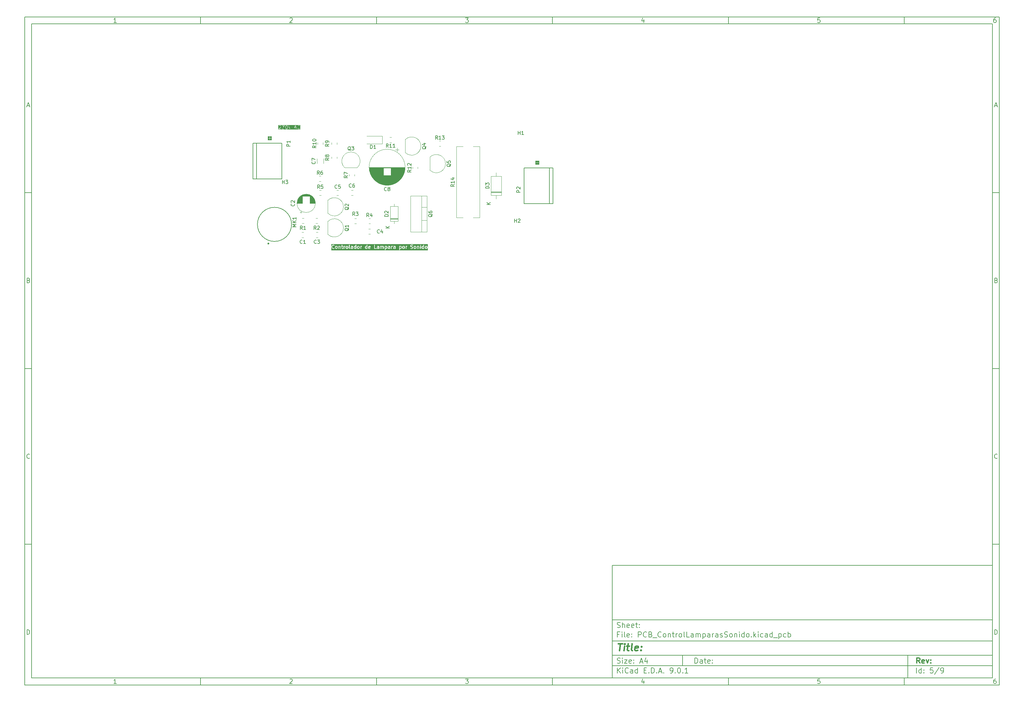
<source format=gbr>
%TF.GenerationSoftware,KiCad,Pcbnew,9.0.1*%
%TF.CreationDate,2025-04-21T16:50:23+01:00*%
%TF.ProjectId,PCB_ControlLamparasSonido,5043425f-436f-46e7-9472-6f6c4c616d70,rev?*%
%TF.SameCoordinates,Original*%
%TF.FileFunction,Legend,Top*%
%TF.FilePolarity,Positive*%
%FSLAX46Y46*%
G04 Gerber Fmt 4.6, Leading zero omitted, Abs format (unit mm)*
G04 Created by KiCad (PCBNEW 9.0.1) date 2025-04-21 16:50:23*
%MOMM*%
%LPD*%
G01*
G04 APERTURE LIST*
%ADD10C,0.100000*%
%ADD11C,0.150000*%
%ADD12C,0.300000*%
%ADD13C,0.400000*%
%ADD14C,0.200000*%
%ADD15C,0.120000*%
%ADD16C,0.127000*%
G04 APERTURE END LIST*
D10*
D11*
X177002200Y-166007200D02*
X285002200Y-166007200D01*
X285002200Y-198007200D01*
X177002200Y-198007200D01*
X177002200Y-166007200D01*
D10*
D11*
X10000000Y-10000000D02*
X287002200Y-10000000D01*
X287002200Y-200007200D01*
X10000000Y-200007200D01*
X10000000Y-10000000D01*
D10*
D11*
X12000000Y-12000000D02*
X285002200Y-12000000D01*
X285002200Y-198007200D01*
X12000000Y-198007200D01*
X12000000Y-12000000D01*
D10*
D11*
X60000000Y-12000000D02*
X60000000Y-10000000D01*
D10*
D11*
X110000000Y-12000000D02*
X110000000Y-10000000D01*
D10*
D11*
X160000000Y-12000000D02*
X160000000Y-10000000D01*
D10*
D11*
X210000000Y-12000000D02*
X210000000Y-10000000D01*
D10*
D11*
X260000000Y-12000000D02*
X260000000Y-10000000D01*
D10*
D11*
X36089160Y-11593604D02*
X35346303Y-11593604D01*
X35717731Y-11593604D02*
X35717731Y-10293604D01*
X35717731Y-10293604D02*
X35593922Y-10479319D01*
X35593922Y-10479319D02*
X35470112Y-10603128D01*
X35470112Y-10603128D02*
X35346303Y-10665033D01*
D10*
D11*
X85346303Y-10417414D02*
X85408207Y-10355509D01*
X85408207Y-10355509D02*
X85532017Y-10293604D01*
X85532017Y-10293604D02*
X85841541Y-10293604D01*
X85841541Y-10293604D02*
X85965350Y-10355509D01*
X85965350Y-10355509D02*
X86027255Y-10417414D01*
X86027255Y-10417414D02*
X86089160Y-10541223D01*
X86089160Y-10541223D02*
X86089160Y-10665033D01*
X86089160Y-10665033D02*
X86027255Y-10850747D01*
X86027255Y-10850747D02*
X85284398Y-11593604D01*
X85284398Y-11593604D02*
X86089160Y-11593604D01*
D10*
D11*
X135284398Y-10293604D02*
X136089160Y-10293604D01*
X136089160Y-10293604D02*
X135655826Y-10788842D01*
X135655826Y-10788842D02*
X135841541Y-10788842D01*
X135841541Y-10788842D02*
X135965350Y-10850747D01*
X135965350Y-10850747D02*
X136027255Y-10912652D01*
X136027255Y-10912652D02*
X136089160Y-11036461D01*
X136089160Y-11036461D02*
X136089160Y-11345985D01*
X136089160Y-11345985D02*
X136027255Y-11469795D01*
X136027255Y-11469795D02*
X135965350Y-11531700D01*
X135965350Y-11531700D02*
X135841541Y-11593604D01*
X135841541Y-11593604D02*
X135470112Y-11593604D01*
X135470112Y-11593604D02*
X135346303Y-11531700D01*
X135346303Y-11531700D02*
X135284398Y-11469795D01*
D10*
D11*
X185965350Y-10726938D02*
X185965350Y-11593604D01*
X185655826Y-10231700D02*
X185346303Y-11160271D01*
X185346303Y-11160271D02*
X186151064Y-11160271D01*
D10*
D11*
X236027255Y-10293604D02*
X235408207Y-10293604D01*
X235408207Y-10293604D02*
X235346303Y-10912652D01*
X235346303Y-10912652D02*
X235408207Y-10850747D01*
X235408207Y-10850747D02*
X235532017Y-10788842D01*
X235532017Y-10788842D02*
X235841541Y-10788842D01*
X235841541Y-10788842D02*
X235965350Y-10850747D01*
X235965350Y-10850747D02*
X236027255Y-10912652D01*
X236027255Y-10912652D02*
X236089160Y-11036461D01*
X236089160Y-11036461D02*
X236089160Y-11345985D01*
X236089160Y-11345985D02*
X236027255Y-11469795D01*
X236027255Y-11469795D02*
X235965350Y-11531700D01*
X235965350Y-11531700D02*
X235841541Y-11593604D01*
X235841541Y-11593604D02*
X235532017Y-11593604D01*
X235532017Y-11593604D02*
X235408207Y-11531700D01*
X235408207Y-11531700D02*
X235346303Y-11469795D01*
D10*
D11*
X285965350Y-10293604D02*
X285717731Y-10293604D01*
X285717731Y-10293604D02*
X285593922Y-10355509D01*
X285593922Y-10355509D02*
X285532017Y-10417414D01*
X285532017Y-10417414D02*
X285408207Y-10603128D01*
X285408207Y-10603128D02*
X285346303Y-10850747D01*
X285346303Y-10850747D02*
X285346303Y-11345985D01*
X285346303Y-11345985D02*
X285408207Y-11469795D01*
X285408207Y-11469795D02*
X285470112Y-11531700D01*
X285470112Y-11531700D02*
X285593922Y-11593604D01*
X285593922Y-11593604D02*
X285841541Y-11593604D01*
X285841541Y-11593604D02*
X285965350Y-11531700D01*
X285965350Y-11531700D02*
X286027255Y-11469795D01*
X286027255Y-11469795D02*
X286089160Y-11345985D01*
X286089160Y-11345985D02*
X286089160Y-11036461D01*
X286089160Y-11036461D02*
X286027255Y-10912652D01*
X286027255Y-10912652D02*
X285965350Y-10850747D01*
X285965350Y-10850747D02*
X285841541Y-10788842D01*
X285841541Y-10788842D02*
X285593922Y-10788842D01*
X285593922Y-10788842D02*
X285470112Y-10850747D01*
X285470112Y-10850747D02*
X285408207Y-10912652D01*
X285408207Y-10912652D02*
X285346303Y-11036461D01*
D10*
D11*
X60000000Y-198007200D02*
X60000000Y-200007200D01*
D10*
D11*
X110000000Y-198007200D02*
X110000000Y-200007200D01*
D10*
D11*
X160000000Y-198007200D02*
X160000000Y-200007200D01*
D10*
D11*
X210000000Y-198007200D02*
X210000000Y-200007200D01*
D10*
D11*
X260000000Y-198007200D02*
X260000000Y-200007200D01*
D10*
D11*
X36089160Y-199600804D02*
X35346303Y-199600804D01*
X35717731Y-199600804D02*
X35717731Y-198300804D01*
X35717731Y-198300804D02*
X35593922Y-198486519D01*
X35593922Y-198486519D02*
X35470112Y-198610328D01*
X35470112Y-198610328D02*
X35346303Y-198672233D01*
D10*
D11*
X85346303Y-198424614D02*
X85408207Y-198362709D01*
X85408207Y-198362709D02*
X85532017Y-198300804D01*
X85532017Y-198300804D02*
X85841541Y-198300804D01*
X85841541Y-198300804D02*
X85965350Y-198362709D01*
X85965350Y-198362709D02*
X86027255Y-198424614D01*
X86027255Y-198424614D02*
X86089160Y-198548423D01*
X86089160Y-198548423D02*
X86089160Y-198672233D01*
X86089160Y-198672233D02*
X86027255Y-198857947D01*
X86027255Y-198857947D02*
X85284398Y-199600804D01*
X85284398Y-199600804D02*
X86089160Y-199600804D01*
D10*
D11*
X135284398Y-198300804D02*
X136089160Y-198300804D01*
X136089160Y-198300804D02*
X135655826Y-198796042D01*
X135655826Y-198796042D02*
X135841541Y-198796042D01*
X135841541Y-198796042D02*
X135965350Y-198857947D01*
X135965350Y-198857947D02*
X136027255Y-198919852D01*
X136027255Y-198919852D02*
X136089160Y-199043661D01*
X136089160Y-199043661D02*
X136089160Y-199353185D01*
X136089160Y-199353185D02*
X136027255Y-199476995D01*
X136027255Y-199476995D02*
X135965350Y-199538900D01*
X135965350Y-199538900D02*
X135841541Y-199600804D01*
X135841541Y-199600804D02*
X135470112Y-199600804D01*
X135470112Y-199600804D02*
X135346303Y-199538900D01*
X135346303Y-199538900D02*
X135284398Y-199476995D01*
D10*
D11*
X185965350Y-198734138D02*
X185965350Y-199600804D01*
X185655826Y-198238900D02*
X185346303Y-199167471D01*
X185346303Y-199167471D02*
X186151064Y-199167471D01*
D10*
D11*
X236027255Y-198300804D02*
X235408207Y-198300804D01*
X235408207Y-198300804D02*
X235346303Y-198919852D01*
X235346303Y-198919852D02*
X235408207Y-198857947D01*
X235408207Y-198857947D02*
X235532017Y-198796042D01*
X235532017Y-198796042D02*
X235841541Y-198796042D01*
X235841541Y-198796042D02*
X235965350Y-198857947D01*
X235965350Y-198857947D02*
X236027255Y-198919852D01*
X236027255Y-198919852D02*
X236089160Y-199043661D01*
X236089160Y-199043661D02*
X236089160Y-199353185D01*
X236089160Y-199353185D02*
X236027255Y-199476995D01*
X236027255Y-199476995D02*
X235965350Y-199538900D01*
X235965350Y-199538900D02*
X235841541Y-199600804D01*
X235841541Y-199600804D02*
X235532017Y-199600804D01*
X235532017Y-199600804D02*
X235408207Y-199538900D01*
X235408207Y-199538900D02*
X235346303Y-199476995D01*
D10*
D11*
X285965350Y-198300804D02*
X285717731Y-198300804D01*
X285717731Y-198300804D02*
X285593922Y-198362709D01*
X285593922Y-198362709D02*
X285532017Y-198424614D01*
X285532017Y-198424614D02*
X285408207Y-198610328D01*
X285408207Y-198610328D02*
X285346303Y-198857947D01*
X285346303Y-198857947D02*
X285346303Y-199353185D01*
X285346303Y-199353185D02*
X285408207Y-199476995D01*
X285408207Y-199476995D02*
X285470112Y-199538900D01*
X285470112Y-199538900D02*
X285593922Y-199600804D01*
X285593922Y-199600804D02*
X285841541Y-199600804D01*
X285841541Y-199600804D02*
X285965350Y-199538900D01*
X285965350Y-199538900D02*
X286027255Y-199476995D01*
X286027255Y-199476995D02*
X286089160Y-199353185D01*
X286089160Y-199353185D02*
X286089160Y-199043661D01*
X286089160Y-199043661D02*
X286027255Y-198919852D01*
X286027255Y-198919852D02*
X285965350Y-198857947D01*
X285965350Y-198857947D02*
X285841541Y-198796042D01*
X285841541Y-198796042D02*
X285593922Y-198796042D01*
X285593922Y-198796042D02*
X285470112Y-198857947D01*
X285470112Y-198857947D02*
X285408207Y-198919852D01*
X285408207Y-198919852D02*
X285346303Y-199043661D01*
D10*
D11*
X10000000Y-60000000D02*
X12000000Y-60000000D01*
D10*
D11*
X10000000Y-110000000D02*
X12000000Y-110000000D01*
D10*
D11*
X10000000Y-160000000D02*
X12000000Y-160000000D01*
D10*
D11*
X10690476Y-35222176D02*
X11309523Y-35222176D01*
X10566666Y-35593604D02*
X10999999Y-34293604D01*
X10999999Y-34293604D02*
X11433333Y-35593604D01*
D10*
D11*
X11092857Y-84912652D02*
X11278571Y-84974557D01*
X11278571Y-84974557D02*
X11340476Y-85036461D01*
X11340476Y-85036461D02*
X11402380Y-85160271D01*
X11402380Y-85160271D02*
X11402380Y-85345985D01*
X11402380Y-85345985D02*
X11340476Y-85469795D01*
X11340476Y-85469795D02*
X11278571Y-85531700D01*
X11278571Y-85531700D02*
X11154761Y-85593604D01*
X11154761Y-85593604D02*
X10659523Y-85593604D01*
X10659523Y-85593604D02*
X10659523Y-84293604D01*
X10659523Y-84293604D02*
X11092857Y-84293604D01*
X11092857Y-84293604D02*
X11216666Y-84355509D01*
X11216666Y-84355509D02*
X11278571Y-84417414D01*
X11278571Y-84417414D02*
X11340476Y-84541223D01*
X11340476Y-84541223D02*
X11340476Y-84665033D01*
X11340476Y-84665033D02*
X11278571Y-84788842D01*
X11278571Y-84788842D02*
X11216666Y-84850747D01*
X11216666Y-84850747D02*
X11092857Y-84912652D01*
X11092857Y-84912652D02*
X10659523Y-84912652D01*
D10*
D11*
X11402380Y-135469795D02*
X11340476Y-135531700D01*
X11340476Y-135531700D02*
X11154761Y-135593604D01*
X11154761Y-135593604D02*
X11030952Y-135593604D01*
X11030952Y-135593604D02*
X10845238Y-135531700D01*
X10845238Y-135531700D02*
X10721428Y-135407890D01*
X10721428Y-135407890D02*
X10659523Y-135284080D01*
X10659523Y-135284080D02*
X10597619Y-135036461D01*
X10597619Y-135036461D02*
X10597619Y-134850747D01*
X10597619Y-134850747D02*
X10659523Y-134603128D01*
X10659523Y-134603128D02*
X10721428Y-134479319D01*
X10721428Y-134479319D02*
X10845238Y-134355509D01*
X10845238Y-134355509D02*
X11030952Y-134293604D01*
X11030952Y-134293604D02*
X11154761Y-134293604D01*
X11154761Y-134293604D02*
X11340476Y-134355509D01*
X11340476Y-134355509D02*
X11402380Y-134417414D01*
D10*
D11*
X10659523Y-185593604D02*
X10659523Y-184293604D01*
X10659523Y-184293604D02*
X10969047Y-184293604D01*
X10969047Y-184293604D02*
X11154761Y-184355509D01*
X11154761Y-184355509D02*
X11278571Y-184479319D01*
X11278571Y-184479319D02*
X11340476Y-184603128D01*
X11340476Y-184603128D02*
X11402380Y-184850747D01*
X11402380Y-184850747D02*
X11402380Y-185036461D01*
X11402380Y-185036461D02*
X11340476Y-185284080D01*
X11340476Y-185284080D02*
X11278571Y-185407890D01*
X11278571Y-185407890D02*
X11154761Y-185531700D01*
X11154761Y-185531700D02*
X10969047Y-185593604D01*
X10969047Y-185593604D02*
X10659523Y-185593604D01*
D10*
D11*
X287002200Y-60000000D02*
X285002200Y-60000000D01*
D10*
D11*
X287002200Y-110000000D02*
X285002200Y-110000000D01*
D10*
D11*
X287002200Y-160000000D02*
X285002200Y-160000000D01*
D10*
D11*
X285692676Y-35222176D02*
X286311723Y-35222176D01*
X285568866Y-35593604D02*
X286002199Y-34293604D01*
X286002199Y-34293604D02*
X286435533Y-35593604D01*
D10*
D11*
X286095057Y-84912652D02*
X286280771Y-84974557D01*
X286280771Y-84974557D02*
X286342676Y-85036461D01*
X286342676Y-85036461D02*
X286404580Y-85160271D01*
X286404580Y-85160271D02*
X286404580Y-85345985D01*
X286404580Y-85345985D02*
X286342676Y-85469795D01*
X286342676Y-85469795D02*
X286280771Y-85531700D01*
X286280771Y-85531700D02*
X286156961Y-85593604D01*
X286156961Y-85593604D02*
X285661723Y-85593604D01*
X285661723Y-85593604D02*
X285661723Y-84293604D01*
X285661723Y-84293604D02*
X286095057Y-84293604D01*
X286095057Y-84293604D02*
X286218866Y-84355509D01*
X286218866Y-84355509D02*
X286280771Y-84417414D01*
X286280771Y-84417414D02*
X286342676Y-84541223D01*
X286342676Y-84541223D02*
X286342676Y-84665033D01*
X286342676Y-84665033D02*
X286280771Y-84788842D01*
X286280771Y-84788842D02*
X286218866Y-84850747D01*
X286218866Y-84850747D02*
X286095057Y-84912652D01*
X286095057Y-84912652D02*
X285661723Y-84912652D01*
D10*
D11*
X286404580Y-135469795D02*
X286342676Y-135531700D01*
X286342676Y-135531700D02*
X286156961Y-135593604D01*
X286156961Y-135593604D02*
X286033152Y-135593604D01*
X286033152Y-135593604D02*
X285847438Y-135531700D01*
X285847438Y-135531700D02*
X285723628Y-135407890D01*
X285723628Y-135407890D02*
X285661723Y-135284080D01*
X285661723Y-135284080D02*
X285599819Y-135036461D01*
X285599819Y-135036461D02*
X285599819Y-134850747D01*
X285599819Y-134850747D02*
X285661723Y-134603128D01*
X285661723Y-134603128D02*
X285723628Y-134479319D01*
X285723628Y-134479319D02*
X285847438Y-134355509D01*
X285847438Y-134355509D02*
X286033152Y-134293604D01*
X286033152Y-134293604D02*
X286156961Y-134293604D01*
X286156961Y-134293604D02*
X286342676Y-134355509D01*
X286342676Y-134355509D02*
X286404580Y-134417414D01*
D10*
D11*
X285661723Y-185593604D02*
X285661723Y-184293604D01*
X285661723Y-184293604D02*
X285971247Y-184293604D01*
X285971247Y-184293604D02*
X286156961Y-184355509D01*
X286156961Y-184355509D02*
X286280771Y-184479319D01*
X286280771Y-184479319D02*
X286342676Y-184603128D01*
X286342676Y-184603128D02*
X286404580Y-184850747D01*
X286404580Y-184850747D02*
X286404580Y-185036461D01*
X286404580Y-185036461D02*
X286342676Y-185284080D01*
X286342676Y-185284080D02*
X286280771Y-185407890D01*
X286280771Y-185407890D02*
X286156961Y-185531700D01*
X286156961Y-185531700D02*
X285971247Y-185593604D01*
X285971247Y-185593604D02*
X285661723Y-185593604D01*
D10*
D11*
X200458026Y-193793328D02*
X200458026Y-192293328D01*
X200458026Y-192293328D02*
X200815169Y-192293328D01*
X200815169Y-192293328D02*
X201029455Y-192364757D01*
X201029455Y-192364757D02*
X201172312Y-192507614D01*
X201172312Y-192507614D02*
X201243741Y-192650471D01*
X201243741Y-192650471D02*
X201315169Y-192936185D01*
X201315169Y-192936185D02*
X201315169Y-193150471D01*
X201315169Y-193150471D02*
X201243741Y-193436185D01*
X201243741Y-193436185D02*
X201172312Y-193579042D01*
X201172312Y-193579042D02*
X201029455Y-193721900D01*
X201029455Y-193721900D02*
X200815169Y-193793328D01*
X200815169Y-193793328D02*
X200458026Y-193793328D01*
X202600884Y-193793328D02*
X202600884Y-193007614D01*
X202600884Y-193007614D02*
X202529455Y-192864757D01*
X202529455Y-192864757D02*
X202386598Y-192793328D01*
X202386598Y-192793328D02*
X202100884Y-192793328D01*
X202100884Y-192793328D02*
X201958026Y-192864757D01*
X202600884Y-193721900D02*
X202458026Y-193793328D01*
X202458026Y-193793328D02*
X202100884Y-193793328D01*
X202100884Y-193793328D02*
X201958026Y-193721900D01*
X201958026Y-193721900D02*
X201886598Y-193579042D01*
X201886598Y-193579042D02*
X201886598Y-193436185D01*
X201886598Y-193436185D02*
X201958026Y-193293328D01*
X201958026Y-193293328D02*
X202100884Y-193221900D01*
X202100884Y-193221900D02*
X202458026Y-193221900D01*
X202458026Y-193221900D02*
X202600884Y-193150471D01*
X203100884Y-192793328D02*
X203672312Y-192793328D01*
X203315169Y-192293328D02*
X203315169Y-193579042D01*
X203315169Y-193579042D02*
X203386598Y-193721900D01*
X203386598Y-193721900D02*
X203529455Y-193793328D01*
X203529455Y-193793328D02*
X203672312Y-193793328D01*
X204743741Y-193721900D02*
X204600884Y-193793328D01*
X204600884Y-193793328D02*
X204315170Y-193793328D01*
X204315170Y-193793328D02*
X204172312Y-193721900D01*
X204172312Y-193721900D02*
X204100884Y-193579042D01*
X204100884Y-193579042D02*
X204100884Y-193007614D01*
X204100884Y-193007614D02*
X204172312Y-192864757D01*
X204172312Y-192864757D02*
X204315170Y-192793328D01*
X204315170Y-192793328D02*
X204600884Y-192793328D01*
X204600884Y-192793328D02*
X204743741Y-192864757D01*
X204743741Y-192864757D02*
X204815170Y-193007614D01*
X204815170Y-193007614D02*
X204815170Y-193150471D01*
X204815170Y-193150471D02*
X204100884Y-193293328D01*
X205458026Y-193650471D02*
X205529455Y-193721900D01*
X205529455Y-193721900D02*
X205458026Y-193793328D01*
X205458026Y-193793328D02*
X205386598Y-193721900D01*
X205386598Y-193721900D02*
X205458026Y-193650471D01*
X205458026Y-193650471D02*
X205458026Y-193793328D01*
X205458026Y-192864757D02*
X205529455Y-192936185D01*
X205529455Y-192936185D02*
X205458026Y-193007614D01*
X205458026Y-193007614D02*
X205386598Y-192936185D01*
X205386598Y-192936185D02*
X205458026Y-192864757D01*
X205458026Y-192864757D02*
X205458026Y-193007614D01*
D10*
D11*
X177002200Y-194507200D02*
X285002200Y-194507200D01*
D10*
D11*
X178458026Y-196593328D02*
X178458026Y-195093328D01*
X179315169Y-196593328D02*
X178672312Y-195736185D01*
X179315169Y-195093328D02*
X178458026Y-195950471D01*
X179958026Y-196593328D02*
X179958026Y-195593328D01*
X179958026Y-195093328D02*
X179886598Y-195164757D01*
X179886598Y-195164757D02*
X179958026Y-195236185D01*
X179958026Y-195236185D02*
X180029455Y-195164757D01*
X180029455Y-195164757D02*
X179958026Y-195093328D01*
X179958026Y-195093328D02*
X179958026Y-195236185D01*
X181529455Y-196450471D02*
X181458027Y-196521900D01*
X181458027Y-196521900D02*
X181243741Y-196593328D01*
X181243741Y-196593328D02*
X181100884Y-196593328D01*
X181100884Y-196593328D02*
X180886598Y-196521900D01*
X180886598Y-196521900D02*
X180743741Y-196379042D01*
X180743741Y-196379042D02*
X180672312Y-196236185D01*
X180672312Y-196236185D02*
X180600884Y-195950471D01*
X180600884Y-195950471D02*
X180600884Y-195736185D01*
X180600884Y-195736185D02*
X180672312Y-195450471D01*
X180672312Y-195450471D02*
X180743741Y-195307614D01*
X180743741Y-195307614D02*
X180886598Y-195164757D01*
X180886598Y-195164757D02*
X181100884Y-195093328D01*
X181100884Y-195093328D02*
X181243741Y-195093328D01*
X181243741Y-195093328D02*
X181458027Y-195164757D01*
X181458027Y-195164757D02*
X181529455Y-195236185D01*
X182815170Y-196593328D02*
X182815170Y-195807614D01*
X182815170Y-195807614D02*
X182743741Y-195664757D01*
X182743741Y-195664757D02*
X182600884Y-195593328D01*
X182600884Y-195593328D02*
X182315170Y-195593328D01*
X182315170Y-195593328D02*
X182172312Y-195664757D01*
X182815170Y-196521900D02*
X182672312Y-196593328D01*
X182672312Y-196593328D02*
X182315170Y-196593328D01*
X182315170Y-196593328D02*
X182172312Y-196521900D01*
X182172312Y-196521900D02*
X182100884Y-196379042D01*
X182100884Y-196379042D02*
X182100884Y-196236185D01*
X182100884Y-196236185D02*
X182172312Y-196093328D01*
X182172312Y-196093328D02*
X182315170Y-196021900D01*
X182315170Y-196021900D02*
X182672312Y-196021900D01*
X182672312Y-196021900D02*
X182815170Y-195950471D01*
X184172313Y-196593328D02*
X184172313Y-195093328D01*
X184172313Y-196521900D02*
X184029455Y-196593328D01*
X184029455Y-196593328D02*
X183743741Y-196593328D01*
X183743741Y-196593328D02*
X183600884Y-196521900D01*
X183600884Y-196521900D02*
X183529455Y-196450471D01*
X183529455Y-196450471D02*
X183458027Y-196307614D01*
X183458027Y-196307614D02*
X183458027Y-195879042D01*
X183458027Y-195879042D02*
X183529455Y-195736185D01*
X183529455Y-195736185D02*
X183600884Y-195664757D01*
X183600884Y-195664757D02*
X183743741Y-195593328D01*
X183743741Y-195593328D02*
X184029455Y-195593328D01*
X184029455Y-195593328D02*
X184172313Y-195664757D01*
X186029455Y-195807614D02*
X186529455Y-195807614D01*
X186743741Y-196593328D02*
X186029455Y-196593328D01*
X186029455Y-196593328D02*
X186029455Y-195093328D01*
X186029455Y-195093328D02*
X186743741Y-195093328D01*
X187386598Y-196450471D02*
X187458027Y-196521900D01*
X187458027Y-196521900D02*
X187386598Y-196593328D01*
X187386598Y-196593328D02*
X187315170Y-196521900D01*
X187315170Y-196521900D02*
X187386598Y-196450471D01*
X187386598Y-196450471D02*
X187386598Y-196593328D01*
X188100884Y-196593328D02*
X188100884Y-195093328D01*
X188100884Y-195093328D02*
X188458027Y-195093328D01*
X188458027Y-195093328D02*
X188672313Y-195164757D01*
X188672313Y-195164757D02*
X188815170Y-195307614D01*
X188815170Y-195307614D02*
X188886599Y-195450471D01*
X188886599Y-195450471D02*
X188958027Y-195736185D01*
X188958027Y-195736185D02*
X188958027Y-195950471D01*
X188958027Y-195950471D02*
X188886599Y-196236185D01*
X188886599Y-196236185D02*
X188815170Y-196379042D01*
X188815170Y-196379042D02*
X188672313Y-196521900D01*
X188672313Y-196521900D02*
X188458027Y-196593328D01*
X188458027Y-196593328D02*
X188100884Y-196593328D01*
X189600884Y-196450471D02*
X189672313Y-196521900D01*
X189672313Y-196521900D02*
X189600884Y-196593328D01*
X189600884Y-196593328D02*
X189529456Y-196521900D01*
X189529456Y-196521900D02*
X189600884Y-196450471D01*
X189600884Y-196450471D02*
X189600884Y-196593328D01*
X190243742Y-196164757D02*
X190958028Y-196164757D01*
X190100885Y-196593328D02*
X190600885Y-195093328D01*
X190600885Y-195093328D02*
X191100885Y-196593328D01*
X191600884Y-196450471D02*
X191672313Y-196521900D01*
X191672313Y-196521900D02*
X191600884Y-196593328D01*
X191600884Y-196593328D02*
X191529456Y-196521900D01*
X191529456Y-196521900D02*
X191600884Y-196450471D01*
X191600884Y-196450471D02*
X191600884Y-196593328D01*
X193529456Y-196593328D02*
X193815170Y-196593328D01*
X193815170Y-196593328D02*
X193958027Y-196521900D01*
X193958027Y-196521900D02*
X194029456Y-196450471D01*
X194029456Y-196450471D02*
X194172313Y-196236185D01*
X194172313Y-196236185D02*
X194243742Y-195950471D01*
X194243742Y-195950471D02*
X194243742Y-195379042D01*
X194243742Y-195379042D02*
X194172313Y-195236185D01*
X194172313Y-195236185D02*
X194100885Y-195164757D01*
X194100885Y-195164757D02*
X193958027Y-195093328D01*
X193958027Y-195093328D02*
X193672313Y-195093328D01*
X193672313Y-195093328D02*
X193529456Y-195164757D01*
X193529456Y-195164757D02*
X193458027Y-195236185D01*
X193458027Y-195236185D02*
X193386599Y-195379042D01*
X193386599Y-195379042D02*
X193386599Y-195736185D01*
X193386599Y-195736185D02*
X193458027Y-195879042D01*
X193458027Y-195879042D02*
X193529456Y-195950471D01*
X193529456Y-195950471D02*
X193672313Y-196021900D01*
X193672313Y-196021900D02*
X193958027Y-196021900D01*
X193958027Y-196021900D02*
X194100885Y-195950471D01*
X194100885Y-195950471D02*
X194172313Y-195879042D01*
X194172313Y-195879042D02*
X194243742Y-195736185D01*
X194886598Y-196450471D02*
X194958027Y-196521900D01*
X194958027Y-196521900D02*
X194886598Y-196593328D01*
X194886598Y-196593328D02*
X194815170Y-196521900D01*
X194815170Y-196521900D02*
X194886598Y-196450471D01*
X194886598Y-196450471D02*
X194886598Y-196593328D01*
X195886599Y-195093328D02*
X196029456Y-195093328D01*
X196029456Y-195093328D02*
X196172313Y-195164757D01*
X196172313Y-195164757D02*
X196243742Y-195236185D01*
X196243742Y-195236185D02*
X196315170Y-195379042D01*
X196315170Y-195379042D02*
X196386599Y-195664757D01*
X196386599Y-195664757D02*
X196386599Y-196021900D01*
X196386599Y-196021900D02*
X196315170Y-196307614D01*
X196315170Y-196307614D02*
X196243742Y-196450471D01*
X196243742Y-196450471D02*
X196172313Y-196521900D01*
X196172313Y-196521900D02*
X196029456Y-196593328D01*
X196029456Y-196593328D02*
X195886599Y-196593328D01*
X195886599Y-196593328D02*
X195743742Y-196521900D01*
X195743742Y-196521900D02*
X195672313Y-196450471D01*
X195672313Y-196450471D02*
X195600884Y-196307614D01*
X195600884Y-196307614D02*
X195529456Y-196021900D01*
X195529456Y-196021900D02*
X195529456Y-195664757D01*
X195529456Y-195664757D02*
X195600884Y-195379042D01*
X195600884Y-195379042D02*
X195672313Y-195236185D01*
X195672313Y-195236185D02*
X195743742Y-195164757D01*
X195743742Y-195164757D02*
X195886599Y-195093328D01*
X197029455Y-196450471D02*
X197100884Y-196521900D01*
X197100884Y-196521900D02*
X197029455Y-196593328D01*
X197029455Y-196593328D02*
X196958027Y-196521900D01*
X196958027Y-196521900D02*
X197029455Y-196450471D01*
X197029455Y-196450471D02*
X197029455Y-196593328D01*
X198529456Y-196593328D02*
X197672313Y-196593328D01*
X198100884Y-196593328D02*
X198100884Y-195093328D01*
X198100884Y-195093328D02*
X197958027Y-195307614D01*
X197958027Y-195307614D02*
X197815170Y-195450471D01*
X197815170Y-195450471D02*
X197672313Y-195521900D01*
D10*
D11*
X177002200Y-191507200D02*
X285002200Y-191507200D01*
D10*
D12*
X264413853Y-193785528D02*
X263913853Y-193071242D01*
X263556710Y-193785528D02*
X263556710Y-192285528D01*
X263556710Y-192285528D02*
X264128139Y-192285528D01*
X264128139Y-192285528D02*
X264270996Y-192356957D01*
X264270996Y-192356957D02*
X264342425Y-192428385D01*
X264342425Y-192428385D02*
X264413853Y-192571242D01*
X264413853Y-192571242D02*
X264413853Y-192785528D01*
X264413853Y-192785528D02*
X264342425Y-192928385D01*
X264342425Y-192928385D02*
X264270996Y-192999814D01*
X264270996Y-192999814D02*
X264128139Y-193071242D01*
X264128139Y-193071242D02*
X263556710Y-193071242D01*
X265628139Y-193714100D02*
X265485282Y-193785528D01*
X265485282Y-193785528D02*
X265199568Y-193785528D01*
X265199568Y-193785528D02*
X265056710Y-193714100D01*
X265056710Y-193714100D02*
X264985282Y-193571242D01*
X264985282Y-193571242D02*
X264985282Y-192999814D01*
X264985282Y-192999814D02*
X265056710Y-192856957D01*
X265056710Y-192856957D02*
X265199568Y-192785528D01*
X265199568Y-192785528D02*
X265485282Y-192785528D01*
X265485282Y-192785528D02*
X265628139Y-192856957D01*
X265628139Y-192856957D02*
X265699568Y-192999814D01*
X265699568Y-192999814D02*
X265699568Y-193142671D01*
X265699568Y-193142671D02*
X264985282Y-193285528D01*
X266199567Y-192785528D02*
X266556710Y-193785528D01*
X266556710Y-193785528D02*
X266913853Y-192785528D01*
X267485281Y-193642671D02*
X267556710Y-193714100D01*
X267556710Y-193714100D02*
X267485281Y-193785528D01*
X267485281Y-193785528D02*
X267413853Y-193714100D01*
X267413853Y-193714100D02*
X267485281Y-193642671D01*
X267485281Y-193642671D02*
X267485281Y-193785528D01*
X267485281Y-192856957D02*
X267556710Y-192928385D01*
X267556710Y-192928385D02*
X267485281Y-192999814D01*
X267485281Y-192999814D02*
X267413853Y-192928385D01*
X267413853Y-192928385D02*
X267485281Y-192856957D01*
X267485281Y-192856957D02*
X267485281Y-192999814D01*
D10*
D11*
X178386598Y-193721900D02*
X178600884Y-193793328D01*
X178600884Y-193793328D02*
X178958026Y-193793328D01*
X178958026Y-193793328D02*
X179100884Y-193721900D01*
X179100884Y-193721900D02*
X179172312Y-193650471D01*
X179172312Y-193650471D02*
X179243741Y-193507614D01*
X179243741Y-193507614D02*
X179243741Y-193364757D01*
X179243741Y-193364757D02*
X179172312Y-193221900D01*
X179172312Y-193221900D02*
X179100884Y-193150471D01*
X179100884Y-193150471D02*
X178958026Y-193079042D01*
X178958026Y-193079042D02*
X178672312Y-193007614D01*
X178672312Y-193007614D02*
X178529455Y-192936185D01*
X178529455Y-192936185D02*
X178458026Y-192864757D01*
X178458026Y-192864757D02*
X178386598Y-192721900D01*
X178386598Y-192721900D02*
X178386598Y-192579042D01*
X178386598Y-192579042D02*
X178458026Y-192436185D01*
X178458026Y-192436185D02*
X178529455Y-192364757D01*
X178529455Y-192364757D02*
X178672312Y-192293328D01*
X178672312Y-192293328D02*
X179029455Y-192293328D01*
X179029455Y-192293328D02*
X179243741Y-192364757D01*
X179886597Y-193793328D02*
X179886597Y-192793328D01*
X179886597Y-192293328D02*
X179815169Y-192364757D01*
X179815169Y-192364757D02*
X179886597Y-192436185D01*
X179886597Y-192436185D02*
X179958026Y-192364757D01*
X179958026Y-192364757D02*
X179886597Y-192293328D01*
X179886597Y-192293328D02*
X179886597Y-192436185D01*
X180458026Y-192793328D02*
X181243741Y-192793328D01*
X181243741Y-192793328D02*
X180458026Y-193793328D01*
X180458026Y-193793328D02*
X181243741Y-193793328D01*
X182386598Y-193721900D02*
X182243741Y-193793328D01*
X182243741Y-193793328D02*
X181958027Y-193793328D01*
X181958027Y-193793328D02*
X181815169Y-193721900D01*
X181815169Y-193721900D02*
X181743741Y-193579042D01*
X181743741Y-193579042D02*
X181743741Y-193007614D01*
X181743741Y-193007614D02*
X181815169Y-192864757D01*
X181815169Y-192864757D02*
X181958027Y-192793328D01*
X181958027Y-192793328D02*
X182243741Y-192793328D01*
X182243741Y-192793328D02*
X182386598Y-192864757D01*
X182386598Y-192864757D02*
X182458027Y-193007614D01*
X182458027Y-193007614D02*
X182458027Y-193150471D01*
X182458027Y-193150471D02*
X181743741Y-193293328D01*
X183100883Y-193650471D02*
X183172312Y-193721900D01*
X183172312Y-193721900D02*
X183100883Y-193793328D01*
X183100883Y-193793328D02*
X183029455Y-193721900D01*
X183029455Y-193721900D02*
X183100883Y-193650471D01*
X183100883Y-193650471D02*
X183100883Y-193793328D01*
X183100883Y-192864757D02*
X183172312Y-192936185D01*
X183172312Y-192936185D02*
X183100883Y-193007614D01*
X183100883Y-193007614D02*
X183029455Y-192936185D01*
X183029455Y-192936185D02*
X183100883Y-192864757D01*
X183100883Y-192864757D02*
X183100883Y-193007614D01*
X184886598Y-193364757D02*
X185600884Y-193364757D01*
X184743741Y-193793328D02*
X185243741Y-192293328D01*
X185243741Y-192293328D02*
X185743741Y-193793328D01*
X186886598Y-192793328D02*
X186886598Y-193793328D01*
X186529455Y-192221900D02*
X186172312Y-193293328D01*
X186172312Y-193293328D02*
X187100883Y-193293328D01*
D10*
D11*
X263458026Y-196593328D02*
X263458026Y-195093328D01*
X264815170Y-196593328D02*
X264815170Y-195093328D01*
X264815170Y-196521900D02*
X264672312Y-196593328D01*
X264672312Y-196593328D02*
X264386598Y-196593328D01*
X264386598Y-196593328D02*
X264243741Y-196521900D01*
X264243741Y-196521900D02*
X264172312Y-196450471D01*
X264172312Y-196450471D02*
X264100884Y-196307614D01*
X264100884Y-196307614D02*
X264100884Y-195879042D01*
X264100884Y-195879042D02*
X264172312Y-195736185D01*
X264172312Y-195736185D02*
X264243741Y-195664757D01*
X264243741Y-195664757D02*
X264386598Y-195593328D01*
X264386598Y-195593328D02*
X264672312Y-195593328D01*
X264672312Y-195593328D02*
X264815170Y-195664757D01*
X265529455Y-196450471D02*
X265600884Y-196521900D01*
X265600884Y-196521900D02*
X265529455Y-196593328D01*
X265529455Y-196593328D02*
X265458027Y-196521900D01*
X265458027Y-196521900D02*
X265529455Y-196450471D01*
X265529455Y-196450471D02*
X265529455Y-196593328D01*
X265529455Y-195664757D02*
X265600884Y-195736185D01*
X265600884Y-195736185D02*
X265529455Y-195807614D01*
X265529455Y-195807614D02*
X265458027Y-195736185D01*
X265458027Y-195736185D02*
X265529455Y-195664757D01*
X265529455Y-195664757D02*
X265529455Y-195807614D01*
X268100884Y-195093328D02*
X267386598Y-195093328D01*
X267386598Y-195093328D02*
X267315170Y-195807614D01*
X267315170Y-195807614D02*
X267386598Y-195736185D01*
X267386598Y-195736185D02*
X267529456Y-195664757D01*
X267529456Y-195664757D02*
X267886598Y-195664757D01*
X267886598Y-195664757D02*
X268029456Y-195736185D01*
X268029456Y-195736185D02*
X268100884Y-195807614D01*
X268100884Y-195807614D02*
X268172313Y-195950471D01*
X268172313Y-195950471D02*
X268172313Y-196307614D01*
X268172313Y-196307614D02*
X268100884Y-196450471D01*
X268100884Y-196450471D02*
X268029456Y-196521900D01*
X268029456Y-196521900D02*
X267886598Y-196593328D01*
X267886598Y-196593328D02*
X267529456Y-196593328D01*
X267529456Y-196593328D02*
X267386598Y-196521900D01*
X267386598Y-196521900D02*
X267315170Y-196450471D01*
X269886598Y-195021900D02*
X268600884Y-196950471D01*
X270458027Y-196593328D02*
X270743741Y-196593328D01*
X270743741Y-196593328D02*
X270886598Y-196521900D01*
X270886598Y-196521900D02*
X270958027Y-196450471D01*
X270958027Y-196450471D02*
X271100884Y-196236185D01*
X271100884Y-196236185D02*
X271172313Y-195950471D01*
X271172313Y-195950471D02*
X271172313Y-195379042D01*
X271172313Y-195379042D02*
X271100884Y-195236185D01*
X271100884Y-195236185D02*
X271029456Y-195164757D01*
X271029456Y-195164757D02*
X270886598Y-195093328D01*
X270886598Y-195093328D02*
X270600884Y-195093328D01*
X270600884Y-195093328D02*
X270458027Y-195164757D01*
X270458027Y-195164757D02*
X270386598Y-195236185D01*
X270386598Y-195236185D02*
X270315170Y-195379042D01*
X270315170Y-195379042D02*
X270315170Y-195736185D01*
X270315170Y-195736185D02*
X270386598Y-195879042D01*
X270386598Y-195879042D02*
X270458027Y-195950471D01*
X270458027Y-195950471D02*
X270600884Y-196021900D01*
X270600884Y-196021900D02*
X270886598Y-196021900D01*
X270886598Y-196021900D02*
X271029456Y-195950471D01*
X271029456Y-195950471D02*
X271100884Y-195879042D01*
X271100884Y-195879042D02*
X271172313Y-195736185D01*
D10*
D11*
X177002200Y-187507200D02*
X285002200Y-187507200D01*
D10*
D13*
X178693928Y-188211638D02*
X179836785Y-188211638D01*
X179015357Y-190211638D02*
X179265357Y-188211638D01*
X180253452Y-190211638D02*
X180420119Y-188878304D01*
X180503452Y-188211638D02*
X180396309Y-188306876D01*
X180396309Y-188306876D02*
X180479643Y-188402114D01*
X180479643Y-188402114D02*
X180586786Y-188306876D01*
X180586786Y-188306876D02*
X180503452Y-188211638D01*
X180503452Y-188211638D02*
X180479643Y-188402114D01*
X181086786Y-188878304D02*
X181848690Y-188878304D01*
X181455833Y-188211638D02*
X181241548Y-189925923D01*
X181241548Y-189925923D02*
X181312976Y-190116400D01*
X181312976Y-190116400D02*
X181491548Y-190211638D01*
X181491548Y-190211638D02*
X181682024Y-190211638D01*
X182634405Y-190211638D02*
X182455833Y-190116400D01*
X182455833Y-190116400D02*
X182384405Y-189925923D01*
X182384405Y-189925923D02*
X182598690Y-188211638D01*
X184170119Y-190116400D02*
X183967738Y-190211638D01*
X183967738Y-190211638D02*
X183586785Y-190211638D01*
X183586785Y-190211638D02*
X183408214Y-190116400D01*
X183408214Y-190116400D02*
X183336785Y-189925923D01*
X183336785Y-189925923D02*
X183432024Y-189164019D01*
X183432024Y-189164019D02*
X183551071Y-188973542D01*
X183551071Y-188973542D02*
X183753452Y-188878304D01*
X183753452Y-188878304D02*
X184134404Y-188878304D01*
X184134404Y-188878304D02*
X184312976Y-188973542D01*
X184312976Y-188973542D02*
X184384404Y-189164019D01*
X184384404Y-189164019D02*
X184360595Y-189354495D01*
X184360595Y-189354495D02*
X183384404Y-189544971D01*
X185134405Y-190021161D02*
X185217738Y-190116400D01*
X185217738Y-190116400D02*
X185110595Y-190211638D01*
X185110595Y-190211638D02*
X185027262Y-190116400D01*
X185027262Y-190116400D02*
X185134405Y-190021161D01*
X185134405Y-190021161D02*
X185110595Y-190211638D01*
X185265357Y-188973542D02*
X185348690Y-189068780D01*
X185348690Y-189068780D02*
X185241548Y-189164019D01*
X185241548Y-189164019D02*
X185158214Y-189068780D01*
X185158214Y-189068780D02*
X185265357Y-188973542D01*
X185265357Y-188973542D02*
X185241548Y-189164019D01*
D10*
D11*
X178958026Y-185607614D02*
X178458026Y-185607614D01*
X178458026Y-186393328D02*
X178458026Y-184893328D01*
X178458026Y-184893328D02*
X179172312Y-184893328D01*
X179743740Y-186393328D02*
X179743740Y-185393328D01*
X179743740Y-184893328D02*
X179672312Y-184964757D01*
X179672312Y-184964757D02*
X179743740Y-185036185D01*
X179743740Y-185036185D02*
X179815169Y-184964757D01*
X179815169Y-184964757D02*
X179743740Y-184893328D01*
X179743740Y-184893328D02*
X179743740Y-185036185D01*
X180672312Y-186393328D02*
X180529455Y-186321900D01*
X180529455Y-186321900D02*
X180458026Y-186179042D01*
X180458026Y-186179042D02*
X180458026Y-184893328D01*
X181815169Y-186321900D02*
X181672312Y-186393328D01*
X181672312Y-186393328D02*
X181386598Y-186393328D01*
X181386598Y-186393328D02*
X181243740Y-186321900D01*
X181243740Y-186321900D02*
X181172312Y-186179042D01*
X181172312Y-186179042D02*
X181172312Y-185607614D01*
X181172312Y-185607614D02*
X181243740Y-185464757D01*
X181243740Y-185464757D02*
X181386598Y-185393328D01*
X181386598Y-185393328D02*
X181672312Y-185393328D01*
X181672312Y-185393328D02*
X181815169Y-185464757D01*
X181815169Y-185464757D02*
X181886598Y-185607614D01*
X181886598Y-185607614D02*
X181886598Y-185750471D01*
X181886598Y-185750471D02*
X181172312Y-185893328D01*
X182529454Y-186250471D02*
X182600883Y-186321900D01*
X182600883Y-186321900D02*
X182529454Y-186393328D01*
X182529454Y-186393328D02*
X182458026Y-186321900D01*
X182458026Y-186321900D02*
X182529454Y-186250471D01*
X182529454Y-186250471D02*
X182529454Y-186393328D01*
X182529454Y-185464757D02*
X182600883Y-185536185D01*
X182600883Y-185536185D02*
X182529454Y-185607614D01*
X182529454Y-185607614D02*
X182458026Y-185536185D01*
X182458026Y-185536185D02*
X182529454Y-185464757D01*
X182529454Y-185464757D02*
X182529454Y-185607614D01*
X184386597Y-186393328D02*
X184386597Y-184893328D01*
X184386597Y-184893328D02*
X184958026Y-184893328D01*
X184958026Y-184893328D02*
X185100883Y-184964757D01*
X185100883Y-184964757D02*
X185172312Y-185036185D01*
X185172312Y-185036185D02*
X185243740Y-185179042D01*
X185243740Y-185179042D02*
X185243740Y-185393328D01*
X185243740Y-185393328D02*
X185172312Y-185536185D01*
X185172312Y-185536185D02*
X185100883Y-185607614D01*
X185100883Y-185607614D02*
X184958026Y-185679042D01*
X184958026Y-185679042D02*
X184386597Y-185679042D01*
X186743740Y-186250471D02*
X186672312Y-186321900D01*
X186672312Y-186321900D02*
X186458026Y-186393328D01*
X186458026Y-186393328D02*
X186315169Y-186393328D01*
X186315169Y-186393328D02*
X186100883Y-186321900D01*
X186100883Y-186321900D02*
X185958026Y-186179042D01*
X185958026Y-186179042D02*
X185886597Y-186036185D01*
X185886597Y-186036185D02*
X185815169Y-185750471D01*
X185815169Y-185750471D02*
X185815169Y-185536185D01*
X185815169Y-185536185D02*
X185886597Y-185250471D01*
X185886597Y-185250471D02*
X185958026Y-185107614D01*
X185958026Y-185107614D02*
X186100883Y-184964757D01*
X186100883Y-184964757D02*
X186315169Y-184893328D01*
X186315169Y-184893328D02*
X186458026Y-184893328D01*
X186458026Y-184893328D02*
X186672312Y-184964757D01*
X186672312Y-184964757D02*
X186743740Y-185036185D01*
X187886597Y-185607614D02*
X188100883Y-185679042D01*
X188100883Y-185679042D02*
X188172312Y-185750471D01*
X188172312Y-185750471D02*
X188243740Y-185893328D01*
X188243740Y-185893328D02*
X188243740Y-186107614D01*
X188243740Y-186107614D02*
X188172312Y-186250471D01*
X188172312Y-186250471D02*
X188100883Y-186321900D01*
X188100883Y-186321900D02*
X187958026Y-186393328D01*
X187958026Y-186393328D02*
X187386597Y-186393328D01*
X187386597Y-186393328D02*
X187386597Y-184893328D01*
X187386597Y-184893328D02*
X187886597Y-184893328D01*
X187886597Y-184893328D02*
X188029455Y-184964757D01*
X188029455Y-184964757D02*
X188100883Y-185036185D01*
X188100883Y-185036185D02*
X188172312Y-185179042D01*
X188172312Y-185179042D02*
X188172312Y-185321900D01*
X188172312Y-185321900D02*
X188100883Y-185464757D01*
X188100883Y-185464757D02*
X188029455Y-185536185D01*
X188029455Y-185536185D02*
X187886597Y-185607614D01*
X187886597Y-185607614D02*
X187386597Y-185607614D01*
X188529455Y-186536185D02*
X189672312Y-186536185D01*
X190886597Y-186250471D02*
X190815169Y-186321900D01*
X190815169Y-186321900D02*
X190600883Y-186393328D01*
X190600883Y-186393328D02*
X190458026Y-186393328D01*
X190458026Y-186393328D02*
X190243740Y-186321900D01*
X190243740Y-186321900D02*
X190100883Y-186179042D01*
X190100883Y-186179042D02*
X190029454Y-186036185D01*
X190029454Y-186036185D02*
X189958026Y-185750471D01*
X189958026Y-185750471D02*
X189958026Y-185536185D01*
X189958026Y-185536185D02*
X190029454Y-185250471D01*
X190029454Y-185250471D02*
X190100883Y-185107614D01*
X190100883Y-185107614D02*
X190243740Y-184964757D01*
X190243740Y-184964757D02*
X190458026Y-184893328D01*
X190458026Y-184893328D02*
X190600883Y-184893328D01*
X190600883Y-184893328D02*
X190815169Y-184964757D01*
X190815169Y-184964757D02*
X190886597Y-185036185D01*
X191743740Y-186393328D02*
X191600883Y-186321900D01*
X191600883Y-186321900D02*
X191529454Y-186250471D01*
X191529454Y-186250471D02*
X191458026Y-186107614D01*
X191458026Y-186107614D02*
X191458026Y-185679042D01*
X191458026Y-185679042D02*
X191529454Y-185536185D01*
X191529454Y-185536185D02*
X191600883Y-185464757D01*
X191600883Y-185464757D02*
X191743740Y-185393328D01*
X191743740Y-185393328D02*
X191958026Y-185393328D01*
X191958026Y-185393328D02*
X192100883Y-185464757D01*
X192100883Y-185464757D02*
X192172312Y-185536185D01*
X192172312Y-185536185D02*
X192243740Y-185679042D01*
X192243740Y-185679042D02*
X192243740Y-186107614D01*
X192243740Y-186107614D02*
X192172312Y-186250471D01*
X192172312Y-186250471D02*
X192100883Y-186321900D01*
X192100883Y-186321900D02*
X191958026Y-186393328D01*
X191958026Y-186393328D02*
X191743740Y-186393328D01*
X192886597Y-185393328D02*
X192886597Y-186393328D01*
X192886597Y-185536185D02*
X192958026Y-185464757D01*
X192958026Y-185464757D02*
X193100883Y-185393328D01*
X193100883Y-185393328D02*
X193315169Y-185393328D01*
X193315169Y-185393328D02*
X193458026Y-185464757D01*
X193458026Y-185464757D02*
X193529455Y-185607614D01*
X193529455Y-185607614D02*
X193529455Y-186393328D01*
X194029455Y-185393328D02*
X194600883Y-185393328D01*
X194243740Y-184893328D02*
X194243740Y-186179042D01*
X194243740Y-186179042D02*
X194315169Y-186321900D01*
X194315169Y-186321900D02*
X194458026Y-186393328D01*
X194458026Y-186393328D02*
X194600883Y-186393328D01*
X195100883Y-186393328D02*
X195100883Y-185393328D01*
X195100883Y-185679042D02*
X195172312Y-185536185D01*
X195172312Y-185536185D02*
X195243741Y-185464757D01*
X195243741Y-185464757D02*
X195386598Y-185393328D01*
X195386598Y-185393328D02*
X195529455Y-185393328D01*
X196243740Y-186393328D02*
X196100883Y-186321900D01*
X196100883Y-186321900D02*
X196029454Y-186250471D01*
X196029454Y-186250471D02*
X195958026Y-186107614D01*
X195958026Y-186107614D02*
X195958026Y-185679042D01*
X195958026Y-185679042D02*
X196029454Y-185536185D01*
X196029454Y-185536185D02*
X196100883Y-185464757D01*
X196100883Y-185464757D02*
X196243740Y-185393328D01*
X196243740Y-185393328D02*
X196458026Y-185393328D01*
X196458026Y-185393328D02*
X196600883Y-185464757D01*
X196600883Y-185464757D02*
X196672312Y-185536185D01*
X196672312Y-185536185D02*
X196743740Y-185679042D01*
X196743740Y-185679042D02*
X196743740Y-186107614D01*
X196743740Y-186107614D02*
X196672312Y-186250471D01*
X196672312Y-186250471D02*
X196600883Y-186321900D01*
X196600883Y-186321900D02*
X196458026Y-186393328D01*
X196458026Y-186393328D02*
X196243740Y-186393328D01*
X197600883Y-186393328D02*
X197458026Y-186321900D01*
X197458026Y-186321900D02*
X197386597Y-186179042D01*
X197386597Y-186179042D02*
X197386597Y-184893328D01*
X198886597Y-186393328D02*
X198172311Y-186393328D01*
X198172311Y-186393328D02*
X198172311Y-184893328D01*
X200029455Y-186393328D02*
X200029455Y-185607614D01*
X200029455Y-185607614D02*
X199958026Y-185464757D01*
X199958026Y-185464757D02*
X199815169Y-185393328D01*
X199815169Y-185393328D02*
X199529455Y-185393328D01*
X199529455Y-185393328D02*
X199386597Y-185464757D01*
X200029455Y-186321900D02*
X199886597Y-186393328D01*
X199886597Y-186393328D02*
X199529455Y-186393328D01*
X199529455Y-186393328D02*
X199386597Y-186321900D01*
X199386597Y-186321900D02*
X199315169Y-186179042D01*
X199315169Y-186179042D02*
X199315169Y-186036185D01*
X199315169Y-186036185D02*
X199386597Y-185893328D01*
X199386597Y-185893328D02*
X199529455Y-185821900D01*
X199529455Y-185821900D02*
X199886597Y-185821900D01*
X199886597Y-185821900D02*
X200029455Y-185750471D01*
X200743740Y-186393328D02*
X200743740Y-185393328D01*
X200743740Y-185536185D02*
X200815169Y-185464757D01*
X200815169Y-185464757D02*
X200958026Y-185393328D01*
X200958026Y-185393328D02*
X201172312Y-185393328D01*
X201172312Y-185393328D02*
X201315169Y-185464757D01*
X201315169Y-185464757D02*
X201386598Y-185607614D01*
X201386598Y-185607614D02*
X201386598Y-186393328D01*
X201386598Y-185607614D02*
X201458026Y-185464757D01*
X201458026Y-185464757D02*
X201600883Y-185393328D01*
X201600883Y-185393328D02*
X201815169Y-185393328D01*
X201815169Y-185393328D02*
X201958026Y-185464757D01*
X201958026Y-185464757D02*
X202029455Y-185607614D01*
X202029455Y-185607614D02*
X202029455Y-186393328D01*
X202743740Y-185393328D02*
X202743740Y-186893328D01*
X202743740Y-185464757D02*
X202886598Y-185393328D01*
X202886598Y-185393328D02*
X203172312Y-185393328D01*
X203172312Y-185393328D02*
X203315169Y-185464757D01*
X203315169Y-185464757D02*
X203386598Y-185536185D01*
X203386598Y-185536185D02*
X203458026Y-185679042D01*
X203458026Y-185679042D02*
X203458026Y-186107614D01*
X203458026Y-186107614D02*
X203386598Y-186250471D01*
X203386598Y-186250471D02*
X203315169Y-186321900D01*
X203315169Y-186321900D02*
X203172312Y-186393328D01*
X203172312Y-186393328D02*
X202886598Y-186393328D01*
X202886598Y-186393328D02*
X202743740Y-186321900D01*
X204743741Y-186393328D02*
X204743741Y-185607614D01*
X204743741Y-185607614D02*
X204672312Y-185464757D01*
X204672312Y-185464757D02*
X204529455Y-185393328D01*
X204529455Y-185393328D02*
X204243741Y-185393328D01*
X204243741Y-185393328D02*
X204100883Y-185464757D01*
X204743741Y-186321900D02*
X204600883Y-186393328D01*
X204600883Y-186393328D02*
X204243741Y-186393328D01*
X204243741Y-186393328D02*
X204100883Y-186321900D01*
X204100883Y-186321900D02*
X204029455Y-186179042D01*
X204029455Y-186179042D02*
X204029455Y-186036185D01*
X204029455Y-186036185D02*
X204100883Y-185893328D01*
X204100883Y-185893328D02*
X204243741Y-185821900D01*
X204243741Y-185821900D02*
X204600883Y-185821900D01*
X204600883Y-185821900D02*
X204743741Y-185750471D01*
X205458026Y-186393328D02*
X205458026Y-185393328D01*
X205458026Y-185679042D02*
X205529455Y-185536185D01*
X205529455Y-185536185D02*
X205600884Y-185464757D01*
X205600884Y-185464757D02*
X205743741Y-185393328D01*
X205743741Y-185393328D02*
X205886598Y-185393328D01*
X207029455Y-186393328D02*
X207029455Y-185607614D01*
X207029455Y-185607614D02*
X206958026Y-185464757D01*
X206958026Y-185464757D02*
X206815169Y-185393328D01*
X206815169Y-185393328D02*
X206529455Y-185393328D01*
X206529455Y-185393328D02*
X206386597Y-185464757D01*
X207029455Y-186321900D02*
X206886597Y-186393328D01*
X206886597Y-186393328D02*
X206529455Y-186393328D01*
X206529455Y-186393328D02*
X206386597Y-186321900D01*
X206386597Y-186321900D02*
X206315169Y-186179042D01*
X206315169Y-186179042D02*
X206315169Y-186036185D01*
X206315169Y-186036185D02*
X206386597Y-185893328D01*
X206386597Y-185893328D02*
X206529455Y-185821900D01*
X206529455Y-185821900D02*
X206886597Y-185821900D01*
X206886597Y-185821900D02*
X207029455Y-185750471D01*
X207672312Y-186321900D02*
X207815169Y-186393328D01*
X207815169Y-186393328D02*
X208100883Y-186393328D01*
X208100883Y-186393328D02*
X208243740Y-186321900D01*
X208243740Y-186321900D02*
X208315169Y-186179042D01*
X208315169Y-186179042D02*
X208315169Y-186107614D01*
X208315169Y-186107614D02*
X208243740Y-185964757D01*
X208243740Y-185964757D02*
X208100883Y-185893328D01*
X208100883Y-185893328D02*
X207886598Y-185893328D01*
X207886598Y-185893328D02*
X207743740Y-185821900D01*
X207743740Y-185821900D02*
X207672312Y-185679042D01*
X207672312Y-185679042D02*
X207672312Y-185607614D01*
X207672312Y-185607614D02*
X207743740Y-185464757D01*
X207743740Y-185464757D02*
X207886598Y-185393328D01*
X207886598Y-185393328D02*
X208100883Y-185393328D01*
X208100883Y-185393328D02*
X208243740Y-185464757D01*
X208886598Y-186321900D02*
X209100884Y-186393328D01*
X209100884Y-186393328D02*
X209458026Y-186393328D01*
X209458026Y-186393328D02*
X209600884Y-186321900D01*
X209600884Y-186321900D02*
X209672312Y-186250471D01*
X209672312Y-186250471D02*
X209743741Y-186107614D01*
X209743741Y-186107614D02*
X209743741Y-185964757D01*
X209743741Y-185964757D02*
X209672312Y-185821900D01*
X209672312Y-185821900D02*
X209600884Y-185750471D01*
X209600884Y-185750471D02*
X209458026Y-185679042D01*
X209458026Y-185679042D02*
X209172312Y-185607614D01*
X209172312Y-185607614D02*
X209029455Y-185536185D01*
X209029455Y-185536185D02*
X208958026Y-185464757D01*
X208958026Y-185464757D02*
X208886598Y-185321900D01*
X208886598Y-185321900D02*
X208886598Y-185179042D01*
X208886598Y-185179042D02*
X208958026Y-185036185D01*
X208958026Y-185036185D02*
X209029455Y-184964757D01*
X209029455Y-184964757D02*
X209172312Y-184893328D01*
X209172312Y-184893328D02*
X209529455Y-184893328D01*
X209529455Y-184893328D02*
X209743741Y-184964757D01*
X210600883Y-186393328D02*
X210458026Y-186321900D01*
X210458026Y-186321900D02*
X210386597Y-186250471D01*
X210386597Y-186250471D02*
X210315169Y-186107614D01*
X210315169Y-186107614D02*
X210315169Y-185679042D01*
X210315169Y-185679042D02*
X210386597Y-185536185D01*
X210386597Y-185536185D02*
X210458026Y-185464757D01*
X210458026Y-185464757D02*
X210600883Y-185393328D01*
X210600883Y-185393328D02*
X210815169Y-185393328D01*
X210815169Y-185393328D02*
X210958026Y-185464757D01*
X210958026Y-185464757D02*
X211029455Y-185536185D01*
X211029455Y-185536185D02*
X211100883Y-185679042D01*
X211100883Y-185679042D02*
X211100883Y-186107614D01*
X211100883Y-186107614D02*
X211029455Y-186250471D01*
X211029455Y-186250471D02*
X210958026Y-186321900D01*
X210958026Y-186321900D02*
X210815169Y-186393328D01*
X210815169Y-186393328D02*
X210600883Y-186393328D01*
X211743740Y-185393328D02*
X211743740Y-186393328D01*
X211743740Y-185536185D02*
X211815169Y-185464757D01*
X211815169Y-185464757D02*
X211958026Y-185393328D01*
X211958026Y-185393328D02*
X212172312Y-185393328D01*
X212172312Y-185393328D02*
X212315169Y-185464757D01*
X212315169Y-185464757D02*
X212386598Y-185607614D01*
X212386598Y-185607614D02*
X212386598Y-186393328D01*
X213100883Y-186393328D02*
X213100883Y-185393328D01*
X213100883Y-184893328D02*
X213029455Y-184964757D01*
X213029455Y-184964757D02*
X213100883Y-185036185D01*
X213100883Y-185036185D02*
X213172312Y-184964757D01*
X213172312Y-184964757D02*
X213100883Y-184893328D01*
X213100883Y-184893328D02*
X213100883Y-185036185D01*
X214458027Y-186393328D02*
X214458027Y-184893328D01*
X214458027Y-186321900D02*
X214315169Y-186393328D01*
X214315169Y-186393328D02*
X214029455Y-186393328D01*
X214029455Y-186393328D02*
X213886598Y-186321900D01*
X213886598Y-186321900D02*
X213815169Y-186250471D01*
X213815169Y-186250471D02*
X213743741Y-186107614D01*
X213743741Y-186107614D02*
X213743741Y-185679042D01*
X213743741Y-185679042D02*
X213815169Y-185536185D01*
X213815169Y-185536185D02*
X213886598Y-185464757D01*
X213886598Y-185464757D02*
X214029455Y-185393328D01*
X214029455Y-185393328D02*
X214315169Y-185393328D01*
X214315169Y-185393328D02*
X214458027Y-185464757D01*
X215386598Y-186393328D02*
X215243741Y-186321900D01*
X215243741Y-186321900D02*
X215172312Y-186250471D01*
X215172312Y-186250471D02*
X215100884Y-186107614D01*
X215100884Y-186107614D02*
X215100884Y-185679042D01*
X215100884Y-185679042D02*
X215172312Y-185536185D01*
X215172312Y-185536185D02*
X215243741Y-185464757D01*
X215243741Y-185464757D02*
X215386598Y-185393328D01*
X215386598Y-185393328D02*
X215600884Y-185393328D01*
X215600884Y-185393328D02*
X215743741Y-185464757D01*
X215743741Y-185464757D02*
X215815170Y-185536185D01*
X215815170Y-185536185D02*
X215886598Y-185679042D01*
X215886598Y-185679042D02*
X215886598Y-186107614D01*
X215886598Y-186107614D02*
X215815170Y-186250471D01*
X215815170Y-186250471D02*
X215743741Y-186321900D01*
X215743741Y-186321900D02*
X215600884Y-186393328D01*
X215600884Y-186393328D02*
X215386598Y-186393328D01*
X216529455Y-186250471D02*
X216600884Y-186321900D01*
X216600884Y-186321900D02*
X216529455Y-186393328D01*
X216529455Y-186393328D02*
X216458027Y-186321900D01*
X216458027Y-186321900D02*
X216529455Y-186250471D01*
X216529455Y-186250471D02*
X216529455Y-186393328D01*
X217243741Y-186393328D02*
X217243741Y-184893328D01*
X217386599Y-185821900D02*
X217815170Y-186393328D01*
X217815170Y-185393328D02*
X217243741Y-185964757D01*
X218458027Y-186393328D02*
X218458027Y-185393328D01*
X218458027Y-184893328D02*
X218386599Y-184964757D01*
X218386599Y-184964757D02*
X218458027Y-185036185D01*
X218458027Y-185036185D02*
X218529456Y-184964757D01*
X218529456Y-184964757D02*
X218458027Y-184893328D01*
X218458027Y-184893328D02*
X218458027Y-185036185D01*
X219815171Y-186321900D02*
X219672313Y-186393328D01*
X219672313Y-186393328D02*
X219386599Y-186393328D01*
X219386599Y-186393328D02*
X219243742Y-186321900D01*
X219243742Y-186321900D02*
X219172313Y-186250471D01*
X219172313Y-186250471D02*
X219100885Y-186107614D01*
X219100885Y-186107614D02*
X219100885Y-185679042D01*
X219100885Y-185679042D02*
X219172313Y-185536185D01*
X219172313Y-185536185D02*
X219243742Y-185464757D01*
X219243742Y-185464757D02*
X219386599Y-185393328D01*
X219386599Y-185393328D02*
X219672313Y-185393328D01*
X219672313Y-185393328D02*
X219815171Y-185464757D01*
X221100885Y-186393328D02*
X221100885Y-185607614D01*
X221100885Y-185607614D02*
X221029456Y-185464757D01*
X221029456Y-185464757D02*
X220886599Y-185393328D01*
X220886599Y-185393328D02*
X220600885Y-185393328D01*
X220600885Y-185393328D02*
X220458027Y-185464757D01*
X221100885Y-186321900D02*
X220958027Y-186393328D01*
X220958027Y-186393328D02*
X220600885Y-186393328D01*
X220600885Y-186393328D02*
X220458027Y-186321900D01*
X220458027Y-186321900D02*
X220386599Y-186179042D01*
X220386599Y-186179042D02*
X220386599Y-186036185D01*
X220386599Y-186036185D02*
X220458027Y-185893328D01*
X220458027Y-185893328D02*
X220600885Y-185821900D01*
X220600885Y-185821900D02*
X220958027Y-185821900D01*
X220958027Y-185821900D02*
X221100885Y-185750471D01*
X222458028Y-186393328D02*
X222458028Y-184893328D01*
X222458028Y-186321900D02*
X222315170Y-186393328D01*
X222315170Y-186393328D02*
X222029456Y-186393328D01*
X222029456Y-186393328D02*
X221886599Y-186321900D01*
X221886599Y-186321900D02*
X221815170Y-186250471D01*
X221815170Y-186250471D02*
X221743742Y-186107614D01*
X221743742Y-186107614D02*
X221743742Y-185679042D01*
X221743742Y-185679042D02*
X221815170Y-185536185D01*
X221815170Y-185536185D02*
X221886599Y-185464757D01*
X221886599Y-185464757D02*
X222029456Y-185393328D01*
X222029456Y-185393328D02*
X222315170Y-185393328D01*
X222315170Y-185393328D02*
X222458028Y-185464757D01*
X222815171Y-186536185D02*
X223958028Y-186536185D01*
X224315170Y-185393328D02*
X224315170Y-186893328D01*
X224315170Y-185464757D02*
X224458028Y-185393328D01*
X224458028Y-185393328D02*
X224743742Y-185393328D01*
X224743742Y-185393328D02*
X224886599Y-185464757D01*
X224886599Y-185464757D02*
X224958028Y-185536185D01*
X224958028Y-185536185D02*
X225029456Y-185679042D01*
X225029456Y-185679042D02*
X225029456Y-186107614D01*
X225029456Y-186107614D02*
X224958028Y-186250471D01*
X224958028Y-186250471D02*
X224886599Y-186321900D01*
X224886599Y-186321900D02*
X224743742Y-186393328D01*
X224743742Y-186393328D02*
X224458028Y-186393328D01*
X224458028Y-186393328D02*
X224315170Y-186321900D01*
X226315171Y-186321900D02*
X226172313Y-186393328D01*
X226172313Y-186393328D02*
X225886599Y-186393328D01*
X225886599Y-186393328D02*
X225743742Y-186321900D01*
X225743742Y-186321900D02*
X225672313Y-186250471D01*
X225672313Y-186250471D02*
X225600885Y-186107614D01*
X225600885Y-186107614D02*
X225600885Y-185679042D01*
X225600885Y-185679042D02*
X225672313Y-185536185D01*
X225672313Y-185536185D02*
X225743742Y-185464757D01*
X225743742Y-185464757D02*
X225886599Y-185393328D01*
X225886599Y-185393328D02*
X226172313Y-185393328D01*
X226172313Y-185393328D02*
X226315171Y-185464757D01*
X226958027Y-186393328D02*
X226958027Y-184893328D01*
X226958027Y-185464757D02*
X227100885Y-185393328D01*
X227100885Y-185393328D02*
X227386599Y-185393328D01*
X227386599Y-185393328D02*
X227529456Y-185464757D01*
X227529456Y-185464757D02*
X227600885Y-185536185D01*
X227600885Y-185536185D02*
X227672313Y-185679042D01*
X227672313Y-185679042D02*
X227672313Y-186107614D01*
X227672313Y-186107614D02*
X227600885Y-186250471D01*
X227600885Y-186250471D02*
X227529456Y-186321900D01*
X227529456Y-186321900D02*
X227386599Y-186393328D01*
X227386599Y-186393328D02*
X227100885Y-186393328D01*
X227100885Y-186393328D02*
X226958027Y-186321900D01*
D10*
D11*
X177002200Y-181507200D02*
X285002200Y-181507200D01*
D10*
D11*
X178386598Y-183621900D02*
X178600884Y-183693328D01*
X178600884Y-183693328D02*
X178958026Y-183693328D01*
X178958026Y-183693328D02*
X179100884Y-183621900D01*
X179100884Y-183621900D02*
X179172312Y-183550471D01*
X179172312Y-183550471D02*
X179243741Y-183407614D01*
X179243741Y-183407614D02*
X179243741Y-183264757D01*
X179243741Y-183264757D02*
X179172312Y-183121900D01*
X179172312Y-183121900D02*
X179100884Y-183050471D01*
X179100884Y-183050471D02*
X178958026Y-182979042D01*
X178958026Y-182979042D02*
X178672312Y-182907614D01*
X178672312Y-182907614D02*
X178529455Y-182836185D01*
X178529455Y-182836185D02*
X178458026Y-182764757D01*
X178458026Y-182764757D02*
X178386598Y-182621900D01*
X178386598Y-182621900D02*
X178386598Y-182479042D01*
X178386598Y-182479042D02*
X178458026Y-182336185D01*
X178458026Y-182336185D02*
X178529455Y-182264757D01*
X178529455Y-182264757D02*
X178672312Y-182193328D01*
X178672312Y-182193328D02*
X179029455Y-182193328D01*
X179029455Y-182193328D02*
X179243741Y-182264757D01*
X179886597Y-183693328D02*
X179886597Y-182193328D01*
X180529455Y-183693328D02*
X180529455Y-182907614D01*
X180529455Y-182907614D02*
X180458026Y-182764757D01*
X180458026Y-182764757D02*
X180315169Y-182693328D01*
X180315169Y-182693328D02*
X180100883Y-182693328D01*
X180100883Y-182693328D02*
X179958026Y-182764757D01*
X179958026Y-182764757D02*
X179886597Y-182836185D01*
X181815169Y-183621900D02*
X181672312Y-183693328D01*
X181672312Y-183693328D02*
X181386598Y-183693328D01*
X181386598Y-183693328D02*
X181243740Y-183621900D01*
X181243740Y-183621900D02*
X181172312Y-183479042D01*
X181172312Y-183479042D02*
X181172312Y-182907614D01*
X181172312Y-182907614D02*
X181243740Y-182764757D01*
X181243740Y-182764757D02*
X181386598Y-182693328D01*
X181386598Y-182693328D02*
X181672312Y-182693328D01*
X181672312Y-182693328D02*
X181815169Y-182764757D01*
X181815169Y-182764757D02*
X181886598Y-182907614D01*
X181886598Y-182907614D02*
X181886598Y-183050471D01*
X181886598Y-183050471D02*
X181172312Y-183193328D01*
X183100883Y-183621900D02*
X182958026Y-183693328D01*
X182958026Y-183693328D02*
X182672312Y-183693328D01*
X182672312Y-183693328D02*
X182529454Y-183621900D01*
X182529454Y-183621900D02*
X182458026Y-183479042D01*
X182458026Y-183479042D02*
X182458026Y-182907614D01*
X182458026Y-182907614D02*
X182529454Y-182764757D01*
X182529454Y-182764757D02*
X182672312Y-182693328D01*
X182672312Y-182693328D02*
X182958026Y-182693328D01*
X182958026Y-182693328D02*
X183100883Y-182764757D01*
X183100883Y-182764757D02*
X183172312Y-182907614D01*
X183172312Y-182907614D02*
X183172312Y-183050471D01*
X183172312Y-183050471D02*
X182458026Y-183193328D01*
X183600883Y-182693328D02*
X184172311Y-182693328D01*
X183815168Y-182193328D02*
X183815168Y-183479042D01*
X183815168Y-183479042D02*
X183886597Y-183621900D01*
X183886597Y-183621900D02*
X184029454Y-183693328D01*
X184029454Y-183693328D02*
X184172311Y-183693328D01*
X184672311Y-183550471D02*
X184743740Y-183621900D01*
X184743740Y-183621900D02*
X184672311Y-183693328D01*
X184672311Y-183693328D02*
X184600883Y-183621900D01*
X184600883Y-183621900D02*
X184672311Y-183550471D01*
X184672311Y-183550471D02*
X184672311Y-183693328D01*
X184672311Y-182764757D02*
X184743740Y-182836185D01*
X184743740Y-182836185D02*
X184672311Y-182907614D01*
X184672311Y-182907614D02*
X184600883Y-182836185D01*
X184600883Y-182836185D02*
X184672311Y-182764757D01*
X184672311Y-182764757D02*
X184672311Y-182907614D01*
D10*
D11*
X197002200Y-191507200D02*
X197002200Y-194507200D01*
D10*
D11*
X261002200Y-191507200D02*
X261002200Y-198007200D01*
D10*
G36*
X156223094Y-52029724D02*
G01*
X155146579Y-52029724D01*
X155146579Y-51472332D01*
X155257690Y-51472332D01*
X155257690Y-51510600D01*
X155284750Y-51537660D01*
X155303884Y-51541466D01*
X155634836Y-51541466D01*
X155634836Y-51872419D01*
X155638642Y-51891553D01*
X155665702Y-51918613D01*
X155703970Y-51918613D01*
X155731030Y-51891553D01*
X155734836Y-51872419D01*
X155734836Y-51541466D01*
X156065789Y-51541466D01*
X156084923Y-51537660D01*
X156111983Y-51510600D01*
X156111983Y-51472332D01*
X156084923Y-51445272D01*
X156065789Y-51441466D01*
X155734836Y-51441466D01*
X155734836Y-51110514D01*
X155731030Y-51091380D01*
X155703970Y-51064320D01*
X155665702Y-51064320D01*
X155638642Y-51091380D01*
X155634836Y-51110514D01*
X155634836Y-51441466D01*
X155303884Y-51441466D01*
X155284750Y-51445272D01*
X155257690Y-51472332D01*
X155146579Y-51472332D01*
X155146579Y-50953209D01*
X156223094Y-50953209D01*
X156223094Y-52029724D01*
G37*
G36*
X84559980Y-40961130D02*
G01*
X84596124Y-40997275D01*
X84637660Y-41080347D01*
X84682455Y-41259526D01*
X84682455Y-41485311D01*
X84637660Y-41664489D01*
X84596124Y-41747561D01*
X84559978Y-41783708D01*
X84482557Y-41822419D01*
X84410926Y-41822419D01*
X84333503Y-41783708D01*
X84297357Y-41747561D01*
X84255822Y-41664491D01*
X84211027Y-41485311D01*
X84211027Y-41259526D01*
X84255822Y-41080346D01*
X84297357Y-40997274D01*
X84333502Y-40961130D01*
X84410926Y-40922419D01*
X84482557Y-40922419D01*
X84559980Y-40961130D01*
G37*
G36*
X87139275Y-41536704D02*
G01*
X86801827Y-41536704D01*
X86970551Y-41030532D01*
X87139275Y-41536704D01*
G37*
G36*
X88365951Y-42033530D02*
G01*
X82051341Y-42033530D01*
X82051341Y-41853285D01*
X82162452Y-41853285D01*
X82162452Y-41891553D01*
X82189512Y-41918613D01*
X82208646Y-41922419D01*
X82827693Y-41922419D01*
X82846827Y-41918613D01*
X82873887Y-41891553D01*
X82873887Y-41853285D01*
X82846827Y-41826225D01*
X82827693Y-41822419D01*
X82329356Y-41822419D01*
X82815429Y-41336345D01*
X82816819Y-41334263D01*
X82817847Y-41333750D01*
X82821817Y-41326784D01*
X82826268Y-41320124D01*
X82826268Y-41318976D01*
X82827508Y-41316801D01*
X82875127Y-41173945D01*
X82876129Y-41165994D01*
X82877693Y-41158133D01*
X82877693Y-41062895D01*
X82877204Y-41060438D01*
X82877567Y-41059350D01*
X82875450Y-41051622D01*
X82873887Y-41043761D01*
X82873075Y-41042949D01*
X82872414Y-41040534D01*
X82824795Y-40945296D01*
X82819883Y-40938967D01*
X82815429Y-40932301D01*
X82767810Y-40884683D01*
X82761148Y-40880231D01*
X82754815Y-40875316D01*
X82710753Y-40853285D01*
X83114833Y-40853285D01*
X83114833Y-40891553D01*
X83141893Y-40918613D01*
X83161027Y-40922419D01*
X83669886Y-40922419D01*
X83409112Y-41220446D01*
X83402017Y-41232766D01*
X83400547Y-41234237D01*
X83400547Y-41235320D01*
X83399377Y-41237352D01*
X83400547Y-41254906D01*
X83400547Y-41272505D01*
X83401803Y-41273761D01*
X83401922Y-41275536D01*
X83415166Y-41287124D01*
X83427607Y-41299565D01*
X83429907Y-41300022D01*
X83430722Y-41300735D01*
X83432794Y-41300596D01*
X83446741Y-41303371D01*
X83577795Y-41303371D01*
X83655218Y-41342082D01*
X83691362Y-41378227D01*
X83730074Y-41455650D01*
X83730074Y-41670138D01*
X83691362Y-41747561D01*
X83655216Y-41783708D01*
X83577795Y-41822419D01*
X83315688Y-41822419D01*
X83238265Y-41783708D01*
X83196383Y-41741825D01*
X83180162Y-41730986D01*
X83141893Y-41730986D01*
X83114833Y-41758045D01*
X83114833Y-41796314D01*
X83125671Y-41812535D01*
X83173290Y-41860155D01*
X83179956Y-41864609D01*
X83186285Y-41869521D01*
X83281523Y-41917140D01*
X83283938Y-41917801D01*
X83284750Y-41918613D01*
X83292611Y-41920176D01*
X83300339Y-41922293D01*
X83301427Y-41921930D01*
X83303884Y-41922419D01*
X83589598Y-41922419D01*
X83592054Y-41921930D01*
X83593143Y-41922293D01*
X83600870Y-41920176D01*
X83608732Y-41918613D01*
X83609543Y-41917801D01*
X83611959Y-41917140D01*
X83707196Y-41869522D01*
X83713523Y-41864611D01*
X83720192Y-41860155D01*
X83767811Y-41812535D01*
X83772264Y-41805869D01*
X83777176Y-41799541D01*
X83824795Y-41704303D01*
X83825456Y-41701887D01*
X83826268Y-41701076D01*
X83827831Y-41693214D01*
X83829948Y-41685487D01*
X83829585Y-41684398D01*
X83830074Y-41681942D01*
X83830074Y-41443847D01*
X83829585Y-41441390D01*
X83829948Y-41440302D01*
X83827831Y-41432574D01*
X83826268Y-41424713D01*
X83825456Y-41423901D01*
X83824795Y-41421486D01*
X83777176Y-41326248D01*
X83772264Y-41319919D01*
X83767810Y-41313253D01*
X83720191Y-41265635D01*
X83713529Y-41261183D01*
X83707196Y-41256268D01*
X83701402Y-41253371D01*
X84111027Y-41253371D01*
X84111027Y-41491466D01*
X84112222Y-41497475D01*
X84112520Y-41503593D01*
X84160139Y-41694069D01*
X84162478Y-41699021D01*
X84163925Y-41704303D01*
X84211543Y-41799540D01*
X84216454Y-41805868D01*
X84220909Y-41812535D01*
X84268528Y-41860155D01*
X84275194Y-41864609D01*
X84281523Y-41869521D01*
X84376761Y-41917140D01*
X84379176Y-41917801D01*
X84379988Y-41918613D01*
X84387849Y-41920176D01*
X84395577Y-41922293D01*
X84396665Y-41921930D01*
X84399122Y-41922419D01*
X84494360Y-41922419D01*
X84496816Y-41921930D01*
X84497905Y-41922293D01*
X84505632Y-41920176D01*
X84513494Y-41918613D01*
X84514305Y-41917801D01*
X84516721Y-41917140D01*
X84611958Y-41869522D01*
X84618285Y-41864611D01*
X84624954Y-41860155D01*
X84672573Y-41812535D01*
X84677026Y-41805869D01*
X84681938Y-41799541D01*
X84729557Y-41704303D01*
X84731003Y-41699021D01*
X84733343Y-41694069D01*
X84780962Y-41503593D01*
X84781259Y-41497475D01*
X84782455Y-41491466D01*
X84782455Y-41253371D01*
X84781259Y-41247361D01*
X84780962Y-41241244D01*
X84733343Y-41050768D01*
X84731003Y-41045815D01*
X84729557Y-41040534D01*
X84681938Y-40945296D01*
X84677026Y-40938967D01*
X84672572Y-40932301D01*
X84624953Y-40884683D01*
X84618291Y-40880231D01*
X84611958Y-40875316D01*
X84599076Y-40868875D01*
X84968296Y-40868875D01*
X84970736Y-40888230D01*
X85304069Y-41888230D01*
X85313730Y-41905178D01*
X85317071Y-41906848D01*
X85318743Y-41910192D01*
X85333785Y-41915205D01*
X85347959Y-41922293D01*
X85351502Y-41921111D01*
X85355047Y-41922293D01*
X85369226Y-41915203D01*
X85384263Y-41910191D01*
X85385933Y-41906850D01*
X85389276Y-41905179D01*
X85398937Y-41888230D01*
X85403026Y-41875963D01*
X86587344Y-41875963D01*
X86604458Y-41910192D01*
X86640762Y-41922293D01*
X86674991Y-41905179D01*
X86684652Y-41888230D01*
X86768494Y-41636704D01*
X87172608Y-41636704D01*
X87256450Y-41888230D01*
X87266111Y-41905178D01*
X87300340Y-41922293D01*
X87336644Y-41910191D01*
X87353758Y-41875963D01*
X87351318Y-41856607D01*
X87166112Y-41300990D01*
X87539599Y-41300990D01*
X87539599Y-41443847D01*
X87540794Y-41449856D01*
X87541092Y-41455974D01*
X87588711Y-41646450D01*
X87591050Y-41651402D01*
X87592497Y-41656684D01*
X87640115Y-41751921D01*
X87645026Y-41758249D01*
X87649481Y-41764916D01*
X87744720Y-41860155D01*
X87746801Y-41861545D01*
X87747315Y-41862573D01*
X87754280Y-41866543D01*
X87760941Y-41870994D01*
X87762089Y-41870994D01*
X87764264Y-41872234D01*
X87907120Y-41919853D01*
X87915070Y-41920855D01*
X87922932Y-41922419D01*
X88018170Y-41922419D01*
X88026032Y-41920855D01*
X88033981Y-41919853D01*
X88176838Y-41872234D01*
X88179013Y-41870994D01*
X88180162Y-41870994D01*
X88186832Y-41866536D01*
X88193786Y-41862573D01*
X88194298Y-41861547D01*
X88196383Y-41860155D01*
X88244002Y-41812535D01*
X88254840Y-41796314D01*
X88254840Y-41758045D01*
X88227780Y-41730986D01*
X88189511Y-41730986D01*
X88173290Y-41741825D01*
X88134017Y-41781098D01*
X88010057Y-41822419D01*
X87931045Y-41822419D01*
X87807085Y-41781099D01*
X87725929Y-41699942D01*
X87684394Y-41616872D01*
X87639599Y-41437692D01*
X87639599Y-41307145D01*
X87684394Y-41127965D01*
X87725930Y-41044893D01*
X87807083Y-40963739D01*
X87931045Y-40922419D01*
X88010057Y-40922419D01*
X88134018Y-40963739D01*
X88173290Y-41003012D01*
X88189511Y-41013851D01*
X88227780Y-41013851D01*
X88254840Y-40986791D01*
X88254840Y-40948522D01*
X88244001Y-40932301D01*
X88196382Y-40884683D01*
X88194299Y-40883291D01*
X88193786Y-40882265D01*
X88186825Y-40878297D01*
X88180161Y-40873844D01*
X88179013Y-40873844D01*
X88176838Y-40872604D01*
X88033981Y-40824985D01*
X88026032Y-40823982D01*
X88018170Y-40822419D01*
X87922932Y-40822419D01*
X87915070Y-40823982D01*
X87907120Y-40824985D01*
X87764264Y-40872604D01*
X87762089Y-40873844D01*
X87760941Y-40873844D01*
X87754280Y-40878294D01*
X87747315Y-40882265D01*
X87746801Y-40883292D01*
X87744720Y-40884683D01*
X87649482Y-40979921D01*
X87645030Y-40986582D01*
X87640115Y-40992916D01*
X87592497Y-41088153D01*
X87591050Y-41093434D01*
X87588711Y-41098387D01*
X87541092Y-41288863D01*
X87540794Y-41294980D01*
X87539599Y-41300990D01*
X87166112Y-41300990D01*
X87017985Y-40856608D01*
X87008324Y-40839659D01*
X87004981Y-40837987D01*
X87003311Y-40834647D01*
X86988274Y-40829634D01*
X86974095Y-40822545D01*
X86970550Y-40823726D01*
X86967007Y-40822545D01*
X86952833Y-40829632D01*
X86937791Y-40834646D01*
X86936119Y-40837989D01*
X86932778Y-40839660D01*
X86923117Y-40856608D01*
X86589784Y-41856608D01*
X86587344Y-41875963D01*
X85403026Y-41875963D01*
X85732270Y-40888231D01*
X85734710Y-40868875D01*
X85717596Y-40834647D01*
X85681292Y-40822545D01*
X85647063Y-40839660D01*
X85637402Y-40856608D01*
X85351503Y-41714305D01*
X85065604Y-40856608D01*
X85055943Y-40839659D01*
X85021714Y-40822545D01*
X84985410Y-40834646D01*
X84968296Y-40868875D01*
X84599076Y-40868875D01*
X84516721Y-40827698D01*
X84514305Y-40827036D01*
X84513494Y-40826225D01*
X84505632Y-40824661D01*
X84497905Y-40822545D01*
X84496816Y-40822907D01*
X84494360Y-40822419D01*
X84399122Y-40822419D01*
X84396665Y-40822907D01*
X84395577Y-40822545D01*
X84387849Y-40824661D01*
X84379988Y-40826225D01*
X84379176Y-40827036D01*
X84376761Y-40827698D01*
X84281523Y-40875317D01*
X84275194Y-40880228D01*
X84268528Y-40884683D01*
X84220910Y-40932302D01*
X84216458Y-40938963D01*
X84211543Y-40945297D01*
X84163925Y-41040534D01*
X84162478Y-41045815D01*
X84160139Y-41050768D01*
X84112520Y-41241244D01*
X84112222Y-41247361D01*
X84111027Y-41253371D01*
X83701402Y-41253371D01*
X83611959Y-41208650D01*
X83609543Y-41207988D01*
X83608732Y-41207177D01*
X83600870Y-41205613D01*
X83593143Y-41203497D01*
X83592054Y-41203859D01*
X83589598Y-41203371D01*
X83556929Y-41203371D01*
X83817703Y-40905344D01*
X83824797Y-40893023D01*
X83826268Y-40891553D01*
X83826268Y-40890469D01*
X83827438Y-40888438D01*
X83826268Y-40870883D01*
X83826268Y-40853285D01*
X83825011Y-40852028D01*
X83824893Y-40850254D01*
X83811648Y-40838665D01*
X83799208Y-40826225D01*
X83796907Y-40825767D01*
X83796093Y-40825055D01*
X83794020Y-40825193D01*
X83780074Y-40822419D01*
X83161027Y-40822419D01*
X83141893Y-40826225D01*
X83114833Y-40853285D01*
X82710753Y-40853285D01*
X82659578Y-40827698D01*
X82657162Y-40827036D01*
X82656351Y-40826225D01*
X82648489Y-40824661D01*
X82640762Y-40822545D01*
X82639673Y-40822907D01*
X82637217Y-40822419D01*
X82399122Y-40822419D01*
X82396665Y-40822907D01*
X82395577Y-40822545D01*
X82387849Y-40824661D01*
X82379988Y-40826225D01*
X82379176Y-40827036D01*
X82376761Y-40827698D01*
X82281523Y-40875317D01*
X82275194Y-40880228D01*
X82268528Y-40884683D01*
X82220910Y-40932302D01*
X82210071Y-40948523D01*
X82210071Y-40986791D01*
X82237131Y-41013851D01*
X82275399Y-41013851D01*
X82291620Y-41003012D01*
X82333502Y-40961130D01*
X82410926Y-40922419D01*
X82625414Y-40922419D01*
X82702837Y-40961130D01*
X82738981Y-40997275D01*
X82777693Y-41074698D01*
X82777693Y-41150020D01*
X82736372Y-41273981D01*
X82173291Y-41837064D01*
X82162452Y-41853285D01*
X82051341Y-41853285D01*
X82051341Y-40711308D01*
X88365951Y-40711308D01*
X88365951Y-42033530D01*
G37*
D14*
G36*
X112786630Y-75330357D02*
G01*
X112811299Y-75355025D01*
X112841104Y-75414635D01*
X112841104Y-75653135D01*
X112811299Y-75712743D01*
X112786630Y-75737413D01*
X112727021Y-75767219D01*
X112583759Y-75767219D01*
X112564914Y-75757796D01*
X112564914Y-75309974D01*
X112583759Y-75300552D01*
X112727021Y-75300552D01*
X112786630Y-75330357D01*
G37*
G36*
X116881869Y-75330357D02*
G01*
X116906538Y-75355025D01*
X116936343Y-75414635D01*
X116936343Y-75653135D01*
X116906538Y-75712743D01*
X116881869Y-75737413D01*
X116822260Y-75767219D01*
X116678998Y-75767219D01*
X116660153Y-75757796D01*
X116660153Y-75309974D01*
X116678998Y-75300552D01*
X116822260Y-75300552D01*
X116881869Y-75330357D01*
G37*
G36*
X98691389Y-75330357D02*
G01*
X98716058Y-75355025D01*
X98745863Y-75414635D01*
X98745863Y-75653135D01*
X98716058Y-75712743D01*
X98691389Y-75737413D01*
X98631780Y-75767219D01*
X98536137Y-75767219D01*
X98476527Y-75737414D01*
X98451860Y-75712746D01*
X98422054Y-75653134D01*
X98422054Y-75414635D01*
X98451859Y-75355025D01*
X98476527Y-75330356D01*
X98536137Y-75300552D01*
X98631780Y-75300552D01*
X98691389Y-75330357D01*
G37*
G36*
X101691390Y-75330357D02*
G01*
X101716059Y-75355025D01*
X101745864Y-75414635D01*
X101745864Y-75653135D01*
X101716059Y-75712743D01*
X101691390Y-75737413D01*
X101631781Y-75767219D01*
X101536138Y-75767219D01*
X101476528Y-75737414D01*
X101451861Y-75712746D01*
X101422055Y-75653134D01*
X101422055Y-75414635D01*
X101451860Y-75355025D01*
X101476528Y-75330356D01*
X101536138Y-75300552D01*
X101631781Y-75300552D01*
X101691390Y-75330357D01*
G37*
G36*
X103126817Y-75757796D02*
G01*
X103107972Y-75767219D01*
X102917091Y-75767219D01*
X102872781Y-75745064D01*
X102850627Y-75700754D01*
X102850627Y-75652730D01*
X102872782Y-75608420D01*
X102917091Y-75586266D01*
X103126817Y-75586266D01*
X103126817Y-75757796D01*
G37*
G36*
X104031579Y-75309974D02*
G01*
X104031579Y-75757796D01*
X104012734Y-75767219D01*
X103869472Y-75767219D01*
X103809862Y-75737414D01*
X103785195Y-75712746D01*
X103755389Y-75653134D01*
X103755389Y-75414635D01*
X103785194Y-75355025D01*
X103809862Y-75330356D01*
X103869472Y-75300552D01*
X104012734Y-75300552D01*
X104031579Y-75309974D01*
G37*
G36*
X104929486Y-75330357D02*
G01*
X104954155Y-75355025D01*
X104983960Y-75414635D01*
X104983960Y-75653135D01*
X104954155Y-75712743D01*
X104929486Y-75737413D01*
X104869877Y-75767219D01*
X104774234Y-75767219D01*
X104714624Y-75737414D01*
X104689957Y-75712746D01*
X104660151Y-75653134D01*
X104660151Y-75414635D01*
X104689956Y-75355025D01*
X104714624Y-75330356D01*
X104774234Y-75300552D01*
X104869877Y-75300552D01*
X104929486Y-75330357D01*
G37*
G36*
X107222056Y-75309974D02*
G01*
X107222056Y-75757796D01*
X107203211Y-75767219D01*
X107059949Y-75767219D01*
X107000339Y-75737414D01*
X106975672Y-75712746D01*
X106945866Y-75653134D01*
X106945866Y-75414635D01*
X106975671Y-75355025D01*
X107000339Y-75330356D01*
X107059949Y-75300552D01*
X107203211Y-75300552D01*
X107222056Y-75309974D01*
G37*
G36*
X108104663Y-75322707D02*
G01*
X108122113Y-75357607D01*
X107850628Y-75411904D01*
X107850628Y-75367016D01*
X107872783Y-75322706D01*
X107917092Y-75300552D01*
X108060354Y-75300552D01*
X108104663Y-75322707D01*
G37*
G36*
X110555390Y-75757796D02*
G01*
X110536545Y-75767219D01*
X110345664Y-75767219D01*
X110301354Y-75745064D01*
X110279200Y-75700754D01*
X110279200Y-75652730D01*
X110301355Y-75608420D01*
X110345664Y-75586266D01*
X110555390Y-75586266D01*
X110555390Y-75757796D01*
G37*
G36*
X113698247Y-75757796D02*
G01*
X113679402Y-75767219D01*
X113488521Y-75767219D01*
X113444211Y-75745064D01*
X113422057Y-75700754D01*
X113422057Y-75652730D01*
X113444212Y-75608420D01*
X113488521Y-75586266D01*
X113698247Y-75586266D01*
X113698247Y-75757796D01*
G37*
G36*
X115222057Y-75757796D02*
G01*
X115203212Y-75767219D01*
X115012331Y-75767219D01*
X114968021Y-75745064D01*
X114945867Y-75700754D01*
X114945867Y-75652730D01*
X114968022Y-75608420D01*
X115012331Y-75586266D01*
X115222057Y-75586266D01*
X115222057Y-75757796D01*
G37*
G36*
X117786631Y-75330357D02*
G01*
X117811300Y-75355025D01*
X117841105Y-75414635D01*
X117841105Y-75653135D01*
X117811300Y-75712743D01*
X117786631Y-75737413D01*
X117727022Y-75767219D01*
X117631379Y-75767219D01*
X117571769Y-75737414D01*
X117547102Y-75712746D01*
X117517296Y-75653134D01*
X117517296Y-75414635D01*
X117547101Y-75355025D01*
X117571769Y-75330356D01*
X117631379Y-75300552D01*
X117727022Y-75300552D01*
X117786631Y-75330357D01*
G37*
G36*
X121024727Y-75330357D02*
G01*
X121049396Y-75355025D01*
X121079201Y-75414635D01*
X121079201Y-75653135D01*
X121049396Y-75712743D01*
X121024727Y-75737413D01*
X120965118Y-75767219D01*
X120869475Y-75767219D01*
X120809865Y-75737414D01*
X120785198Y-75712746D01*
X120755392Y-75653134D01*
X120755392Y-75414635D01*
X120785197Y-75355025D01*
X120809865Y-75330356D01*
X120869475Y-75300552D01*
X120965118Y-75300552D01*
X121024727Y-75330357D01*
G37*
G36*
X123317296Y-75309974D02*
G01*
X123317296Y-75757796D01*
X123298451Y-75767219D01*
X123155189Y-75767219D01*
X123095579Y-75737414D01*
X123070912Y-75712746D01*
X123041106Y-75653134D01*
X123041106Y-75414635D01*
X123070911Y-75355025D01*
X123095579Y-75330356D01*
X123155189Y-75300552D01*
X123298451Y-75300552D01*
X123317296Y-75309974D01*
G37*
G36*
X124215203Y-75330357D02*
G01*
X124239872Y-75355025D01*
X124269677Y-75414635D01*
X124269677Y-75653135D01*
X124239872Y-75712743D01*
X124215203Y-75737413D01*
X124155594Y-75767219D01*
X124059951Y-75767219D01*
X124000341Y-75737414D01*
X123975674Y-75712746D01*
X123945868Y-75653134D01*
X123945868Y-75414635D01*
X123975673Y-75355025D01*
X124000341Y-75330356D01*
X124059951Y-75300552D01*
X124155594Y-75300552D01*
X124215203Y-75330357D01*
G37*
G36*
X124580788Y-76409742D02*
G01*
X97110943Y-76409742D01*
X97110943Y-75295790D01*
X97222054Y-75295790D01*
X97222054Y-75438647D01*
X97222389Y-75442049D01*
X97222172Y-75443508D01*
X97223251Y-75450805D01*
X97223975Y-75458156D01*
X97224539Y-75459519D01*
X97225040Y-75462901D01*
X97272659Y-75653376D01*
X97273172Y-75654813D01*
X97273224Y-75655536D01*
X97276332Y-75663660D01*
X97279254Y-75671837D01*
X97279684Y-75672417D01*
X97280230Y-75673844D01*
X97327849Y-75769082D01*
X97333131Y-75777474D01*
X97334144Y-75779918D01*
X97336400Y-75782667D01*
X97338292Y-75785672D01*
X97340286Y-75787401D01*
X97346581Y-75795071D01*
X97441819Y-75890311D01*
X97456972Y-75902747D01*
X97460291Y-75904122D01*
X97463007Y-75906477D01*
X97480907Y-75914468D01*
X97623764Y-75962087D01*
X97633436Y-75964286D01*
X97635878Y-75965298D01*
X97639415Y-75965646D01*
X97642879Y-75966434D01*
X97645513Y-75966246D01*
X97655387Y-75967219D01*
X97750625Y-75967219D01*
X97760498Y-75966246D01*
X97763132Y-75966434D01*
X97766595Y-75965646D01*
X97770134Y-75965298D01*
X97772576Y-75964286D01*
X97782248Y-75962087D01*
X97925104Y-75914468D01*
X97943005Y-75906477D01*
X97945720Y-75904122D01*
X97949040Y-75902747D01*
X97964193Y-75890310D01*
X98011812Y-75842690D01*
X98024249Y-75827537D01*
X98039180Y-75791488D01*
X98039179Y-75752470D01*
X98024248Y-75716422D01*
X97996657Y-75688832D01*
X97960609Y-75673901D01*
X97921591Y-75673902D01*
X97885543Y-75688833D01*
X97870389Y-75701270D01*
X97839462Y-75732197D01*
X97734398Y-75767219D01*
X97671613Y-75767219D01*
X97566548Y-75732197D01*
X97499478Y-75665127D01*
X97464024Y-75594218D01*
X97422054Y-75426337D01*
X97422054Y-75391028D01*
X98222054Y-75391028D01*
X98222054Y-75676742D01*
X98223975Y-75696251D01*
X98225350Y-75699571D01*
X98225605Y-75703155D01*
X98232611Y-75721463D01*
X98280230Y-75816701D01*
X98285513Y-75825093D01*
X98286525Y-75827537D01*
X98288781Y-75830286D01*
X98290673Y-75833291D01*
X98292667Y-75835020D01*
X98298962Y-75842690D01*
X98346580Y-75890310D01*
X98354248Y-75896603D01*
X98355980Y-75898600D01*
X98358988Y-75900493D01*
X98361734Y-75902747D01*
X98364174Y-75903757D01*
X98372571Y-75909043D01*
X98467808Y-75956662D01*
X98486117Y-75963668D01*
X98489700Y-75963922D01*
X98493021Y-75965298D01*
X98512530Y-75967219D01*
X98655387Y-75967219D01*
X98674896Y-75965298D01*
X98678216Y-75963922D01*
X98681800Y-75963668D01*
X98700108Y-75956662D01*
X98795346Y-75909043D01*
X98803741Y-75903758D01*
X98806183Y-75902747D01*
X98808930Y-75900491D01*
X98811936Y-75898600D01*
X98813666Y-75896605D01*
X98821336Y-75890310D01*
X98868955Y-75842690D01*
X98875247Y-75835023D01*
X98877244Y-75833292D01*
X98879137Y-75830284D01*
X98881392Y-75827537D01*
X98882403Y-75825095D01*
X98887687Y-75816701D01*
X98935306Y-75721464D01*
X98942312Y-75703155D01*
X98942566Y-75699571D01*
X98943942Y-75696251D01*
X98945863Y-75676742D01*
X98945863Y-75391028D01*
X98943942Y-75371519D01*
X98942566Y-75368198D01*
X98942312Y-75364615D01*
X98935306Y-75346306D01*
X98887687Y-75251069D01*
X98882401Y-75242672D01*
X98881391Y-75240232D01*
X98879137Y-75237486D01*
X98877244Y-75234478D01*
X98875246Y-75232745D01*
X98868954Y-75225079D01*
X98844428Y-75200552D01*
X99174435Y-75200552D01*
X99174435Y-75867219D01*
X99176356Y-75886728D01*
X99191288Y-75922776D01*
X99218878Y-75950366D01*
X99254926Y-75965298D01*
X99293944Y-75965298D01*
X99329992Y-75950366D01*
X99357582Y-75922776D01*
X99372514Y-75886728D01*
X99374435Y-75867219D01*
X99374435Y-75337211D01*
X99381289Y-75330356D01*
X99440899Y-75300552D01*
X99536542Y-75300552D01*
X99580851Y-75322707D01*
X99603006Y-75367016D01*
X99603006Y-75867219D01*
X99604927Y-75886728D01*
X99619859Y-75922776D01*
X99647449Y-75950366D01*
X99683497Y-75965298D01*
X99722515Y-75965298D01*
X99758563Y-75950366D01*
X99786153Y-75922776D01*
X99801085Y-75886728D01*
X99803006Y-75867219D01*
X99803006Y-75343409D01*
X99801085Y-75323900D01*
X99799709Y-75320579D01*
X99799455Y-75316996D01*
X99792449Y-75298687D01*
X99744830Y-75203450D01*
X99742775Y-75200186D01*
X99742263Y-75198648D01*
X99740601Y-75196732D01*
X99734387Y-75186859D01*
X99727681Y-75181043D01*
X99938261Y-75181043D01*
X99938261Y-75220061D01*
X99953193Y-75256109D01*
X99980783Y-75283699D01*
X100016831Y-75298631D01*
X100036340Y-75300552D01*
X100079197Y-75300552D01*
X100079197Y-75724361D01*
X100081118Y-75743870D01*
X100082493Y-75747190D01*
X100082748Y-75750773D01*
X100089754Y-75769082D01*
X100137373Y-75864321D01*
X100139426Y-75867584D01*
X100139940Y-75869123D01*
X100141602Y-75871039D01*
X100147816Y-75880911D01*
X100157287Y-75889125D01*
X100165504Y-75898600D01*
X100175374Y-75904812D01*
X100177292Y-75906476D01*
X100178832Y-75906989D01*
X100182095Y-75909043D01*
X100277332Y-75956662D01*
X100295641Y-75963668D01*
X100299224Y-75963922D01*
X100302545Y-75965298D01*
X100322054Y-75967219D01*
X100417292Y-75967219D01*
X100436801Y-75965298D01*
X100472849Y-75950366D01*
X100500439Y-75922776D01*
X100515371Y-75886728D01*
X100515371Y-75847710D01*
X100500439Y-75811662D01*
X100472849Y-75784072D01*
X100436801Y-75769140D01*
X100417292Y-75767219D01*
X100345661Y-75767219D01*
X100301351Y-75745064D01*
X100279197Y-75700754D01*
X100279197Y-75300552D01*
X100417292Y-75300552D01*
X100436801Y-75298631D01*
X100472849Y-75283699D01*
X100500439Y-75256109D01*
X100515371Y-75220061D01*
X100515371Y-75200552D01*
X100650626Y-75200552D01*
X100650626Y-75867219D01*
X100652547Y-75886728D01*
X100667479Y-75922776D01*
X100695069Y-75950366D01*
X100731117Y-75965298D01*
X100770135Y-75965298D01*
X100806183Y-75950366D01*
X100833773Y-75922776D01*
X100848705Y-75886728D01*
X100850626Y-75867219D01*
X100850626Y-75414635D01*
X100862430Y-75391028D01*
X101222055Y-75391028D01*
X101222055Y-75676742D01*
X101223976Y-75696251D01*
X101225351Y-75699571D01*
X101225606Y-75703155D01*
X101232612Y-75721463D01*
X101280231Y-75816701D01*
X101285514Y-75825093D01*
X101286526Y-75827537D01*
X101288782Y-75830286D01*
X101290674Y-75833291D01*
X101292668Y-75835020D01*
X101298963Y-75842690D01*
X101346581Y-75890310D01*
X101354249Y-75896603D01*
X101355981Y-75898600D01*
X101358989Y-75900493D01*
X101361735Y-75902747D01*
X101364175Y-75903757D01*
X101372572Y-75909043D01*
X101467809Y-75956662D01*
X101486118Y-75963668D01*
X101489701Y-75963922D01*
X101493022Y-75965298D01*
X101512531Y-75967219D01*
X101655388Y-75967219D01*
X101674897Y-75965298D01*
X101678217Y-75963922D01*
X101681801Y-75963668D01*
X101700109Y-75956662D01*
X101795347Y-75909043D01*
X101803742Y-75903758D01*
X101806184Y-75902747D01*
X101808931Y-75900491D01*
X101811937Y-75898600D01*
X101813667Y-75896605D01*
X101821337Y-75890310D01*
X101868956Y-75842690D01*
X101875248Y-75835023D01*
X101877245Y-75833292D01*
X101879138Y-75830284D01*
X101881393Y-75827537D01*
X101882404Y-75825095D01*
X101887688Y-75816701D01*
X101935307Y-75721464D01*
X101942313Y-75703155D01*
X101942567Y-75699571D01*
X101943943Y-75696251D01*
X101945864Y-75676742D01*
X101945864Y-75391028D01*
X101943943Y-75371519D01*
X101942567Y-75368198D01*
X101942313Y-75364615D01*
X101935307Y-75346306D01*
X101887688Y-75251069D01*
X101882402Y-75242672D01*
X101881392Y-75240232D01*
X101879138Y-75237486D01*
X101877245Y-75234478D01*
X101875247Y-75232745D01*
X101868955Y-75225079D01*
X101821337Y-75177460D01*
X101813666Y-75171165D01*
X101811937Y-75169171D01*
X101808929Y-75167277D01*
X101806183Y-75165024D01*
X101803743Y-75164013D01*
X101795347Y-75158728D01*
X101700109Y-75111109D01*
X101681801Y-75104103D01*
X101678217Y-75103848D01*
X101674897Y-75102473D01*
X101655388Y-75100552D01*
X101512531Y-75100552D01*
X101493022Y-75102473D01*
X101489701Y-75103848D01*
X101486118Y-75104103D01*
X101467809Y-75111109D01*
X101372572Y-75158728D01*
X101364175Y-75164013D01*
X101361735Y-75165024D01*
X101358989Y-75167277D01*
X101355981Y-75169171D01*
X101354248Y-75171168D01*
X101346582Y-75177461D01*
X101298963Y-75225079D01*
X101292668Y-75232749D01*
X101290674Y-75234479D01*
X101288780Y-75237486D01*
X101286527Y-75240233D01*
X101285516Y-75242672D01*
X101280231Y-75251069D01*
X101232612Y-75346307D01*
X101225606Y-75364615D01*
X101225351Y-75368198D01*
X101223976Y-75371519D01*
X101222055Y-75391028D01*
X100862430Y-75391028D01*
X100880431Y-75355025D01*
X100905099Y-75330356D01*
X100964709Y-75300552D01*
X101036340Y-75300552D01*
X101055849Y-75298631D01*
X101091897Y-75283699D01*
X101119487Y-75256109D01*
X101134419Y-75220061D01*
X101134419Y-75181043D01*
X101119487Y-75144995D01*
X101091897Y-75117405D01*
X101055849Y-75102473D01*
X101036340Y-75100552D01*
X100941102Y-75100552D01*
X100921593Y-75102473D01*
X100918272Y-75103848D01*
X100914689Y-75104103D01*
X100896380Y-75111109D01*
X100832051Y-75143273D01*
X100806183Y-75117405D01*
X100770135Y-75102473D01*
X100731117Y-75102473D01*
X100695069Y-75117405D01*
X100667479Y-75144995D01*
X100652547Y-75181043D01*
X100650626Y-75200552D01*
X100515371Y-75200552D01*
X100515371Y-75181043D01*
X100500439Y-75144995D01*
X100472849Y-75117405D01*
X100436801Y-75102473D01*
X100417292Y-75100552D01*
X100279197Y-75100552D01*
X100279197Y-74867219D01*
X102174436Y-74867219D01*
X102174436Y-75724361D01*
X102176357Y-75743870D01*
X102177732Y-75747190D01*
X102177987Y-75750773D01*
X102184993Y-75769082D01*
X102232612Y-75864321D01*
X102234665Y-75867584D01*
X102235179Y-75869123D01*
X102236841Y-75871039D01*
X102243055Y-75880911D01*
X102252526Y-75889125D01*
X102260743Y-75898600D01*
X102270613Y-75904812D01*
X102272531Y-75906476D01*
X102274071Y-75906989D01*
X102277334Y-75909043D01*
X102372571Y-75956662D01*
X102390880Y-75963668D01*
X102429800Y-75966434D01*
X102466816Y-75954095D01*
X102496293Y-75928530D01*
X102513742Y-75893632D01*
X102516507Y-75854712D01*
X102504169Y-75817696D01*
X102478604Y-75788219D01*
X102462014Y-75777776D01*
X102396590Y-75745064D01*
X102374436Y-75700754D01*
X102374436Y-75629123D01*
X102650627Y-75629123D01*
X102650627Y-75724361D01*
X102652548Y-75743870D01*
X102653923Y-75747190D01*
X102654178Y-75750773D01*
X102661184Y-75769082D01*
X102708803Y-75864321D01*
X102710856Y-75867584D01*
X102711370Y-75869123D01*
X102713032Y-75871039D01*
X102719246Y-75880911D01*
X102728717Y-75889125D01*
X102736934Y-75898600D01*
X102746804Y-75904812D01*
X102748722Y-75906476D01*
X102750262Y-75906989D01*
X102753525Y-75909043D01*
X102848762Y-75956662D01*
X102867071Y-75963668D01*
X102870654Y-75963922D01*
X102873975Y-75965298D01*
X102893484Y-75967219D01*
X103131579Y-75967219D01*
X103151088Y-75965298D01*
X103154408Y-75963922D01*
X103157992Y-75963668D01*
X103176300Y-75956662D01*
X103180903Y-75954360D01*
X103207308Y-75965298D01*
X103246326Y-75965298D01*
X103282374Y-75950366D01*
X103309964Y-75922776D01*
X103324896Y-75886728D01*
X103326817Y-75867219D01*
X103326817Y-75391028D01*
X103555389Y-75391028D01*
X103555389Y-75676742D01*
X103557310Y-75696251D01*
X103558685Y-75699571D01*
X103558940Y-75703155D01*
X103565946Y-75721463D01*
X103613565Y-75816701D01*
X103618848Y-75825093D01*
X103619860Y-75827537D01*
X103622116Y-75830286D01*
X103624008Y-75833291D01*
X103626002Y-75835020D01*
X103632297Y-75842690D01*
X103679915Y-75890310D01*
X103687583Y-75896603D01*
X103689315Y-75898600D01*
X103692323Y-75900493D01*
X103695069Y-75902747D01*
X103697509Y-75903757D01*
X103705906Y-75909043D01*
X103801143Y-75956662D01*
X103819452Y-75963668D01*
X103823035Y-75963922D01*
X103826356Y-75965298D01*
X103845865Y-75967219D01*
X104036341Y-75967219D01*
X104055850Y-75965298D01*
X104059170Y-75963922D01*
X104062754Y-75963668D01*
X104081062Y-75956662D01*
X104085665Y-75954360D01*
X104112070Y-75965298D01*
X104151088Y-75965298D01*
X104187136Y-75950366D01*
X104214726Y-75922776D01*
X104229658Y-75886728D01*
X104231579Y-75867219D01*
X104231579Y-75391028D01*
X104460151Y-75391028D01*
X104460151Y-75676742D01*
X104462072Y-75696251D01*
X104463447Y-75699571D01*
X104463702Y-75703155D01*
X104470708Y-75721463D01*
X104518327Y-75816701D01*
X104523610Y-75825093D01*
X104524622Y-75827537D01*
X104526878Y-75830286D01*
X104528770Y-75833291D01*
X104530764Y-75835020D01*
X104537059Y-75842690D01*
X104584677Y-75890310D01*
X104592345Y-75896603D01*
X104594077Y-75898600D01*
X104597085Y-75900493D01*
X104599831Y-75902747D01*
X104602271Y-75903757D01*
X104610668Y-75909043D01*
X104705905Y-75956662D01*
X104724214Y-75963668D01*
X104727797Y-75963922D01*
X104731118Y-75965298D01*
X104750627Y-75967219D01*
X104893484Y-75967219D01*
X104912993Y-75965298D01*
X104916313Y-75963922D01*
X104919897Y-75963668D01*
X104938205Y-75956662D01*
X105033443Y-75909043D01*
X105041838Y-75903758D01*
X105044280Y-75902747D01*
X105047027Y-75900491D01*
X105050033Y-75898600D01*
X105051763Y-75896605D01*
X105059433Y-75890310D01*
X105107052Y-75842690D01*
X105113344Y-75835023D01*
X105115341Y-75833292D01*
X105117234Y-75830284D01*
X105119489Y-75827537D01*
X105120500Y-75825095D01*
X105125784Y-75816701D01*
X105173403Y-75721464D01*
X105180409Y-75703155D01*
X105180663Y-75699571D01*
X105182039Y-75696251D01*
X105183960Y-75676742D01*
X105183960Y-75391028D01*
X105182039Y-75371519D01*
X105180663Y-75368198D01*
X105180409Y-75364615D01*
X105173403Y-75346306D01*
X105125784Y-75251069D01*
X105120498Y-75242672D01*
X105119488Y-75240232D01*
X105117234Y-75237486D01*
X105115341Y-75234478D01*
X105113343Y-75232745D01*
X105107051Y-75225079D01*
X105082525Y-75200552D01*
X105412532Y-75200552D01*
X105412532Y-75867219D01*
X105414453Y-75886728D01*
X105429385Y-75922776D01*
X105456975Y-75950366D01*
X105493023Y-75965298D01*
X105532041Y-75965298D01*
X105568089Y-75950366D01*
X105595679Y-75922776D01*
X105610611Y-75886728D01*
X105612532Y-75867219D01*
X105612532Y-75414635D01*
X105624336Y-75391028D01*
X106745866Y-75391028D01*
X106745866Y-75676742D01*
X106747787Y-75696251D01*
X106749162Y-75699571D01*
X106749417Y-75703155D01*
X106756423Y-75721463D01*
X106804042Y-75816701D01*
X106809325Y-75825093D01*
X106810337Y-75827537D01*
X106812593Y-75830286D01*
X106814485Y-75833291D01*
X106816479Y-75835020D01*
X106822774Y-75842690D01*
X106870392Y-75890310D01*
X106878060Y-75896603D01*
X106879792Y-75898600D01*
X106882800Y-75900493D01*
X106885546Y-75902747D01*
X106887986Y-75903757D01*
X106896383Y-75909043D01*
X106991620Y-75956662D01*
X107009929Y-75963668D01*
X107013512Y-75963922D01*
X107016833Y-75965298D01*
X107036342Y-75967219D01*
X107226818Y-75967219D01*
X107246327Y-75965298D01*
X107249647Y-75963922D01*
X107253231Y-75963668D01*
X107271539Y-75956662D01*
X107276142Y-75954360D01*
X107302547Y-75965298D01*
X107341565Y-75965298D01*
X107377613Y-75950366D01*
X107405203Y-75922776D01*
X107420135Y-75886728D01*
X107422056Y-75867219D01*
X107422056Y-75343409D01*
X107650628Y-75343409D01*
X107650628Y-75724361D01*
X107652549Y-75743870D01*
X107653924Y-75747190D01*
X107654179Y-75750773D01*
X107661185Y-75769082D01*
X107708804Y-75864321D01*
X107710857Y-75867584D01*
X107711371Y-75869123D01*
X107713033Y-75871039D01*
X107719247Y-75880911D01*
X107728718Y-75889125D01*
X107736935Y-75898600D01*
X107746805Y-75904812D01*
X107748723Y-75906476D01*
X107750263Y-75906989D01*
X107753526Y-75909043D01*
X107848763Y-75956662D01*
X107867072Y-75963668D01*
X107870655Y-75963922D01*
X107873976Y-75965298D01*
X107893485Y-75967219D01*
X108083961Y-75967219D01*
X108103470Y-75965298D01*
X108106790Y-75963922D01*
X108110374Y-75963668D01*
X108128682Y-75956662D01*
X108223920Y-75909043D01*
X108240510Y-75898600D01*
X108266075Y-75869123D01*
X108278413Y-75832107D01*
X108275648Y-75793187D01*
X108258199Y-75758289D01*
X108228722Y-75732724D01*
X108191706Y-75720385D01*
X108152786Y-75723151D01*
X108134477Y-75730157D01*
X108060354Y-75767219D01*
X107917092Y-75767219D01*
X107872782Y-75745064D01*
X107850628Y-75700754D01*
X107850628Y-75615865D01*
X108246324Y-75536726D01*
X108246327Y-75536726D01*
X108246329Y-75536724D01*
X108246429Y-75536705D01*
X108265183Y-75530995D01*
X108273323Y-75525543D01*
X108282375Y-75521794D01*
X108289376Y-75514792D01*
X108297602Y-75509284D01*
X108303036Y-75501132D01*
X108309965Y-75494204D01*
X108313754Y-75485056D01*
X108319246Y-75476819D01*
X108321147Y-75467208D01*
X108324897Y-75458156D01*
X108326818Y-75438647D01*
X108326818Y-75343409D01*
X108324897Y-75323900D01*
X108323521Y-75320579D01*
X108323267Y-75316996D01*
X108316261Y-75298687D01*
X108268642Y-75203450D01*
X108266587Y-75200186D01*
X108266075Y-75198648D01*
X108264413Y-75196732D01*
X108258199Y-75186859D01*
X108248723Y-75178641D01*
X108240510Y-75169171D01*
X108230638Y-75162957D01*
X108228722Y-75161295D01*
X108227183Y-75160781D01*
X108223920Y-75158728D01*
X108128682Y-75111109D01*
X108110374Y-75104103D01*
X108106790Y-75103848D01*
X108103470Y-75102473D01*
X108083961Y-75100552D01*
X107893485Y-75100552D01*
X107873976Y-75102473D01*
X107870655Y-75103848D01*
X107867072Y-75104103D01*
X107848763Y-75111109D01*
X107753526Y-75158728D01*
X107750262Y-75160782D01*
X107748724Y-75161295D01*
X107746808Y-75162956D01*
X107736935Y-75169171D01*
X107728717Y-75178646D01*
X107719247Y-75186860D01*
X107713033Y-75196731D01*
X107711371Y-75198648D01*
X107710857Y-75200186D01*
X107708804Y-75203450D01*
X107661185Y-75298688D01*
X107654179Y-75316996D01*
X107653924Y-75320579D01*
X107652549Y-75323900D01*
X107650628Y-75343409D01*
X107422056Y-75343409D01*
X107422056Y-74867219D01*
X109317295Y-74867219D01*
X109317295Y-75867219D01*
X109319216Y-75886728D01*
X109334148Y-75922776D01*
X109361738Y-75950366D01*
X109397786Y-75965298D01*
X109417295Y-75967219D01*
X109893485Y-75967219D01*
X109912994Y-75965298D01*
X109949042Y-75950366D01*
X109976632Y-75922776D01*
X109991564Y-75886728D01*
X109991564Y-75847710D01*
X109976632Y-75811662D01*
X109949042Y-75784072D01*
X109912994Y-75769140D01*
X109893485Y-75767219D01*
X109517295Y-75767219D01*
X109517295Y-75629123D01*
X110079200Y-75629123D01*
X110079200Y-75724361D01*
X110081121Y-75743870D01*
X110082496Y-75747190D01*
X110082751Y-75750773D01*
X110089757Y-75769082D01*
X110137376Y-75864321D01*
X110139429Y-75867584D01*
X110139943Y-75869123D01*
X110141605Y-75871039D01*
X110147819Y-75880911D01*
X110157290Y-75889125D01*
X110165507Y-75898600D01*
X110175377Y-75904812D01*
X110177295Y-75906476D01*
X110178835Y-75906989D01*
X110182098Y-75909043D01*
X110277335Y-75956662D01*
X110295644Y-75963668D01*
X110299227Y-75963922D01*
X110302548Y-75965298D01*
X110322057Y-75967219D01*
X110560152Y-75967219D01*
X110579661Y-75965298D01*
X110582981Y-75963922D01*
X110586565Y-75963668D01*
X110604873Y-75956662D01*
X110609476Y-75954360D01*
X110635881Y-75965298D01*
X110674899Y-75965298D01*
X110710947Y-75950366D01*
X110738537Y-75922776D01*
X110753469Y-75886728D01*
X110755390Y-75867219D01*
X110755390Y-75343409D01*
X110753469Y-75323900D01*
X110752093Y-75320579D01*
X110751839Y-75316996D01*
X110744833Y-75298687D01*
X110697214Y-75203450D01*
X110695389Y-75200552D01*
X111031581Y-75200552D01*
X111031581Y-75867219D01*
X111033502Y-75886728D01*
X111048434Y-75922776D01*
X111076024Y-75950366D01*
X111112072Y-75965298D01*
X111151090Y-75965298D01*
X111187138Y-75950366D01*
X111214728Y-75922776D01*
X111229660Y-75886728D01*
X111231581Y-75867219D01*
X111231581Y-75337211D01*
X111238435Y-75330356D01*
X111298045Y-75300552D01*
X111393688Y-75300552D01*
X111437997Y-75322707D01*
X111460152Y-75367016D01*
X111460152Y-75867219D01*
X111462073Y-75886728D01*
X111477005Y-75922776D01*
X111504595Y-75950366D01*
X111540643Y-75965298D01*
X111579661Y-75965298D01*
X111615709Y-75950366D01*
X111643299Y-75922776D01*
X111658231Y-75886728D01*
X111660152Y-75867219D01*
X111660152Y-75367016D01*
X111682307Y-75322706D01*
X111726616Y-75300552D01*
X111822259Y-75300552D01*
X111866569Y-75322706D01*
X111888724Y-75367016D01*
X111888724Y-75867219D01*
X111890645Y-75886728D01*
X111905577Y-75922776D01*
X111933167Y-75950366D01*
X111969215Y-75965298D01*
X112008233Y-75965298D01*
X112044281Y-75950366D01*
X112071871Y-75922776D01*
X112086803Y-75886728D01*
X112088724Y-75867219D01*
X112088724Y-75343409D01*
X112086803Y-75323900D01*
X112085427Y-75320579D01*
X112085173Y-75316996D01*
X112078167Y-75298687D01*
X112030548Y-75203450D01*
X112028724Y-75200552D01*
X112364914Y-75200552D01*
X112364914Y-76200552D01*
X112366835Y-76220061D01*
X112381767Y-76256109D01*
X112409357Y-76283699D01*
X112445405Y-76298631D01*
X112484423Y-76298631D01*
X112520471Y-76283699D01*
X112548061Y-76256109D01*
X112562993Y-76220061D01*
X112564914Y-76200552D01*
X112564914Y-75967219D01*
X112750628Y-75967219D01*
X112770137Y-75965298D01*
X112773457Y-75963922D01*
X112777041Y-75963668D01*
X112795349Y-75956662D01*
X112890587Y-75909043D01*
X112898982Y-75903758D01*
X112901424Y-75902747D01*
X112904171Y-75900491D01*
X112907177Y-75898600D01*
X112908907Y-75896605D01*
X112916577Y-75890310D01*
X112964196Y-75842690D01*
X112970488Y-75835023D01*
X112972485Y-75833292D01*
X112974378Y-75830284D01*
X112976633Y-75827537D01*
X112977644Y-75825095D01*
X112982928Y-75816701D01*
X113030547Y-75721464D01*
X113037553Y-75703155D01*
X113037807Y-75699571D01*
X113039183Y-75696251D01*
X113041104Y-75676742D01*
X113041104Y-75629123D01*
X113222057Y-75629123D01*
X113222057Y-75724361D01*
X113223978Y-75743870D01*
X113225353Y-75747190D01*
X113225608Y-75750773D01*
X113232614Y-75769082D01*
X113280233Y-75864321D01*
X113282286Y-75867584D01*
X113282800Y-75869123D01*
X113284462Y-75871039D01*
X113290676Y-75880911D01*
X113300147Y-75889125D01*
X113308364Y-75898600D01*
X113318234Y-75904812D01*
X113320152Y-75906476D01*
X113321692Y-75906989D01*
X113324955Y-75909043D01*
X113420192Y-75956662D01*
X113438501Y-75963668D01*
X113442084Y-75963922D01*
X113445405Y-75965298D01*
X113464914Y-75967219D01*
X113703009Y-75967219D01*
X113722518Y-75965298D01*
X113725838Y-75963922D01*
X113729422Y-75963668D01*
X113747730Y-75956662D01*
X113752333Y-75954360D01*
X113778738Y-75965298D01*
X113817756Y-75965298D01*
X113853804Y-75950366D01*
X113881394Y-75922776D01*
X113896326Y-75886728D01*
X113898247Y-75867219D01*
X113898247Y-75343409D01*
X113896326Y-75323900D01*
X113894950Y-75320579D01*
X113894696Y-75316996D01*
X113887690Y-75298687D01*
X113840071Y-75203450D01*
X113838246Y-75200552D01*
X114174438Y-75200552D01*
X114174438Y-75867219D01*
X114176359Y-75886728D01*
X114191291Y-75922776D01*
X114218881Y-75950366D01*
X114254929Y-75965298D01*
X114293947Y-75965298D01*
X114329995Y-75950366D01*
X114357585Y-75922776D01*
X114372517Y-75886728D01*
X114374438Y-75867219D01*
X114374438Y-75629123D01*
X114745867Y-75629123D01*
X114745867Y-75724361D01*
X114747788Y-75743870D01*
X114749163Y-75747190D01*
X114749418Y-75750773D01*
X114756424Y-75769082D01*
X114804043Y-75864321D01*
X114806096Y-75867584D01*
X114806610Y-75869123D01*
X114808272Y-75871039D01*
X114814486Y-75880911D01*
X114823957Y-75889125D01*
X114832174Y-75898600D01*
X114842044Y-75904812D01*
X114843962Y-75906476D01*
X114845502Y-75906989D01*
X114848765Y-75909043D01*
X114944002Y-75956662D01*
X114962311Y-75963668D01*
X114965894Y-75963922D01*
X114969215Y-75965298D01*
X114988724Y-75967219D01*
X115226819Y-75967219D01*
X115246328Y-75965298D01*
X115249648Y-75963922D01*
X115253232Y-75963668D01*
X115271540Y-75956662D01*
X115276143Y-75954360D01*
X115302548Y-75965298D01*
X115341566Y-75965298D01*
X115377614Y-75950366D01*
X115405204Y-75922776D01*
X115420136Y-75886728D01*
X115422057Y-75867219D01*
X115422057Y-75343409D01*
X115420136Y-75323900D01*
X115418760Y-75320579D01*
X115418506Y-75316996D01*
X115411500Y-75298687D01*
X115363881Y-75203450D01*
X115362056Y-75200552D01*
X116460153Y-75200552D01*
X116460153Y-76200552D01*
X116462074Y-76220061D01*
X116477006Y-76256109D01*
X116504596Y-76283699D01*
X116540644Y-76298631D01*
X116579662Y-76298631D01*
X116615710Y-76283699D01*
X116643300Y-76256109D01*
X116658232Y-76220061D01*
X116660153Y-76200552D01*
X116660153Y-75967219D01*
X116845867Y-75967219D01*
X116865376Y-75965298D01*
X116868696Y-75963922D01*
X116872280Y-75963668D01*
X116890588Y-75956662D01*
X116985826Y-75909043D01*
X116994221Y-75903758D01*
X116996663Y-75902747D01*
X116999410Y-75900491D01*
X117002416Y-75898600D01*
X117004146Y-75896605D01*
X117011816Y-75890310D01*
X117059435Y-75842690D01*
X117065727Y-75835023D01*
X117067724Y-75833292D01*
X117069617Y-75830284D01*
X117071872Y-75827537D01*
X117072883Y-75825095D01*
X117078167Y-75816701D01*
X117125786Y-75721464D01*
X117132792Y-75703155D01*
X117133046Y-75699571D01*
X117134422Y-75696251D01*
X117136343Y-75676742D01*
X117136343Y-75391028D01*
X117317296Y-75391028D01*
X117317296Y-75676742D01*
X117319217Y-75696251D01*
X117320592Y-75699571D01*
X117320847Y-75703155D01*
X117327853Y-75721463D01*
X117375472Y-75816701D01*
X117380755Y-75825093D01*
X117381767Y-75827537D01*
X117384023Y-75830286D01*
X117385915Y-75833291D01*
X117387909Y-75835020D01*
X117394204Y-75842690D01*
X117441822Y-75890310D01*
X117449490Y-75896603D01*
X117451222Y-75898600D01*
X117454230Y-75900493D01*
X117456976Y-75902747D01*
X117459416Y-75903757D01*
X117467813Y-75909043D01*
X117563050Y-75956662D01*
X117581359Y-75963668D01*
X117584942Y-75963922D01*
X117588263Y-75965298D01*
X117607772Y-75967219D01*
X117750629Y-75967219D01*
X117770138Y-75965298D01*
X117773458Y-75963922D01*
X117777042Y-75963668D01*
X117795350Y-75956662D01*
X117890588Y-75909043D01*
X117898983Y-75903758D01*
X117901425Y-75902747D01*
X117904172Y-75900491D01*
X117907178Y-75898600D01*
X117908908Y-75896605D01*
X117916578Y-75890310D01*
X117964197Y-75842690D01*
X117970489Y-75835023D01*
X117972486Y-75833292D01*
X117974379Y-75830284D01*
X117976634Y-75827537D01*
X117977645Y-75825095D01*
X117982929Y-75816701D01*
X118030548Y-75721464D01*
X118037554Y-75703155D01*
X118037808Y-75699571D01*
X118039184Y-75696251D01*
X118041105Y-75676742D01*
X118041105Y-75391028D01*
X118039184Y-75371519D01*
X118037808Y-75368198D01*
X118037554Y-75364615D01*
X118030548Y-75346306D01*
X117982929Y-75251069D01*
X117977643Y-75242672D01*
X117976633Y-75240232D01*
X117974379Y-75237486D01*
X117972486Y-75234478D01*
X117970488Y-75232745D01*
X117964196Y-75225079D01*
X117939670Y-75200552D01*
X118269677Y-75200552D01*
X118269677Y-75867219D01*
X118271598Y-75886728D01*
X118286530Y-75922776D01*
X118314120Y-75950366D01*
X118350168Y-75965298D01*
X118389186Y-75965298D01*
X118425234Y-75950366D01*
X118452824Y-75922776D01*
X118467756Y-75886728D01*
X118469677Y-75867219D01*
X118469677Y-75414635D01*
X118499482Y-75355025D01*
X118524150Y-75330356D01*
X118583760Y-75300552D01*
X118655391Y-75300552D01*
X118674900Y-75298631D01*
X118710948Y-75283699D01*
X118738538Y-75256109D01*
X118753470Y-75220061D01*
X118753470Y-75181043D01*
X118738538Y-75144995D01*
X118710948Y-75117405D01*
X118674900Y-75102473D01*
X118655391Y-75100552D01*
X118560153Y-75100552D01*
X118540644Y-75102473D01*
X118537323Y-75103848D01*
X118533740Y-75104103D01*
X118515431Y-75111109D01*
X118451102Y-75143273D01*
X118425234Y-75117405D01*
X118389186Y-75102473D01*
X118350168Y-75102473D01*
X118314120Y-75117405D01*
X118286530Y-75144995D01*
X118271598Y-75181043D01*
X118269677Y-75200552D01*
X117939670Y-75200552D01*
X117916578Y-75177460D01*
X117908907Y-75171165D01*
X117907178Y-75169171D01*
X117904170Y-75167277D01*
X117901424Y-75165024D01*
X117898984Y-75164013D01*
X117890588Y-75158728D01*
X117795350Y-75111109D01*
X117777042Y-75104103D01*
X117773458Y-75103848D01*
X117770138Y-75102473D01*
X117750629Y-75100552D01*
X117607772Y-75100552D01*
X117588263Y-75102473D01*
X117584942Y-75103848D01*
X117581359Y-75104103D01*
X117563050Y-75111109D01*
X117467813Y-75158728D01*
X117459416Y-75164013D01*
X117456976Y-75165024D01*
X117454230Y-75167277D01*
X117451222Y-75169171D01*
X117449489Y-75171168D01*
X117441823Y-75177461D01*
X117394204Y-75225079D01*
X117387909Y-75232749D01*
X117385915Y-75234479D01*
X117384021Y-75237486D01*
X117381768Y-75240233D01*
X117380757Y-75242672D01*
X117375472Y-75251069D01*
X117327853Y-75346307D01*
X117320847Y-75364615D01*
X117320592Y-75368198D01*
X117319217Y-75371519D01*
X117317296Y-75391028D01*
X117136343Y-75391028D01*
X117134422Y-75371519D01*
X117133046Y-75368198D01*
X117132792Y-75364615D01*
X117125786Y-75346306D01*
X117078167Y-75251069D01*
X117072881Y-75242672D01*
X117071871Y-75240232D01*
X117069617Y-75237486D01*
X117067724Y-75234478D01*
X117065726Y-75232745D01*
X117059434Y-75225079D01*
X117011816Y-75177460D01*
X117004145Y-75171165D01*
X117002416Y-75169171D01*
X116999408Y-75167277D01*
X116996662Y-75165024D01*
X116994222Y-75164013D01*
X116985826Y-75158728D01*
X116890588Y-75111109D01*
X116872280Y-75104103D01*
X116868696Y-75103848D01*
X116865376Y-75102473D01*
X116845867Y-75100552D01*
X116655391Y-75100552D01*
X116635882Y-75102473D01*
X116632561Y-75103848D01*
X116628978Y-75104103D01*
X116610669Y-75111109D01*
X116606066Y-75113410D01*
X116579662Y-75102473D01*
X116540644Y-75102473D01*
X116504596Y-75117405D01*
X116477006Y-75144995D01*
X116462074Y-75181043D01*
X116460153Y-75200552D01*
X115362056Y-75200552D01*
X115361826Y-75200186D01*
X115361314Y-75198648D01*
X115359652Y-75196732D01*
X115353438Y-75186859D01*
X115343962Y-75178641D01*
X115335749Y-75169171D01*
X115325877Y-75162957D01*
X115323961Y-75161295D01*
X115322422Y-75160781D01*
X115319159Y-75158728D01*
X115223921Y-75111109D01*
X115205613Y-75104103D01*
X115202029Y-75103848D01*
X115198709Y-75102473D01*
X115179200Y-75100552D01*
X114988724Y-75100552D01*
X114969215Y-75102473D01*
X114965894Y-75103848D01*
X114962311Y-75104103D01*
X114944002Y-75111109D01*
X114848765Y-75158728D01*
X114832174Y-75169171D01*
X114806610Y-75198648D01*
X114794271Y-75235664D01*
X114797037Y-75274584D01*
X114814486Y-75309483D01*
X114843963Y-75335047D01*
X114880979Y-75347386D01*
X114919899Y-75344620D01*
X114938207Y-75337614D01*
X115012331Y-75300552D01*
X115155593Y-75300552D01*
X115199902Y-75322707D01*
X115222057Y-75367016D01*
X115222057Y-75376843D01*
X115203212Y-75386266D01*
X114988724Y-75386266D01*
X114969215Y-75388187D01*
X114965894Y-75389562D01*
X114962311Y-75389817D01*
X114944002Y-75396823D01*
X114848765Y-75444442D01*
X114845501Y-75446496D01*
X114843963Y-75447009D01*
X114842047Y-75448670D01*
X114832174Y-75454885D01*
X114823956Y-75464360D01*
X114814486Y-75472574D01*
X114808272Y-75482445D01*
X114806610Y-75484362D01*
X114806096Y-75485900D01*
X114804043Y-75489164D01*
X114756424Y-75584402D01*
X114749418Y-75602710D01*
X114749163Y-75606293D01*
X114747788Y-75609614D01*
X114745867Y-75629123D01*
X114374438Y-75629123D01*
X114374438Y-75414635D01*
X114404243Y-75355025D01*
X114428911Y-75330356D01*
X114488521Y-75300552D01*
X114560152Y-75300552D01*
X114579661Y-75298631D01*
X114615709Y-75283699D01*
X114643299Y-75256109D01*
X114658231Y-75220061D01*
X114658231Y-75181043D01*
X114643299Y-75144995D01*
X114615709Y-75117405D01*
X114579661Y-75102473D01*
X114560152Y-75100552D01*
X114464914Y-75100552D01*
X114445405Y-75102473D01*
X114442084Y-75103848D01*
X114438501Y-75104103D01*
X114420192Y-75111109D01*
X114355863Y-75143273D01*
X114329995Y-75117405D01*
X114293947Y-75102473D01*
X114254929Y-75102473D01*
X114218881Y-75117405D01*
X114191291Y-75144995D01*
X114176359Y-75181043D01*
X114174438Y-75200552D01*
X113838246Y-75200552D01*
X113838016Y-75200186D01*
X113837504Y-75198648D01*
X113835842Y-75196732D01*
X113829628Y-75186859D01*
X113820152Y-75178641D01*
X113811939Y-75169171D01*
X113802067Y-75162957D01*
X113800151Y-75161295D01*
X113798612Y-75160781D01*
X113795349Y-75158728D01*
X113700111Y-75111109D01*
X113681803Y-75104103D01*
X113678219Y-75103848D01*
X113674899Y-75102473D01*
X113655390Y-75100552D01*
X113464914Y-75100552D01*
X113445405Y-75102473D01*
X113442084Y-75103848D01*
X113438501Y-75104103D01*
X113420192Y-75111109D01*
X113324955Y-75158728D01*
X113308364Y-75169171D01*
X113282800Y-75198648D01*
X113270461Y-75235664D01*
X113273227Y-75274584D01*
X113290676Y-75309483D01*
X113320153Y-75335047D01*
X113357169Y-75347386D01*
X113396089Y-75344620D01*
X113414397Y-75337614D01*
X113488521Y-75300552D01*
X113631783Y-75300552D01*
X113676092Y-75322707D01*
X113698247Y-75367016D01*
X113698247Y-75376843D01*
X113679402Y-75386266D01*
X113464914Y-75386266D01*
X113445405Y-75388187D01*
X113442084Y-75389562D01*
X113438501Y-75389817D01*
X113420192Y-75396823D01*
X113324955Y-75444442D01*
X113321691Y-75446496D01*
X113320153Y-75447009D01*
X113318237Y-75448670D01*
X113308364Y-75454885D01*
X113300146Y-75464360D01*
X113290676Y-75472574D01*
X113284462Y-75482445D01*
X113282800Y-75484362D01*
X113282286Y-75485900D01*
X113280233Y-75489164D01*
X113232614Y-75584402D01*
X113225608Y-75602710D01*
X113225353Y-75606293D01*
X113223978Y-75609614D01*
X113222057Y-75629123D01*
X113041104Y-75629123D01*
X113041104Y-75391028D01*
X113039183Y-75371519D01*
X113037807Y-75368198D01*
X113037553Y-75364615D01*
X113030547Y-75346306D01*
X112982928Y-75251069D01*
X112977642Y-75242672D01*
X112976632Y-75240232D01*
X112974378Y-75237486D01*
X112972485Y-75234478D01*
X112970487Y-75232745D01*
X112964195Y-75225079D01*
X112916577Y-75177460D01*
X112908906Y-75171165D01*
X112907177Y-75169171D01*
X112904169Y-75167277D01*
X112901423Y-75165024D01*
X112898983Y-75164013D01*
X112890587Y-75158728D01*
X112795349Y-75111109D01*
X112777041Y-75104103D01*
X112773457Y-75103848D01*
X112770137Y-75102473D01*
X112750628Y-75100552D01*
X112560152Y-75100552D01*
X112540643Y-75102473D01*
X112537322Y-75103848D01*
X112533739Y-75104103D01*
X112515430Y-75111109D01*
X112510827Y-75113410D01*
X112484423Y-75102473D01*
X112445405Y-75102473D01*
X112409357Y-75117405D01*
X112381767Y-75144995D01*
X112366835Y-75181043D01*
X112364914Y-75200552D01*
X112028724Y-75200552D01*
X112028494Y-75200187D01*
X112027981Y-75198647D01*
X112026317Y-75196729D01*
X112020105Y-75186859D01*
X112010630Y-75178642D01*
X112002416Y-75169171D01*
X111992544Y-75162957D01*
X111990628Y-75161295D01*
X111989089Y-75160781D01*
X111985826Y-75158728D01*
X111890587Y-75111109D01*
X111872278Y-75104103D01*
X111868695Y-75103848D01*
X111865375Y-75102473D01*
X111845866Y-75100552D01*
X111703009Y-75100552D01*
X111683500Y-75102473D01*
X111680179Y-75103848D01*
X111676596Y-75104103D01*
X111658287Y-75111109D01*
X111563050Y-75158728D01*
X111560151Y-75160552D01*
X111557254Y-75158728D01*
X111462016Y-75111109D01*
X111443708Y-75104103D01*
X111440124Y-75103848D01*
X111436804Y-75102473D01*
X111417295Y-75100552D01*
X111274438Y-75100552D01*
X111254929Y-75102473D01*
X111251608Y-75103848D01*
X111248025Y-75104103D01*
X111229716Y-75111109D01*
X111197133Y-75127400D01*
X111187138Y-75117405D01*
X111151090Y-75102473D01*
X111112072Y-75102473D01*
X111076024Y-75117405D01*
X111048434Y-75144995D01*
X111033502Y-75181043D01*
X111031581Y-75200552D01*
X110695389Y-75200552D01*
X110695159Y-75200186D01*
X110694647Y-75198648D01*
X110692985Y-75196732D01*
X110686771Y-75186859D01*
X110677295Y-75178641D01*
X110669082Y-75169171D01*
X110659210Y-75162957D01*
X110657294Y-75161295D01*
X110655755Y-75160781D01*
X110652492Y-75158728D01*
X110557254Y-75111109D01*
X110538946Y-75104103D01*
X110535362Y-75103848D01*
X110532042Y-75102473D01*
X110512533Y-75100552D01*
X110322057Y-75100552D01*
X110302548Y-75102473D01*
X110299227Y-75103848D01*
X110295644Y-75104103D01*
X110277335Y-75111109D01*
X110182098Y-75158728D01*
X110165507Y-75169171D01*
X110139943Y-75198648D01*
X110127604Y-75235664D01*
X110130370Y-75274584D01*
X110147819Y-75309483D01*
X110177296Y-75335047D01*
X110214312Y-75347386D01*
X110253232Y-75344620D01*
X110271540Y-75337614D01*
X110345664Y-75300552D01*
X110488926Y-75300552D01*
X110533235Y-75322707D01*
X110555390Y-75367016D01*
X110555390Y-75376843D01*
X110536545Y-75386266D01*
X110322057Y-75386266D01*
X110302548Y-75388187D01*
X110299227Y-75389562D01*
X110295644Y-75389817D01*
X110277335Y-75396823D01*
X110182098Y-75444442D01*
X110178834Y-75446496D01*
X110177296Y-75447009D01*
X110175380Y-75448670D01*
X110165507Y-75454885D01*
X110157289Y-75464360D01*
X110147819Y-75472574D01*
X110141605Y-75482445D01*
X110139943Y-75484362D01*
X110139429Y-75485900D01*
X110137376Y-75489164D01*
X110089757Y-75584402D01*
X110082751Y-75602710D01*
X110082496Y-75606293D01*
X110081121Y-75609614D01*
X110079200Y-75629123D01*
X109517295Y-75629123D01*
X109517295Y-75057695D01*
X119603011Y-75057695D01*
X119603011Y-75152933D01*
X119604932Y-75172442D01*
X119606307Y-75175762D01*
X119606562Y-75179346D01*
X119613568Y-75197654D01*
X119661187Y-75292892D01*
X119666472Y-75301288D01*
X119667483Y-75303728D01*
X119669736Y-75306474D01*
X119671630Y-75309482D01*
X119673624Y-75311211D01*
X119679919Y-75318882D01*
X119727538Y-75366500D01*
X119735204Y-75372792D01*
X119736937Y-75374790D01*
X119739945Y-75376683D01*
X119742691Y-75378937D01*
X119745131Y-75379947D01*
X119753528Y-75385233D01*
X119848765Y-75432852D01*
X119850193Y-75433398D01*
X119850773Y-75433828D01*
X119858949Y-75436749D01*
X119867074Y-75439858D01*
X119867794Y-75439909D01*
X119869233Y-75440423D01*
X120049058Y-75485379D01*
X120119965Y-75520833D01*
X120144634Y-75545501D01*
X120174439Y-75605111D01*
X120174439Y-75653135D01*
X120144634Y-75712743D01*
X120119965Y-75737413D01*
X120060356Y-75767219D01*
X119862094Y-75767219D01*
X119734634Y-75724732D01*
X119715518Y-75720385D01*
X119676598Y-75723151D01*
X119641699Y-75740601D01*
X119616134Y-75770077D01*
X119603796Y-75807093D01*
X119606562Y-75846013D01*
X119624012Y-75880912D01*
X119653488Y-75906477D01*
X119671388Y-75914468D01*
X119814245Y-75962087D01*
X119823917Y-75964286D01*
X119826359Y-75965298D01*
X119829896Y-75965646D01*
X119833360Y-75966434D01*
X119835994Y-75966246D01*
X119845868Y-75967219D01*
X120083963Y-75967219D01*
X120103472Y-75965298D01*
X120106792Y-75963922D01*
X120110376Y-75963668D01*
X120128684Y-75956662D01*
X120223922Y-75909043D01*
X120232317Y-75903758D01*
X120234759Y-75902747D01*
X120237506Y-75900491D01*
X120240512Y-75898600D01*
X120242242Y-75896605D01*
X120249912Y-75890310D01*
X120297531Y-75842690D01*
X120303823Y-75835023D01*
X120305820Y-75833292D01*
X120307713Y-75830284D01*
X120309968Y-75827537D01*
X120310979Y-75825095D01*
X120316263Y-75816701D01*
X120363882Y-75721464D01*
X120370888Y-75703155D01*
X120371142Y-75699571D01*
X120372518Y-75696251D01*
X120374439Y-75676742D01*
X120374439Y-75581504D01*
X120372518Y-75561995D01*
X120371142Y-75558674D01*
X120370888Y-75555091D01*
X120363882Y-75536782D01*
X120316263Y-75441545D01*
X120310977Y-75433148D01*
X120309967Y-75430708D01*
X120307713Y-75427962D01*
X120305820Y-75424954D01*
X120303822Y-75423221D01*
X120297530Y-75415555D01*
X120273004Y-75391028D01*
X120555392Y-75391028D01*
X120555392Y-75676742D01*
X120557313Y-75696251D01*
X120558688Y-75699571D01*
X120558943Y-75703155D01*
X120565949Y-75721463D01*
X120613568Y-75816701D01*
X120618851Y-75825093D01*
X120619863Y-75827537D01*
X120622119Y-75830286D01*
X120624011Y-75833291D01*
X120626005Y-75835020D01*
X120632300Y-75842690D01*
X120679918Y-75890310D01*
X120687586Y-75896603D01*
X120689318Y-75898600D01*
X120692326Y-75900493D01*
X120695072Y-75902747D01*
X120697512Y-75903757D01*
X120705909Y-75909043D01*
X120801146Y-75956662D01*
X120819455Y-75963668D01*
X120823038Y-75963922D01*
X120826359Y-75965298D01*
X120845868Y-75967219D01*
X120988725Y-75967219D01*
X121008234Y-75965298D01*
X121011554Y-75963922D01*
X121015138Y-75963668D01*
X121033446Y-75956662D01*
X121128684Y-75909043D01*
X121137079Y-75903758D01*
X121139521Y-75902747D01*
X121142268Y-75900491D01*
X121145274Y-75898600D01*
X121147004Y-75896605D01*
X121154674Y-75890310D01*
X121202293Y-75842690D01*
X121208585Y-75835023D01*
X121210582Y-75833292D01*
X121212475Y-75830284D01*
X121214730Y-75827537D01*
X121215741Y-75825095D01*
X121221025Y-75816701D01*
X121268644Y-75721464D01*
X121275650Y-75703155D01*
X121275904Y-75699571D01*
X121277280Y-75696251D01*
X121279201Y-75676742D01*
X121279201Y-75391028D01*
X121277280Y-75371519D01*
X121275904Y-75368198D01*
X121275650Y-75364615D01*
X121268644Y-75346306D01*
X121221025Y-75251069D01*
X121215739Y-75242672D01*
X121214729Y-75240232D01*
X121212475Y-75237486D01*
X121210582Y-75234478D01*
X121208584Y-75232745D01*
X121202292Y-75225079D01*
X121177766Y-75200552D01*
X121507773Y-75200552D01*
X121507773Y-75867219D01*
X121509694Y-75886728D01*
X121524626Y-75922776D01*
X121552216Y-75950366D01*
X121588264Y-75965298D01*
X121627282Y-75965298D01*
X121663330Y-75950366D01*
X121690920Y-75922776D01*
X121705852Y-75886728D01*
X121707773Y-75867219D01*
X121707773Y-75337211D01*
X121714627Y-75330356D01*
X121774237Y-75300552D01*
X121869880Y-75300552D01*
X121914189Y-75322707D01*
X121936344Y-75367016D01*
X121936344Y-75867219D01*
X121938265Y-75886728D01*
X121953197Y-75922776D01*
X121980787Y-75950366D01*
X122016835Y-75965298D01*
X122055853Y-75965298D01*
X122091901Y-75950366D01*
X122119491Y-75922776D01*
X122134423Y-75886728D01*
X122136344Y-75867219D01*
X122136344Y-75343409D01*
X122134423Y-75323900D01*
X122133047Y-75320579D01*
X122132793Y-75316996D01*
X122125787Y-75298687D01*
X122078168Y-75203450D01*
X122076343Y-75200552D01*
X122412535Y-75200552D01*
X122412535Y-75867219D01*
X122414456Y-75886728D01*
X122429388Y-75922776D01*
X122456978Y-75950366D01*
X122493026Y-75965298D01*
X122532044Y-75965298D01*
X122568092Y-75950366D01*
X122595682Y-75922776D01*
X122610614Y-75886728D01*
X122612535Y-75867219D01*
X122612535Y-75391028D01*
X122841106Y-75391028D01*
X122841106Y-75676742D01*
X122843027Y-75696251D01*
X122844402Y-75699571D01*
X122844657Y-75703155D01*
X122851663Y-75721463D01*
X122899282Y-75816701D01*
X122904565Y-75825093D01*
X122905577Y-75827537D01*
X122907833Y-75830286D01*
X122909725Y-75833291D01*
X122911719Y-75835020D01*
X122918014Y-75842690D01*
X122965632Y-75890310D01*
X122973300Y-75896603D01*
X122975032Y-75898600D01*
X122978040Y-75900493D01*
X122980786Y-75902747D01*
X122983226Y-75903757D01*
X122991623Y-75909043D01*
X123086860Y-75956662D01*
X123105169Y-75963668D01*
X123108752Y-75963922D01*
X123112073Y-75965298D01*
X123131582Y-75967219D01*
X123322058Y-75967219D01*
X123341567Y-75965298D01*
X123344887Y-75963922D01*
X123348471Y-75963668D01*
X123366779Y-75956662D01*
X123371382Y-75954360D01*
X123397787Y-75965298D01*
X123436805Y-75965298D01*
X123472853Y-75950366D01*
X123500443Y-75922776D01*
X123515375Y-75886728D01*
X123517296Y-75867219D01*
X123517296Y-75391028D01*
X123745868Y-75391028D01*
X123745868Y-75676742D01*
X123747789Y-75696251D01*
X123749164Y-75699571D01*
X123749419Y-75703155D01*
X123756425Y-75721463D01*
X123804044Y-75816701D01*
X123809327Y-75825093D01*
X123810339Y-75827537D01*
X123812595Y-75830286D01*
X123814487Y-75833291D01*
X123816481Y-75835020D01*
X123822776Y-75842690D01*
X123870394Y-75890310D01*
X123878062Y-75896603D01*
X123879794Y-75898600D01*
X123882802Y-75900493D01*
X123885548Y-75902747D01*
X123887988Y-75903757D01*
X123896385Y-75909043D01*
X123991622Y-75956662D01*
X124009931Y-75963668D01*
X124013514Y-75963922D01*
X124016835Y-75965298D01*
X124036344Y-75967219D01*
X124179201Y-75967219D01*
X124198710Y-75965298D01*
X124202030Y-75963922D01*
X124205614Y-75963668D01*
X124223922Y-75956662D01*
X124319160Y-75909043D01*
X124327555Y-75903758D01*
X124329997Y-75902747D01*
X124332744Y-75900491D01*
X124335750Y-75898600D01*
X124337480Y-75896605D01*
X124345150Y-75890310D01*
X124392769Y-75842690D01*
X124399061Y-75835023D01*
X124401058Y-75833292D01*
X124402951Y-75830284D01*
X124405206Y-75827537D01*
X124406217Y-75825095D01*
X124411501Y-75816701D01*
X124459120Y-75721464D01*
X124466126Y-75703155D01*
X124466380Y-75699571D01*
X124467756Y-75696251D01*
X124469677Y-75676742D01*
X124469677Y-75391028D01*
X124467756Y-75371519D01*
X124466380Y-75368198D01*
X124466126Y-75364615D01*
X124459120Y-75346306D01*
X124411501Y-75251069D01*
X124406215Y-75242672D01*
X124405205Y-75240232D01*
X124402951Y-75237486D01*
X124401058Y-75234478D01*
X124399060Y-75232745D01*
X124392768Y-75225079D01*
X124345150Y-75177460D01*
X124337479Y-75171165D01*
X124335750Y-75169171D01*
X124332742Y-75167277D01*
X124329996Y-75165024D01*
X124327556Y-75164013D01*
X124319160Y-75158728D01*
X124223922Y-75111109D01*
X124205614Y-75104103D01*
X124202030Y-75103848D01*
X124198710Y-75102473D01*
X124179201Y-75100552D01*
X124036344Y-75100552D01*
X124016835Y-75102473D01*
X124013514Y-75103848D01*
X124009931Y-75104103D01*
X123991622Y-75111109D01*
X123896385Y-75158728D01*
X123887988Y-75164013D01*
X123885548Y-75165024D01*
X123882802Y-75167277D01*
X123879794Y-75169171D01*
X123878061Y-75171168D01*
X123870395Y-75177461D01*
X123822776Y-75225079D01*
X123816481Y-75232749D01*
X123814487Y-75234479D01*
X123812593Y-75237486D01*
X123810340Y-75240233D01*
X123809329Y-75242672D01*
X123804044Y-75251069D01*
X123756425Y-75346307D01*
X123749419Y-75364615D01*
X123749164Y-75368198D01*
X123747789Y-75371519D01*
X123745868Y-75391028D01*
X123517296Y-75391028D01*
X123517296Y-74867219D01*
X123515375Y-74847710D01*
X123500443Y-74811662D01*
X123472853Y-74784072D01*
X123436805Y-74769140D01*
X123397787Y-74769140D01*
X123361739Y-74784072D01*
X123334149Y-74811662D01*
X123319217Y-74847710D01*
X123317296Y-74867219D01*
X123317296Y-75100552D01*
X123131582Y-75100552D01*
X123112073Y-75102473D01*
X123108752Y-75103848D01*
X123105169Y-75104103D01*
X123086860Y-75111109D01*
X122991623Y-75158728D01*
X122983226Y-75164013D01*
X122980786Y-75165024D01*
X122978040Y-75167277D01*
X122975032Y-75169171D01*
X122973299Y-75171168D01*
X122965633Y-75177461D01*
X122918014Y-75225079D01*
X122911719Y-75232749D01*
X122909725Y-75234479D01*
X122907831Y-75237486D01*
X122905578Y-75240233D01*
X122904567Y-75242672D01*
X122899282Y-75251069D01*
X122851663Y-75346307D01*
X122844657Y-75364615D01*
X122844402Y-75368198D01*
X122843027Y-75371519D01*
X122841106Y-75391028D01*
X122612535Y-75391028D01*
X122612535Y-75200552D01*
X122610614Y-75181043D01*
X122595682Y-75144995D01*
X122568092Y-75117405D01*
X122532044Y-75102473D01*
X122493026Y-75102473D01*
X122456978Y-75117405D01*
X122429388Y-75144995D01*
X122414456Y-75181043D01*
X122412535Y-75200552D01*
X122076343Y-75200552D01*
X122076113Y-75200186D01*
X122075601Y-75198648D01*
X122073939Y-75196732D01*
X122067725Y-75186859D01*
X122058249Y-75178641D01*
X122050036Y-75169171D01*
X122040164Y-75162957D01*
X122038248Y-75161295D01*
X122036709Y-75160781D01*
X122033446Y-75158728D01*
X121938208Y-75111109D01*
X121919900Y-75104103D01*
X121916316Y-75103848D01*
X121912996Y-75102473D01*
X121893487Y-75100552D01*
X121750630Y-75100552D01*
X121731121Y-75102473D01*
X121727800Y-75103848D01*
X121724217Y-75104103D01*
X121705908Y-75111109D01*
X121673325Y-75127400D01*
X121663330Y-75117405D01*
X121627282Y-75102473D01*
X121588264Y-75102473D01*
X121552216Y-75117405D01*
X121524626Y-75144995D01*
X121509694Y-75181043D01*
X121507773Y-75200552D01*
X121177766Y-75200552D01*
X121154674Y-75177460D01*
X121147003Y-75171165D01*
X121145274Y-75169171D01*
X121142266Y-75167277D01*
X121139520Y-75165024D01*
X121137080Y-75164013D01*
X121128684Y-75158728D01*
X121033446Y-75111109D01*
X121015138Y-75104103D01*
X121011554Y-75103848D01*
X121008234Y-75102473D01*
X120988725Y-75100552D01*
X120845868Y-75100552D01*
X120826359Y-75102473D01*
X120823038Y-75103848D01*
X120819455Y-75104103D01*
X120801146Y-75111109D01*
X120705909Y-75158728D01*
X120697512Y-75164013D01*
X120695072Y-75165024D01*
X120692326Y-75167277D01*
X120689318Y-75169171D01*
X120687585Y-75171168D01*
X120679919Y-75177461D01*
X120632300Y-75225079D01*
X120626005Y-75232749D01*
X120624011Y-75234479D01*
X120622117Y-75237486D01*
X120619864Y-75240233D01*
X120618853Y-75242672D01*
X120613568Y-75251069D01*
X120565949Y-75346307D01*
X120558943Y-75364615D01*
X120558688Y-75368198D01*
X120557313Y-75371519D01*
X120555392Y-75391028D01*
X120273004Y-75391028D01*
X120249912Y-75367936D01*
X120242241Y-75361641D01*
X120240512Y-75359647D01*
X120237504Y-75357753D01*
X120234758Y-75355500D01*
X120232318Y-75354489D01*
X120223922Y-75349204D01*
X120128684Y-75301585D01*
X120127257Y-75301039D01*
X120126677Y-75300609D01*
X120118500Y-75297687D01*
X120110376Y-75294579D01*
X120109653Y-75294527D01*
X120108216Y-75294014D01*
X119928391Y-75249057D01*
X119857484Y-75213604D01*
X119832816Y-75188935D01*
X119803011Y-75129325D01*
X119803011Y-75081302D01*
X119832816Y-75021692D01*
X119857484Y-74997023D01*
X119917094Y-74967219D01*
X120115355Y-74967219D01*
X120242816Y-75009706D01*
X120261931Y-75014053D01*
X120300851Y-75011287D01*
X120335750Y-74993837D01*
X120361315Y-74964361D01*
X120373654Y-74927345D01*
X120371378Y-74895329D01*
X122366837Y-74895329D01*
X122366837Y-74934347D01*
X122381769Y-74970395D01*
X122394205Y-74985549D01*
X122441824Y-75033167D01*
X122456977Y-75045604D01*
X122467535Y-75049977D01*
X122493026Y-75060536D01*
X122532044Y-75060536D01*
X122568092Y-75045604D01*
X122583246Y-75033168D01*
X122630864Y-74985549D01*
X122643301Y-74970396D01*
X122658232Y-74934347D01*
X122658232Y-74895329D01*
X122655372Y-74888425D01*
X122643301Y-74859280D01*
X122630864Y-74844127D01*
X122583246Y-74796508D01*
X122568092Y-74784072D01*
X122532044Y-74769140D01*
X122493026Y-74769140D01*
X122467535Y-74779698D01*
X122456977Y-74784072D01*
X122441824Y-74796509D01*
X122394205Y-74844127D01*
X122381770Y-74859280D01*
X122381769Y-74859281D01*
X122366837Y-74895329D01*
X120371378Y-74895329D01*
X120370887Y-74888425D01*
X120353438Y-74853526D01*
X120323962Y-74827961D01*
X120306061Y-74819970D01*
X120163205Y-74772351D01*
X120153533Y-74770151D01*
X120151091Y-74769140D01*
X120147552Y-74768791D01*
X120144089Y-74768004D01*
X120141455Y-74768191D01*
X120131582Y-74767219D01*
X119893487Y-74767219D01*
X119873978Y-74769140D01*
X119870657Y-74770515D01*
X119867074Y-74770770D01*
X119848765Y-74777776D01*
X119753528Y-74825395D01*
X119745131Y-74830680D01*
X119742691Y-74831691D01*
X119739945Y-74833944D01*
X119736937Y-74835838D01*
X119735204Y-74837835D01*
X119727538Y-74844128D01*
X119679919Y-74891746D01*
X119673624Y-74899416D01*
X119671630Y-74901146D01*
X119669736Y-74904153D01*
X119667483Y-74906900D01*
X119666472Y-74909339D01*
X119661187Y-74917736D01*
X119613568Y-75012974D01*
X119606562Y-75031282D01*
X119606307Y-75034865D01*
X119604932Y-75038186D01*
X119603011Y-75057695D01*
X109517295Y-75057695D01*
X109517295Y-74867219D01*
X109515374Y-74847710D01*
X109500442Y-74811662D01*
X109472852Y-74784072D01*
X109436804Y-74769140D01*
X109397786Y-74769140D01*
X109361738Y-74784072D01*
X109334148Y-74811662D01*
X109319216Y-74847710D01*
X109317295Y-74867219D01*
X107422056Y-74867219D01*
X107420135Y-74847710D01*
X107405203Y-74811662D01*
X107377613Y-74784072D01*
X107341565Y-74769140D01*
X107302547Y-74769140D01*
X107266499Y-74784072D01*
X107238909Y-74811662D01*
X107223977Y-74847710D01*
X107222056Y-74867219D01*
X107222056Y-75100552D01*
X107036342Y-75100552D01*
X107016833Y-75102473D01*
X107013512Y-75103848D01*
X107009929Y-75104103D01*
X106991620Y-75111109D01*
X106896383Y-75158728D01*
X106887986Y-75164013D01*
X106885546Y-75165024D01*
X106882800Y-75167277D01*
X106879792Y-75169171D01*
X106878059Y-75171168D01*
X106870393Y-75177461D01*
X106822774Y-75225079D01*
X106816479Y-75232749D01*
X106814485Y-75234479D01*
X106812591Y-75237486D01*
X106810338Y-75240233D01*
X106809327Y-75242672D01*
X106804042Y-75251069D01*
X106756423Y-75346307D01*
X106749417Y-75364615D01*
X106749162Y-75368198D01*
X106747787Y-75371519D01*
X106745866Y-75391028D01*
X105624336Y-75391028D01*
X105642337Y-75355025D01*
X105667005Y-75330356D01*
X105726615Y-75300552D01*
X105798246Y-75300552D01*
X105817755Y-75298631D01*
X105853803Y-75283699D01*
X105881393Y-75256109D01*
X105896325Y-75220061D01*
X105896325Y-75181043D01*
X105881393Y-75144995D01*
X105853803Y-75117405D01*
X105817755Y-75102473D01*
X105798246Y-75100552D01*
X105703008Y-75100552D01*
X105683499Y-75102473D01*
X105680178Y-75103848D01*
X105676595Y-75104103D01*
X105658286Y-75111109D01*
X105593957Y-75143273D01*
X105568089Y-75117405D01*
X105532041Y-75102473D01*
X105493023Y-75102473D01*
X105456975Y-75117405D01*
X105429385Y-75144995D01*
X105414453Y-75181043D01*
X105412532Y-75200552D01*
X105082525Y-75200552D01*
X105059433Y-75177460D01*
X105051762Y-75171165D01*
X105050033Y-75169171D01*
X105047025Y-75167277D01*
X105044279Y-75165024D01*
X105041839Y-75164013D01*
X105033443Y-75158728D01*
X104938205Y-75111109D01*
X104919897Y-75104103D01*
X104916313Y-75103848D01*
X104912993Y-75102473D01*
X104893484Y-75100552D01*
X104750627Y-75100552D01*
X104731118Y-75102473D01*
X104727797Y-75103848D01*
X104724214Y-75104103D01*
X104705905Y-75111109D01*
X104610668Y-75158728D01*
X104602271Y-75164013D01*
X104599831Y-75165024D01*
X104597085Y-75167277D01*
X104594077Y-75169171D01*
X104592344Y-75171168D01*
X104584678Y-75177461D01*
X104537059Y-75225079D01*
X104530764Y-75232749D01*
X104528770Y-75234479D01*
X104526876Y-75237486D01*
X104524623Y-75240233D01*
X104523612Y-75242672D01*
X104518327Y-75251069D01*
X104470708Y-75346307D01*
X104463702Y-75364615D01*
X104463447Y-75368198D01*
X104462072Y-75371519D01*
X104460151Y-75391028D01*
X104231579Y-75391028D01*
X104231579Y-74867219D01*
X104229658Y-74847710D01*
X104214726Y-74811662D01*
X104187136Y-74784072D01*
X104151088Y-74769140D01*
X104112070Y-74769140D01*
X104076022Y-74784072D01*
X104048432Y-74811662D01*
X104033500Y-74847710D01*
X104031579Y-74867219D01*
X104031579Y-75100552D01*
X103845865Y-75100552D01*
X103826356Y-75102473D01*
X103823035Y-75103848D01*
X103819452Y-75104103D01*
X103801143Y-75111109D01*
X103705906Y-75158728D01*
X103697509Y-75164013D01*
X103695069Y-75165024D01*
X103692323Y-75167277D01*
X103689315Y-75169171D01*
X103687582Y-75171168D01*
X103679916Y-75177461D01*
X103632297Y-75225079D01*
X103626002Y-75232749D01*
X103624008Y-75234479D01*
X103622114Y-75237486D01*
X103619861Y-75240233D01*
X103618850Y-75242672D01*
X103613565Y-75251069D01*
X103565946Y-75346307D01*
X103558940Y-75364615D01*
X103558685Y-75368198D01*
X103557310Y-75371519D01*
X103555389Y-75391028D01*
X103326817Y-75391028D01*
X103326817Y-75343409D01*
X103324896Y-75323900D01*
X103323520Y-75320579D01*
X103323266Y-75316996D01*
X103316260Y-75298687D01*
X103268641Y-75203450D01*
X103266586Y-75200186D01*
X103266074Y-75198648D01*
X103264412Y-75196732D01*
X103258198Y-75186859D01*
X103248722Y-75178641D01*
X103240509Y-75169171D01*
X103230637Y-75162957D01*
X103228721Y-75161295D01*
X103227182Y-75160781D01*
X103223919Y-75158728D01*
X103128681Y-75111109D01*
X103110373Y-75104103D01*
X103106789Y-75103848D01*
X103103469Y-75102473D01*
X103083960Y-75100552D01*
X102893484Y-75100552D01*
X102873975Y-75102473D01*
X102870654Y-75103848D01*
X102867071Y-75104103D01*
X102848762Y-75111109D01*
X102753525Y-75158728D01*
X102736934Y-75169171D01*
X102711370Y-75198648D01*
X102699031Y-75235664D01*
X102701797Y-75274584D01*
X102719246Y-75309483D01*
X102748723Y-75335047D01*
X102785739Y-75347386D01*
X102824659Y-75344620D01*
X102842967Y-75337614D01*
X102917091Y-75300552D01*
X103060353Y-75300552D01*
X103104662Y-75322707D01*
X103126817Y-75367016D01*
X103126817Y-75376843D01*
X103107972Y-75386266D01*
X102893484Y-75386266D01*
X102873975Y-75388187D01*
X102870654Y-75389562D01*
X102867071Y-75389817D01*
X102848762Y-75396823D01*
X102753525Y-75444442D01*
X102750261Y-75446496D01*
X102748723Y-75447009D01*
X102746807Y-75448670D01*
X102736934Y-75454885D01*
X102728716Y-75464360D01*
X102719246Y-75472574D01*
X102713032Y-75482445D01*
X102711370Y-75484362D01*
X102710856Y-75485900D01*
X102708803Y-75489164D01*
X102661184Y-75584402D01*
X102654178Y-75602710D01*
X102653923Y-75606293D01*
X102652548Y-75609614D01*
X102650627Y-75629123D01*
X102374436Y-75629123D01*
X102374436Y-74867219D01*
X102372515Y-74847710D01*
X102357583Y-74811662D01*
X102329993Y-74784072D01*
X102293945Y-74769140D01*
X102254927Y-74769140D01*
X102218879Y-74784072D01*
X102191289Y-74811662D01*
X102176357Y-74847710D01*
X102174436Y-74867219D01*
X100279197Y-74867219D01*
X100277276Y-74847710D01*
X100262344Y-74811662D01*
X100234754Y-74784072D01*
X100198706Y-74769140D01*
X100159688Y-74769140D01*
X100123640Y-74784072D01*
X100096050Y-74811662D01*
X100081118Y-74847710D01*
X100079197Y-74867219D01*
X100079197Y-75100552D01*
X100036340Y-75100552D01*
X100016831Y-75102473D01*
X99980783Y-75117405D01*
X99953193Y-75144995D01*
X99938261Y-75181043D01*
X99727681Y-75181043D01*
X99724911Y-75178641D01*
X99716698Y-75169171D01*
X99706826Y-75162957D01*
X99704910Y-75161295D01*
X99703371Y-75160781D01*
X99700108Y-75158728D01*
X99604870Y-75111109D01*
X99586562Y-75104103D01*
X99582978Y-75103848D01*
X99579658Y-75102473D01*
X99560149Y-75100552D01*
X99417292Y-75100552D01*
X99397783Y-75102473D01*
X99394462Y-75103848D01*
X99390879Y-75104103D01*
X99372570Y-75111109D01*
X99339987Y-75127400D01*
X99329992Y-75117405D01*
X99293944Y-75102473D01*
X99254926Y-75102473D01*
X99218878Y-75117405D01*
X99191288Y-75144995D01*
X99176356Y-75181043D01*
X99174435Y-75200552D01*
X98844428Y-75200552D01*
X98821336Y-75177460D01*
X98813665Y-75171165D01*
X98811936Y-75169171D01*
X98808928Y-75167277D01*
X98806182Y-75165024D01*
X98803742Y-75164013D01*
X98795346Y-75158728D01*
X98700108Y-75111109D01*
X98681800Y-75104103D01*
X98678216Y-75103848D01*
X98674896Y-75102473D01*
X98655387Y-75100552D01*
X98512530Y-75100552D01*
X98493021Y-75102473D01*
X98489700Y-75103848D01*
X98486117Y-75104103D01*
X98467808Y-75111109D01*
X98372571Y-75158728D01*
X98364174Y-75164013D01*
X98361734Y-75165024D01*
X98358988Y-75167277D01*
X98355980Y-75169171D01*
X98354247Y-75171168D01*
X98346581Y-75177461D01*
X98298962Y-75225079D01*
X98292667Y-75232749D01*
X98290673Y-75234479D01*
X98288779Y-75237486D01*
X98286526Y-75240233D01*
X98285515Y-75242672D01*
X98280230Y-75251069D01*
X98232611Y-75346307D01*
X98225605Y-75364615D01*
X98225350Y-75368198D01*
X98223975Y-75371519D01*
X98222054Y-75391028D01*
X97422054Y-75391028D01*
X97422054Y-75308100D01*
X97464024Y-75140218D01*
X97499477Y-75069312D01*
X97566549Y-75002240D01*
X97671613Y-74967219D01*
X97734398Y-74967219D01*
X97839463Y-75002240D01*
X97870390Y-75033167D01*
X97885543Y-75045604D01*
X97921592Y-75060535D01*
X97960610Y-75060535D01*
X97996658Y-75045604D01*
X98024248Y-75018014D01*
X98039179Y-74981966D01*
X98039179Y-74942948D01*
X98024248Y-74906899D01*
X98011811Y-74891746D01*
X97964193Y-74844127D01*
X97949039Y-74831691D01*
X97945720Y-74830316D01*
X97943005Y-74827961D01*
X97925104Y-74819970D01*
X97782248Y-74772351D01*
X97772576Y-74770151D01*
X97770134Y-74769140D01*
X97766595Y-74768791D01*
X97763132Y-74768004D01*
X97760498Y-74768191D01*
X97750625Y-74767219D01*
X97655387Y-74767219D01*
X97645513Y-74768191D01*
X97642879Y-74768004D01*
X97639415Y-74768791D01*
X97635878Y-74769140D01*
X97633436Y-74770151D01*
X97623764Y-74772351D01*
X97480907Y-74819970D01*
X97463007Y-74827961D01*
X97460291Y-74830316D01*
X97456973Y-74831691D01*
X97441819Y-74844127D01*
X97346581Y-74939365D01*
X97340286Y-74947035D01*
X97338292Y-74948765D01*
X97336398Y-74951772D01*
X97334145Y-74954519D01*
X97333134Y-74956958D01*
X97327849Y-74965355D01*
X97280230Y-75060593D01*
X97279684Y-75062019D01*
X97279254Y-75062600D01*
X97276332Y-75070776D01*
X97273224Y-75078901D01*
X97273172Y-75079623D01*
X97272659Y-75081061D01*
X97225040Y-75271536D01*
X97224539Y-75274917D01*
X97223975Y-75276281D01*
X97223251Y-75283631D01*
X97222172Y-75290929D01*
X97222389Y-75292387D01*
X97222054Y-75295790D01*
X97110943Y-75295790D01*
X97110943Y-74656108D01*
X124580788Y-74656108D01*
X124580788Y-76409742D01*
G37*
D10*
G36*
X80223094Y-45029724D02*
G01*
X79146579Y-45029724D01*
X79146579Y-44472332D01*
X79257690Y-44472332D01*
X79257690Y-44510600D01*
X79284750Y-44537660D01*
X79303884Y-44541466D01*
X79634836Y-44541466D01*
X79634836Y-44872419D01*
X79638642Y-44891553D01*
X79665702Y-44918613D01*
X79703970Y-44918613D01*
X79731030Y-44891553D01*
X79734836Y-44872419D01*
X79734836Y-44541466D01*
X80065789Y-44541466D01*
X80084923Y-44537660D01*
X80111983Y-44510600D01*
X80111983Y-44472332D01*
X80084923Y-44445272D01*
X80065789Y-44441466D01*
X79734836Y-44441466D01*
X79734836Y-44110514D01*
X79731030Y-44091380D01*
X79703970Y-44064320D01*
X79665702Y-44064320D01*
X79638642Y-44091380D01*
X79634836Y-44110514D01*
X79634836Y-44441466D01*
X79303884Y-44441466D01*
X79284750Y-44445272D01*
X79257690Y-44472332D01*
X79146579Y-44472332D01*
X79146579Y-43953209D01*
X80223094Y-43953209D01*
X80223094Y-45029724D01*
G37*
D11*
X125875057Y-66095238D02*
X125827438Y-66190476D01*
X125827438Y-66190476D02*
X125732200Y-66285714D01*
X125732200Y-66285714D02*
X125589342Y-66428571D01*
X125589342Y-66428571D02*
X125541723Y-66523809D01*
X125541723Y-66523809D02*
X125541723Y-66619047D01*
X125779819Y-66571428D02*
X125732200Y-66666666D01*
X125732200Y-66666666D02*
X125636961Y-66761904D01*
X125636961Y-66761904D02*
X125446485Y-66809523D01*
X125446485Y-66809523D02*
X125113152Y-66809523D01*
X125113152Y-66809523D02*
X124922676Y-66761904D01*
X124922676Y-66761904D02*
X124827438Y-66666666D01*
X124827438Y-66666666D02*
X124779819Y-66571428D01*
X124779819Y-66571428D02*
X124779819Y-66380952D01*
X124779819Y-66380952D02*
X124827438Y-66285714D01*
X124827438Y-66285714D02*
X124922676Y-66190476D01*
X124922676Y-66190476D02*
X125113152Y-66142857D01*
X125113152Y-66142857D02*
X125446485Y-66142857D01*
X125446485Y-66142857D02*
X125636961Y-66190476D01*
X125636961Y-66190476D02*
X125732200Y-66285714D01*
X125732200Y-66285714D02*
X125779819Y-66380952D01*
X125779819Y-66380952D02*
X125779819Y-66571428D01*
X124779819Y-65285714D02*
X124779819Y-65476190D01*
X124779819Y-65476190D02*
X124827438Y-65571428D01*
X124827438Y-65571428D02*
X124875057Y-65619047D01*
X124875057Y-65619047D02*
X125017914Y-65714285D01*
X125017914Y-65714285D02*
X125208390Y-65761904D01*
X125208390Y-65761904D02*
X125589342Y-65761904D01*
X125589342Y-65761904D02*
X125684580Y-65714285D01*
X125684580Y-65714285D02*
X125732200Y-65666666D01*
X125732200Y-65666666D02*
X125779819Y-65571428D01*
X125779819Y-65571428D02*
X125779819Y-65380952D01*
X125779819Y-65380952D02*
X125732200Y-65285714D01*
X125732200Y-65285714D02*
X125684580Y-65238095D01*
X125684580Y-65238095D02*
X125589342Y-65190476D01*
X125589342Y-65190476D02*
X125351247Y-65190476D01*
X125351247Y-65190476D02*
X125256009Y-65238095D01*
X125256009Y-65238095D02*
X125208390Y-65285714D01*
X125208390Y-65285714D02*
X125160771Y-65380952D01*
X125160771Y-65380952D02*
X125160771Y-65571428D01*
X125160771Y-65571428D02*
X125208390Y-65666666D01*
X125208390Y-65666666D02*
X125256009Y-65714285D01*
X125256009Y-65714285D02*
X125351247Y-65761904D01*
X83238095Y-57454819D02*
X83238095Y-56454819D01*
X83238095Y-56931009D02*
X83809523Y-56931009D01*
X83809523Y-57454819D02*
X83809523Y-56454819D01*
X84190476Y-56454819D02*
X84809523Y-56454819D01*
X84809523Y-56454819D02*
X84476190Y-56835771D01*
X84476190Y-56835771D02*
X84619047Y-56835771D01*
X84619047Y-56835771D02*
X84714285Y-56883390D01*
X84714285Y-56883390D02*
X84761904Y-56931009D01*
X84761904Y-56931009D02*
X84809523Y-57026247D01*
X84809523Y-57026247D02*
X84809523Y-57264342D01*
X84809523Y-57264342D02*
X84761904Y-57359580D01*
X84761904Y-57359580D02*
X84714285Y-57407200D01*
X84714285Y-57407200D02*
X84619047Y-57454819D01*
X84619047Y-57454819D02*
X84333333Y-57454819D01*
X84333333Y-57454819D02*
X84238095Y-57407200D01*
X84238095Y-57407200D02*
X84190476Y-57359580D01*
X107833333Y-66854819D02*
X107500000Y-66378628D01*
X107261905Y-66854819D02*
X107261905Y-65854819D01*
X107261905Y-65854819D02*
X107642857Y-65854819D01*
X107642857Y-65854819D02*
X107738095Y-65902438D01*
X107738095Y-65902438D02*
X107785714Y-65950057D01*
X107785714Y-65950057D02*
X107833333Y-66045295D01*
X107833333Y-66045295D02*
X107833333Y-66188152D01*
X107833333Y-66188152D02*
X107785714Y-66283390D01*
X107785714Y-66283390D02*
X107738095Y-66331009D01*
X107738095Y-66331009D02*
X107642857Y-66378628D01*
X107642857Y-66378628D02*
X107261905Y-66378628D01*
X108690476Y-66188152D02*
X108690476Y-66854819D01*
X108452381Y-65807200D02*
X108214286Y-66521485D01*
X108214286Y-66521485D02*
X108833333Y-66521485D01*
X102110057Y-70095238D02*
X102062438Y-70190476D01*
X102062438Y-70190476D02*
X101967200Y-70285714D01*
X101967200Y-70285714D02*
X101824342Y-70428571D01*
X101824342Y-70428571D02*
X101776723Y-70523809D01*
X101776723Y-70523809D02*
X101776723Y-70619047D01*
X102014819Y-70571428D02*
X101967200Y-70666666D01*
X101967200Y-70666666D02*
X101871961Y-70761904D01*
X101871961Y-70761904D02*
X101681485Y-70809523D01*
X101681485Y-70809523D02*
X101348152Y-70809523D01*
X101348152Y-70809523D02*
X101157676Y-70761904D01*
X101157676Y-70761904D02*
X101062438Y-70666666D01*
X101062438Y-70666666D02*
X101014819Y-70571428D01*
X101014819Y-70571428D02*
X101014819Y-70380952D01*
X101014819Y-70380952D02*
X101062438Y-70285714D01*
X101062438Y-70285714D02*
X101157676Y-70190476D01*
X101157676Y-70190476D02*
X101348152Y-70142857D01*
X101348152Y-70142857D02*
X101681485Y-70142857D01*
X101681485Y-70142857D02*
X101871961Y-70190476D01*
X101871961Y-70190476D02*
X101967200Y-70285714D01*
X101967200Y-70285714D02*
X102014819Y-70380952D01*
X102014819Y-70380952D02*
X102014819Y-70571428D01*
X102014819Y-69190476D02*
X102014819Y-69761904D01*
X102014819Y-69476190D02*
X101014819Y-69476190D01*
X101014819Y-69476190D02*
X101157676Y-69571428D01*
X101157676Y-69571428D02*
X101252914Y-69666666D01*
X101252914Y-69666666D02*
X101300533Y-69761904D01*
X96454819Y-46166666D02*
X95978628Y-46499999D01*
X96454819Y-46738094D02*
X95454819Y-46738094D01*
X95454819Y-46738094D02*
X95454819Y-46357142D01*
X95454819Y-46357142D02*
X95502438Y-46261904D01*
X95502438Y-46261904D02*
X95550057Y-46214285D01*
X95550057Y-46214285D02*
X95645295Y-46166666D01*
X95645295Y-46166666D02*
X95788152Y-46166666D01*
X95788152Y-46166666D02*
X95883390Y-46214285D01*
X95883390Y-46214285D02*
X95931009Y-46261904D01*
X95931009Y-46261904D02*
X95978628Y-46357142D01*
X95978628Y-46357142D02*
X95978628Y-46738094D01*
X96454819Y-45690475D02*
X96454819Y-45499999D01*
X96454819Y-45499999D02*
X96407200Y-45404761D01*
X96407200Y-45404761D02*
X96359580Y-45357142D01*
X96359580Y-45357142D02*
X96216723Y-45261904D01*
X96216723Y-45261904D02*
X96026247Y-45214285D01*
X96026247Y-45214285D02*
X95645295Y-45214285D01*
X95645295Y-45214285D02*
X95550057Y-45261904D01*
X95550057Y-45261904D02*
X95502438Y-45309523D01*
X95502438Y-45309523D02*
X95454819Y-45404761D01*
X95454819Y-45404761D02*
X95454819Y-45595237D01*
X95454819Y-45595237D02*
X95502438Y-45690475D01*
X95502438Y-45690475D02*
X95550057Y-45738094D01*
X95550057Y-45738094D02*
X95645295Y-45785713D01*
X95645295Y-45785713D02*
X95883390Y-45785713D01*
X95883390Y-45785713D02*
X95978628Y-45738094D01*
X95978628Y-45738094D02*
X96026247Y-45690475D01*
X96026247Y-45690475D02*
X96073866Y-45595237D01*
X96073866Y-45595237D02*
X96073866Y-45404761D01*
X96073866Y-45404761D02*
X96026247Y-45309523D01*
X96026247Y-45309523D02*
X95978628Y-45261904D01*
X95978628Y-45261904D02*
X95883390Y-45214285D01*
X92509580Y-51166666D02*
X92557200Y-51214285D01*
X92557200Y-51214285D02*
X92604819Y-51357142D01*
X92604819Y-51357142D02*
X92604819Y-51452380D01*
X92604819Y-51452380D02*
X92557200Y-51595237D01*
X92557200Y-51595237D02*
X92461961Y-51690475D01*
X92461961Y-51690475D02*
X92366723Y-51738094D01*
X92366723Y-51738094D02*
X92176247Y-51785713D01*
X92176247Y-51785713D02*
X92033390Y-51785713D01*
X92033390Y-51785713D02*
X91842914Y-51738094D01*
X91842914Y-51738094D02*
X91747676Y-51690475D01*
X91747676Y-51690475D02*
X91652438Y-51595237D01*
X91652438Y-51595237D02*
X91604819Y-51452380D01*
X91604819Y-51452380D02*
X91604819Y-51357142D01*
X91604819Y-51357142D02*
X91652438Y-51214285D01*
X91652438Y-51214285D02*
X91700057Y-51166666D01*
X91604819Y-50833332D02*
X91604819Y-50166666D01*
X91604819Y-50166666D02*
X92604819Y-50595237D01*
X87171997Y-69674772D02*
X86171643Y-69674772D01*
X86171643Y-69674772D02*
X86886182Y-69341321D01*
X86886182Y-69341321D02*
X86171643Y-69007869D01*
X86171643Y-69007869D02*
X87171997Y-69007869D01*
X87171997Y-68531510D02*
X86171643Y-68531510D01*
X87171997Y-67959879D02*
X86600367Y-68388602D01*
X86171643Y-67959879D02*
X86743274Y-68531510D01*
X87171997Y-67007161D02*
X87171997Y-67578792D01*
X87171997Y-67292976D02*
X86171643Y-67292976D01*
X86171643Y-67292976D02*
X86314551Y-67388248D01*
X86314551Y-67388248D02*
X86409823Y-67483520D01*
X86409823Y-67483520D02*
X86457459Y-67578792D01*
X93745833Y-54804819D02*
X93412500Y-54328628D01*
X93174405Y-54804819D02*
X93174405Y-53804819D01*
X93174405Y-53804819D02*
X93555357Y-53804819D01*
X93555357Y-53804819D02*
X93650595Y-53852438D01*
X93650595Y-53852438D02*
X93698214Y-53900057D01*
X93698214Y-53900057D02*
X93745833Y-53995295D01*
X93745833Y-53995295D02*
X93745833Y-54138152D01*
X93745833Y-54138152D02*
X93698214Y-54233390D01*
X93698214Y-54233390D02*
X93650595Y-54281009D01*
X93650595Y-54281009D02*
X93555357Y-54328628D01*
X93555357Y-54328628D02*
X93174405Y-54328628D01*
X94602976Y-53804819D02*
X94412500Y-53804819D01*
X94412500Y-53804819D02*
X94317262Y-53852438D01*
X94317262Y-53852438D02*
X94269643Y-53900057D01*
X94269643Y-53900057D02*
X94174405Y-54042914D01*
X94174405Y-54042914D02*
X94126786Y-54233390D01*
X94126786Y-54233390D02*
X94126786Y-54614342D01*
X94126786Y-54614342D02*
X94174405Y-54709580D01*
X94174405Y-54709580D02*
X94222024Y-54757200D01*
X94222024Y-54757200D02*
X94317262Y-54804819D01*
X94317262Y-54804819D02*
X94507738Y-54804819D01*
X94507738Y-54804819D02*
X94602976Y-54757200D01*
X94602976Y-54757200D02*
X94650595Y-54709580D01*
X94650595Y-54709580D02*
X94698214Y-54614342D01*
X94698214Y-54614342D02*
X94698214Y-54376247D01*
X94698214Y-54376247D02*
X94650595Y-54281009D01*
X94650595Y-54281009D02*
X94602976Y-54233390D01*
X94602976Y-54233390D02*
X94507738Y-54185771D01*
X94507738Y-54185771D02*
X94317262Y-54185771D01*
X94317262Y-54185771D02*
X94222024Y-54233390D01*
X94222024Y-54233390D02*
X94174405Y-54281009D01*
X94174405Y-54281009D02*
X94126786Y-54376247D01*
X92883333Y-74359580D02*
X92835714Y-74407200D01*
X92835714Y-74407200D02*
X92692857Y-74454819D01*
X92692857Y-74454819D02*
X92597619Y-74454819D01*
X92597619Y-74454819D02*
X92454762Y-74407200D01*
X92454762Y-74407200D02*
X92359524Y-74311961D01*
X92359524Y-74311961D02*
X92311905Y-74216723D01*
X92311905Y-74216723D02*
X92264286Y-74026247D01*
X92264286Y-74026247D02*
X92264286Y-73883390D01*
X92264286Y-73883390D02*
X92311905Y-73692914D01*
X92311905Y-73692914D02*
X92359524Y-73597676D01*
X92359524Y-73597676D02*
X92454762Y-73502438D01*
X92454762Y-73502438D02*
X92597619Y-73454819D01*
X92597619Y-73454819D02*
X92692857Y-73454819D01*
X92692857Y-73454819D02*
X92835714Y-73502438D01*
X92835714Y-73502438D02*
X92883333Y-73550057D01*
X93216667Y-73454819D02*
X93835714Y-73454819D01*
X93835714Y-73454819D02*
X93502381Y-73835771D01*
X93502381Y-73835771D02*
X93645238Y-73835771D01*
X93645238Y-73835771D02*
X93740476Y-73883390D01*
X93740476Y-73883390D02*
X93788095Y-73931009D01*
X93788095Y-73931009D02*
X93835714Y-74026247D01*
X93835714Y-74026247D02*
X93835714Y-74264342D01*
X93835714Y-74264342D02*
X93788095Y-74359580D01*
X93788095Y-74359580D02*
X93740476Y-74407200D01*
X93740476Y-74407200D02*
X93645238Y-74454819D01*
X93645238Y-74454819D02*
X93359524Y-74454819D01*
X93359524Y-74454819D02*
X93264286Y-74407200D01*
X93264286Y-74407200D02*
X93216667Y-74359580D01*
X101804819Y-55166666D02*
X101328628Y-55499999D01*
X101804819Y-55738094D02*
X100804819Y-55738094D01*
X100804819Y-55738094D02*
X100804819Y-55357142D01*
X100804819Y-55357142D02*
X100852438Y-55261904D01*
X100852438Y-55261904D02*
X100900057Y-55214285D01*
X100900057Y-55214285D02*
X100995295Y-55166666D01*
X100995295Y-55166666D02*
X101138152Y-55166666D01*
X101138152Y-55166666D02*
X101233390Y-55214285D01*
X101233390Y-55214285D02*
X101281009Y-55261904D01*
X101281009Y-55261904D02*
X101328628Y-55357142D01*
X101328628Y-55357142D02*
X101328628Y-55738094D01*
X100804819Y-54833332D02*
X100804819Y-54166666D01*
X100804819Y-54166666D02*
X101804819Y-54595237D01*
X150840818Y-59866855D02*
X149838779Y-59866855D01*
X149838779Y-59866855D02*
X149838779Y-59485126D01*
X149838779Y-59485126D02*
X149886495Y-59389693D01*
X149886495Y-59389693D02*
X149934211Y-59341977D01*
X149934211Y-59341977D02*
X150029643Y-59294261D01*
X150029643Y-59294261D02*
X150172792Y-59294261D01*
X150172792Y-59294261D02*
X150268224Y-59341977D01*
X150268224Y-59341977D02*
X150315940Y-59389693D01*
X150315940Y-59389693D02*
X150363656Y-59485126D01*
X150363656Y-59485126D02*
X150363656Y-59866855D01*
X149934211Y-58912532D02*
X149886495Y-58864816D01*
X149886495Y-58864816D02*
X149838779Y-58769384D01*
X149838779Y-58769384D02*
X149838779Y-58530803D01*
X149838779Y-58530803D02*
X149886495Y-58435371D01*
X149886495Y-58435371D02*
X149934211Y-58387654D01*
X149934211Y-58387654D02*
X150029643Y-58339938D01*
X150029643Y-58339938D02*
X150125076Y-58339938D01*
X150125076Y-58339938D02*
X150268224Y-58387654D01*
X150268224Y-58387654D02*
X150840818Y-58960248D01*
X150840818Y-58960248D02*
X150840818Y-58339938D01*
X131110057Y-51825238D02*
X131062438Y-51920476D01*
X131062438Y-51920476D02*
X130967200Y-52015714D01*
X130967200Y-52015714D02*
X130824342Y-52158571D01*
X130824342Y-52158571D02*
X130776723Y-52253809D01*
X130776723Y-52253809D02*
X130776723Y-52349047D01*
X131014819Y-52301428D02*
X130967200Y-52396666D01*
X130967200Y-52396666D02*
X130871961Y-52491904D01*
X130871961Y-52491904D02*
X130681485Y-52539523D01*
X130681485Y-52539523D02*
X130348152Y-52539523D01*
X130348152Y-52539523D02*
X130157676Y-52491904D01*
X130157676Y-52491904D02*
X130062438Y-52396666D01*
X130062438Y-52396666D02*
X130014819Y-52301428D01*
X130014819Y-52301428D02*
X130014819Y-52110952D01*
X130014819Y-52110952D02*
X130062438Y-52015714D01*
X130062438Y-52015714D02*
X130157676Y-51920476D01*
X130157676Y-51920476D02*
X130348152Y-51872857D01*
X130348152Y-51872857D02*
X130681485Y-51872857D01*
X130681485Y-51872857D02*
X130871961Y-51920476D01*
X130871961Y-51920476D02*
X130967200Y-52015714D01*
X130967200Y-52015714D02*
X131014819Y-52110952D01*
X131014819Y-52110952D02*
X131014819Y-52301428D01*
X130014819Y-50968095D02*
X130014819Y-51444285D01*
X130014819Y-51444285D02*
X130491009Y-51491904D01*
X130491009Y-51491904D02*
X130443390Y-51444285D01*
X130443390Y-51444285D02*
X130395771Y-51349047D01*
X130395771Y-51349047D02*
X130395771Y-51110952D01*
X130395771Y-51110952D02*
X130443390Y-51015714D01*
X130443390Y-51015714D02*
X130491009Y-50968095D01*
X130491009Y-50968095D02*
X130586247Y-50920476D01*
X130586247Y-50920476D02*
X130824342Y-50920476D01*
X130824342Y-50920476D02*
X130919580Y-50968095D01*
X130919580Y-50968095D02*
X130967200Y-51015714D01*
X130967200Y-51015714D02*
X131014819Y-51110952D01*
X131014819Y-51110952D02*
X131014819Y-51349047D01*
X131014819Y-51349047D02*
X130967200Y-51444285D01*
X130967200Y-51444285D02*
X130919580Y-51491904D01*
X102833333Y-58359580D02*
X102785714Y-58407200D01*
X102785714Y-58407200D02*
X102642857Y-58454819D01*
X102642857Y-58454819D02*
X102547619Y-58454819D01*
X102547619Y-58454819D02*
X102404762Y-58407200D01*
X102404762Y-58407200D02*
X102309524Y-58311961D01*
X102309524Y-58311961D02*
X102261905Y-58216723D01*
X102261905Y-58216723D02*
X102214286Y-58026247D01*
X102214286Y-58026247D02*
X102214286Y-57883390D01*
X102214286Y-57883390D02*
X102261905Y-57692914D01*
X102261905Y-57692914D02*
X102309524Y-57597676D01*
X102309524Y-57597676D02*
X102404762Y-57502438D01*
X102404762Y-57502438D02*
X102547619Y-57454819D01*
X102547619Y-57454819D02*
X102642857Y-57454819D01*
X102642857Y-57454819D02*
X102785714Y-57502438D01*
X102785714Y-57502438D02*
X102833333Y-57550057D01*
X103690476Y-57454819D02*
X103500000Y-57454819D01*
X103500000Y-57454819D02*
X103404762Y-57502438D01*
X103404762Y-57502438D02*
X103357143Y-57550057D01*
X103357143Y-57550057D02*
X103261905Y-57692914D01*
X103261905Y-57692914D02*
X103214286Y-57883390D01*
X103214286Y-57883390D02*
X103214286Y-58264342D01*
X103214286Y-58264342D02*
X103261905Y-58359580D01*
X103261905Y-58359580D02*
X103309524Y-58407200D01*
X103309524Y-58407200D02*
X103404762Y-58454819D01*
X103404762Y-58454819D02*
X103595238Y-58454819D01*
X103595238Y-58454819D02*
X103690476Y-58407200D01*
X103690476Y-58407200D02*
X103738095Y-58359580D01*
X103738095Y-58359580D02*
X103785714Y-58264342D01*
X103785714Y-58264342D02*
X103785714Y-58026247D01*
X103785714Y-58026247D02*
X103738095Y-57931009D01*
X103738095Y-57931009D02*
X103690476Y-57883390D01*
X103690476Y-57883390D02*
X103595238Y-57835771D01*
X103595238Y-57835771D02*
X103404762Y-57835771D01*
X103404762Y-57835771D02*
X103309524Y-57883390D01*
X103309524Y-57883390D02*
X103261905Y-57931009D01*
X103261905Y-57931009D02*
X103214286Y-58026247D01*
X141984819Y-58738094D02*
X140984819Y-58738094D01*
X140984819Y-58738094D02*
X140984819Y-58499999D01*
X140984819Y-58499999D02*
X141032438Y-58357142D01*
X141032438Y-58357142D02*
X141127676Y-58261904D01*
X141127676Y-58261904D02*
X141222914Y-58214285D01*
X141222914Y-58214285D02*
X141413390Y-58166666D01*
X141413390Y-58166666D02*
X141556247Y-58166666D01*
X141556247Y-58166666D02*
X141746723Y-58214285D01*
X141746723Y-58214285D02*
X141841961Y-58261904D01*
X141841961Y-58261904D02*
X141937200Y-58357142D01*
X141937200Y-58357142D02*
X141984819Y-58499999D01*
X141984819Y-58499999D02*
X141984819Y-58738094D01*
X140984819Y-57833332D02*
X140984819Y-57214285D01*
X140984819Y-57214285D02*
X141365771Y-57547618D01*
X141365771Y-57547618D02*
X141365771Y-57404761D01*
X141365771Y-57404761D02*
X141413390Y-57309523D01*
X141413390Y-57309523D02*
X141461009Y-57261904D01*
X141461009Y-57261904D02*
X141556247Y-57214285D01*
X141556247Y-57214285D02*
X141794342Y-57214285D01*
X141794342Y-57214285D02*
X141889580Y-57261904D01*
X141889580Y-57261904D02*
X141937200Y-57309523D01*
X141937200Y-57309523D02*
X141984819Y-57404761D01*
X141984819Y-57404761D02*
X141984819Y-57690475D01*
X141984819Y-57690475D02*
X141937200Y-57785713D01*
X141937200Y-57785713D02*
X141889580Y-57833332D01*
X142354819Y-63341904D02*
X141354819Y-63341904D01*
X142354819Y-62770476D02*
X141783390Y-63199047D01*
X141354819Y-62770476D02*
X141926247Y-63341904D01*
X150238095Y-43454819D02*
X150238095Y-42454819D01*
X150238095Y-42931009D02*
X150809523Y-42931009D01*
X150809523Y-43454819D02*
X150809523Y-42454819D01*
X151809523Y-43454819D02*
X151238095Y-43454819D01*
X151523809Y-43454819D02*
X151523809Y-42454819D01*
X151523809Y-42454819D02*
X151428571Y-42597676D01*
X151428571Y-42597676D02*
X151333333Y-42692914D01*
X151333333Y-42692914D02*
X151238095Y-42740533D01*
X124110057Y-46825238D02*
X124062438Y-46920476D01*
X124062438Y-46920476D02*
X123967200Y-47015714D01*
X123967200Y-47015714D02*
X123824342Y-47158571D01*
X123824342Y-47158571D02*
X123776723Y-47253809D01*
X123776723Y-47253809D02*
X123776723Y-47349047D01*
X124014819Y-47301428D02*
X123967200Y-47396666D01*
X123967200Y-47396666D02*
X123871961Y-47491904D01*
X123871961Y-47491904D02*
X123681485Y-47539523D01*
X123681485Y-47539523D02*
X123348152Y-47539523D01*
X123348152Y-47539523D02*
X123157676Y-47491904D01*
X123157676Y-47491904D02*
X123062438Y-47396666D01*
X123062438Y-47396666D02*
X123014819Y-47301428D01*
X123014819Y-47301428D02*
X123014819Y-47110952D01*
X123014819Y-47110952D02*
X123062438Y-47015714D01*
X123062438Y-47015714D02*
X123157676Y-46920476D01*
X123157676Y-46920476D02*
X123348152Y-46872857D01*
X123348152Y-46872857D02*
X123681485Y-46872857D01*
X123681485Y-46872857D02*
X123871961Y-46920476D01*
X123871961Y-46920476D02*
X123967200Y-47015714D01*
X123967200Y-47015714D02*
X124014819Y-47110952D01*
X124014819Y-47110952D02*
X124014819Y-47301428D01*
X123348152Y-46015714D02*
X124014819Y-46015714D01*
X122967200Y-46253809D02*
X123681485Y-46491904D01*
X123681485Y-46491904D02*
X123681485Y-45872857D01*
X92804819Y-46642857D02*
X92328628Y-46976190D01*
X92804819Y-47214285D02*
X91804819Y-47214285D01*
X91804819Y-47214285D02*
X91804819Y-46833333D01*
X91804819Y-46833333D02*
X91852438Y-46738095D01*
X91852438Y-46738095D02*
X91900057Y-46690476D01*
X91900057Y-46690476D02*
X91995295Y-46642857D01*
X91995295Y-46642857D02*
X92138152Y-46642857D01*
X92138152Y-46642857D02*
X92233390Y-46690476D01*
X92233390Y-46690476D02*
X92281009Y-46738095D01*
X92281009Y-46738095D02*
X92328628Y-46833333D01*
X92328628Y-46833333D02*
X92328628Y-47214285D01*
X92804819Y-45690476D02*
X92804819Y-46261904D01*
X92804819Y-45976190D02*
X91804819Y-45976190D01*
X91804819Y-45976190D02*
X91947676Y-46071428D01*
X91947676Y-46071428D02*
X92042914Y-46166666D01*
X92042914Y-46166666D02*
X92090533Y-46261904D01*
X91804819Y-45071428D02*
X91804819Y-44976190D01*
X91804819Y-44976190D02*
X91852438Y-44880952D01*
X91852438Y-44880952D02*
X91900057Y-44833333D01*
X91900057Y-44833333D02*
X91995295Y-44785714D01*
X91995295Y-44785714D02*
X92185771Y-44738095D01*
X92185771Y-44738095D02*
X92423866Y-44738095D01*
X92423866Y-44738095D02*
X92614342Y-44785714D01*
X92614342Y-44785714D02*
X92709580Y-44833333D01*
X92709580Y-44833333D02*
X92757200Y-44880952D01*
X92757200Y-44880952D02*
X92804819Y-44976190D01*
X92804819Y-44976190D02*
X92804819Y-45071428D01*
X92804819Y-45071428D02*
X92757200Y-45166666D01*
X92757200Y-45166666D02*
X92709580Y-45214285D01*
X92709580Y-45214285D02*
X92614342Y-45261904D01*
X92614342Y-45261904D02*
X92423866Y-45309523D01*
X92423866Y-45309523D02*
X92185771Y-45309523D01*
X92185771Y-45309523D02*
X91995295Y-45261904D01*
X91995295Y-45261904D02*
X91900057Y-45214285D01*
X91900057Y-45214285D02*
X91852438Y-45166666D01*
X91852438Y-45166666D02*
X91804819Y-45071428D01*
X93833333Y-58804819D02*
X93500000Y-58328628D01*
X93261905Y-58804819D02*
X93261905Y-57804819D01*
X93261905Y-57804819D02*
X93642857Y-57804819D01*
X93642857Y-57804819D02*
X93738095Y-57852438D01*
X93738095Y-57852438D02*
X93785714Y-57900057D01*
X93785714Y-57900057D02*
X93833333Y-57995295D01*
X93833333Y-57995295D02*
X93833333Y-58138152D01*
X93833333Y-58138152D02*
X93785714Y-58233390D01*
X93785714Y-58233390D02*
X93738095Y-58281009D01*
X93738095Y-58281009D02*
X93642857Y-58328628D01*
X93642857Y-58328628D02*
X93261905Y-58328628D01*
X94738095Y-57804819D02*
X94261905Y-57804819D01*
X94261905Y-57804819D02*
X94214286Y-58281009D01*
X94214286Y-58281009D02*
X94261905Y-58233390D01*
X94261905Y-58233390D02*
X94357143Y-58185771D01*
X94357143Y-58185771D02*
X94595238Y-58185771D01*
X94595238Y-58185771D02*
X94690476Y-58233390D01*
X94690476Y-58233390D02*
X94738095Y-58281009D01*
X94738095Y-58281009D02*
X94785714Y-58376247D01*
X94785714Y-58376247D02*
X94785714Y-58614342D01*
X94785714Y-58614342D02*
X94738095Y-58709580D01*
X94738095Y-58709580D02*
X94690476Y-58757200D01*
X94690476Y-58757200D02*
X94595238Y-58804819D01*
X94595238Y-58804819D02*
X94357143Y-58804819D01*
X94357143Y-58804819D02*
X94261905Y-58757200D01*
X94261905Y-58757200D02*
X94214286Y-58709580D01*
X102110057Y-64095238D02*
X102062438Y-64190476D01*
X102062438Y-64190476D02*
X101967200Y-64285714D01*
X101967200Y-64285714D02*
X101824342Y-64428571D01*
X101824342Y-64428571D02*
X101776723Y-64523809D01*
X101776723Y-64523809D02*
X101776723Y-64619047D01*
X102014819Y-64571428D02*
X101967200Y-64666666D01*
X101967200Y-64666666D02*
X101871961Y-64761904D01*
X101871961Y-64761904D02*
X101681485Y-64809523D01*
X101681485Y-64809523D02*
X101348152Y-64809523D01*
X101348152Y-64809523D02*
X101157676Y-64761904D01*
X101157676Y-64761904D02*
X101062438Y-64666666D01*
X101062438Y-64666666D02*
X101014819Y-64571428D01*
X101014819Y-64571428D02*
X101014819Y-64380952D01*
X101014819Y-64380952D02*
X101062438Y-64285714D01*
X101062438Y-64285714D02*
X101157676Y-64190476D01*
X101157676Y-64190476D02*
X101348152Y-64142857D01*
X101348152Y-64142857D02*
X101681485Y-64142857D01*
X101681485Y-64142857D02*
X101871961Y-64190476D01*
X101871961Y-64190476D02*
X101967200Y-64285714D01*
X101967200Y-64285714D02*
X102014819Y-64380952D01*
X102014819Y-64380952D02*
X102014819Y-64571428D01*
X101110057Y-63761904D02*
X101062438Y-63714285D01*
X101062438Y-63714285D02*
X101014819Y-63619047D01*
X101014819Y-63619047D02*
X101014819Y-63380952D01*
X101014819Y-63380952D02*
X101062438Y-63285714D01*
X101062438Y-63285714D02*
X101110057Y-63238095D01*
X101110057Y-63238095D02*
X101205295Y-63190476D01*
X101205295Y-63190476D02*
X101300533Y-63190476D01*
X101300533Y-63190476D02*
X101443390Y-63238095D01*
X101443390Y-63238095D02*
X102014819Y-63809523D01*
X102014819Y-63809523D02*
X102014819Y-63190476D01*
X149238095Y-68454819D02*
X149238095Y-67454819D01*
X149238095Y-67931009D02*
X149809523Y-67931009D01*
X149809523Y-68454819D02*
X149809523Y-67454819D01*
X150238095Y-67550057D02*
X150285714Y-67502438D01*
X150285714Y-67502438D02*
X150380952Y-67454819D01*
X150380952Y-67454819D02*
X150619047Y-67454819D01*
X150619047Y-67454819D02*
X150714285Y-67502438D01*
X150714285Y-67502438D02*
X150761904Y-67550057D01*
X150761904Y-67550057D02*
X150809523Y-67645295D01*
X150809523Y-67645295D02*
X150809523Y-67740533D01*
X150809523Y-67740533D02*
X150761904Y-67883390D01*
X150761904Y-67883390D02*
X150190476Y-68454819D01*
X150190476Y-68454819D02*
X150809523Y-68454819D01*
X85455763Y-46739600D02*
X84453724Y-46739600D01*
X84453724Y-46739600D02*
X84453724Y-46357871D01*
X84453724Y-46357871D02*
X84501440Y-46262438D01*
X84501440Y-46262438D02*
X84549156Y-46214722D01*
X84549156Y-46214722D02*
X84644588Y-46167006D01*
X84644588Y-46167006D02*
X84787737Y-46167006D01*
X84787737Y-46167006D02*
X84883169Y-46214722D01*
X84883169Y-46214722D02*
X84930885Y-46262438D01*
X84930885Y-46262438D02*
X84978601Y-46357871D01*
X84978601Y-46357871D02*
X84978601Y-46739600D01*
X85455763Y-45212683D02*
X85455763Y-45785277D01*
X85455763Y-45498980D02*
X84453724Y-45498980D01*
X84453724Y-45498980D02*
X84596872Y-45594412D01*
X84596872Y-45594412D02*
X84692304Y-45689845D01*
X84692304Y-45689845D02*
X84740021Y-45785277D01*
X112833333Y-59359580D02*
X112785714Y-59407200D01*
X112785714Y-59407200D02*
X112642857Y-59454819D01*
X112642857Y-59454819D02*
X112547619Y-59454819D01*
X112547619Y-59454819D02*
X112404762Y-59407200D01*
X112404762Y-59407200D02*
X112309524Y-59311961D01*
X112309524Y-59311961D02*
X112261905Y-59216723D01*
X112261905Y-59216723D02*
X112214286Y-59026247D01*
X112214286Y-59026247D02*
X112214286Y-58883390D01*
X112214286Y-58883390D02*
X112261905Y-58692914D01*
X112261905Y-58692914D02*
X112309524Y-58597676D01*
X112309524Y-58597676D02*
X112404762Y-58502438D01*
X112404762Y-58502438D02*
X112547619Y-58454819D01*
X112547619Y-58454819D02*
X112642857Y-58454819D01*
X112642857Y-58454819D02*
X112785714Y-58502438D01*
X112785714Y-58502438D02*
X112833333Y-58550057D01*
X113404762Y-58883390D02*
X113309524Y-58835771D01*
X113309524Y-58835771D02*
X113261905Y-58788152D01*
X113261905Y-58788152D02*
X113214286Y-58692914D01*
X113214286Y-58692914D02*
X113214286Y-58645295D01*
X113214286Y-58645295D02*
X113261905Y-58550057D01*
X113261905Y-58550057D02*
X113309524Y-58502438D01*
X113309524Y-58502438D02*
X113404762Y-58454819D01*
X113404762Y-58454819D02*
X113595238Y-58454819D01*
X113595238Y-58454819D02*
X113690476Y-58502438D01*
X113690476Y-58502438D02*
X113738095Y-58550057D01*
X113738095Y-58550057D02*
X113785714Y-58645295D01*
X113785714Y-58645295D02*
X113785714Y-58692914D01*
X113785714Y-58692914D02*
X113738095Y-58788152D01*
X113738095Y-58788152D02*
X113690476Y-58835771D01*
X113690476Y-58835771D02*
X113595238Y-58883390D01*
X113595238Y-58883390D02*
X113404762Y-58883390D01*
X113404762Y-58883390D02*
X113309524Y-58931009D01*
X113309524Y-58931009D02*
X113261905Y-58978628D01*
X113261905Y-58978628D02*
X113214286Y-59073866D01*
X113214286Y-59073866D02*
X113214286Y-59264342D01*
X113214286Y-59264342D02*
X113261905Y-59359580D01*
X113261905Y-59359580D02*
X113309524Y-59407200D01*
X113309524Y-59407200D02*
X113404762Y-59454819D01*
X113404762Y-59454819D02*
X113595238Y-59454819D01*
X113595238Y-59454819D02*
X113690476Y-59407200D01*
X113690476Y-59407200D02*
X113738095Y-59359580D01*
X113738095Y-59359580D02*
X113785714Y-59264342D01*
X113785714Y-59264342D02*
X113785714Y-59073866D01*
X113785714Y-59073866D02*
X113738095Y-58978628D01*
X113738095Y-58978628D02*
X113690476Y-58931009D01*
X113690476Y-58931009D02*
X113595238Y-58883390D01*
X86609580Y-63166666D02*
X86657200Y-63214285D01*
X86657200Y-63214285D02*
X86704819Y-63357142D01*
X86704819Y-63357142D02*
X86704819Y-63452380D01*
X86704819Y-63452380D02*
X86657200Y-63595237D01*
X86657200Y-63595237D02*
X86561961Y-63690475D01*
X86561961Y-63690475D02*
X86466723Y-63738094D01*
X86466723Y-63738094D02*
X86276247Y-63785713D01*
X86276247Y-63785713D02*
X86133390Y-63785713D01*
X86133390Y-63785713D02*
X85942914Y-63738094D01*
X85942914Y-63738094D02*
X85847676Y-63690475D01*
X85847676Y-63690475D02*
X85752438Y-63595237D01*
X85752438Y-63595237D02*
X85704819Y-63452380D01*
X85704819Y-63452380D02*
X85704819Y-63357142D01*
X85704819Y-63357142D02*
X85752438Y-63214285D01*
X85752438Y-63214285D02*
X85800057Y-63166666D01*
X85800057Y-62785713D02*
X85752438Y-62738094D01*
X85752438Y-62738094D02*
X85704819Y-62642856D01*
X85704819Y-62642856D02*
X85704819Y-62404761D01*
X85704819Y-62404761D02*
X85752438Y-62309523D01*
X85752438Y-62309523D02*
X85800057Y-62261904D01*
X85800057Y-62261904D02*
X85895295Y-62214285D01*
X85895295Y-62214285D02*
X85990533Y-62214285D01*
X85990533Y-62214285D02*
X86133390Y-62261904D01*
X86133390Y-62261904D02*
X86704819Y-62833332D01*
X86704819Y-62833332D02*
X86704819Y-62214285D01*
X113357142Y-47104819D02*
X113023809Y-46628628D01*
X112785714Y-47104819D02*
X112785714Y-46104819D01*
X112785714Y-46104819D02*
X113166666Y-46104819D01*
X113166666Y-46104819D02*
X113261904Y-46152438D01*
X113261904Y-46152438D02*
X113309523Y-46200057D01*
X113309523Y-46200057D02*
X113357142Y-46295295D01*
X113357142Y-46295295D02*
X113357142Y-46438152D01*
X113357142Y-46438152D02*
X113309523Y-46533390D01*
X113309523Y-46533390D02*
X113261904Y-46581009D01*
X113261904Y-46581009D02*
X113166666Y-46628628D01*
X113166666Y-46628628D02*
X112785714Y-46628628D01*
X114309523Y-47104819D02*
X113738095Y-47104819D01*
X114023809Y-47104819D02*
X114023809Y-46104819D01*
X114023809Y-46104819D02*
X113928571Y-46247676D01*
X113928571Y-46247676D02*
X113833333Y-46342914D01*
X113833333Y-46342914D02*
X113738095Y-46390533D01*
X115261904Y-47104819D02*
X114690476Y-47104819D01*
X114976190Y-47104819D02*
X114976190Y-46104819D01*
X114976190Y-46104819D02*
X114880952Y-46247676D01*
X114880952Y-46247676D02*
X114785714Y-46342914D01*
X114785714Y-46342914D02*
X114690476Y-46390533D01*
X88920833Y-70454819D02*
X88587500Y-69978628D01*
X88349405Y-70454819D02*
X88349405Y-69454819D01*
X88349405Y-69454819D02*
X88730357Y-69454819D01*
X88730357Y-69454819D02*
X88825595Y-69502438D01*
X88825595Y-69502438D02*
X88873214Y-69550057D01*
X88873214Y-69550057D02*
X88920833Y-69645295D01*
X88920833Y-69645295D02*
X88920833Y-69788152D01*
X88920833Y-69788152D02*
X88873214Y-69883390D01*
X88873214Y-69883390D02*
X88825595Y-69931009D01*
X88825595Y-69931009D02*
X88730357Y-69978628D01*
X88730357Y-69978628D02*
X88349405Y-69978628D01*
X89873214Y-70454819D02*
X89301786Y-70454819D01*
X89587500Y-70454819D02*
X89587500Y-69454819D01*
X89587500Y-69454819D02*
X89492262Y-69597676D01*
X89492262Y-69597676D02*
X89397024Y-69692914D01*
X89397024Y-69692914D02*
X89301786Y-69740533D01*
X96454819Y-50166666D02*
X95978628Y-50499999D01*
X96454819Y-50738094D02*
X95454819Y-50738094D01*
X95454819Y-50738094D02*
X95454819Y-50357142D01*
X95454819Y-50357142D02*
X95502438Y-50261904D01*
X95502438Y-50261904D02*
X95550057Y-50214285D01*
X95550057Y-50214285D02*
X95645295Y-50166666D01*
X95645295Y-50166666D02*
X95788152Y-50166666D01*
X95788152Y-50166666D02*
X95883390Y-50214285D01*
X95883390Y-50214285D02*
X95931009Y-50261904D01*
X95931009Y-50261904D02*
X95978628Y-50357142D01*
X95978628Y-50357142D02*
X95978628Y-50738094D01*
X95883390Y-49595237D02*
X95835771Y-49690475D01*
X95835771Y-49690475D02*
X95788152Y-49738094D01*
X95788152Y-49738094D02*
X95692914Y-49785713D01*
X95692914Y-49785713D02*
X95645295Y-49785713D01*
X95645295Y-49785713D02*
X95550057Y-49738094D01*
X95550057Y-49738094D02*
X95502438Y-49690475D01*
X95502438Y-49690475D02*
X95454819Y-49595237D01*
X95454819Y-49595237D02*
X95454819Y-49404761D01*
X95454819Y-49404761D02*
X95502438Y-49309523D01*
X95502438Y-49309523D02*
X95550057Y-49261904D01*
X95550057Y-49261904D02*
X95645295Y-49214285D01*
X95645295Y-49214285D02*
X95692914Y-49214285D01*
X95692914Y-49214285D02*
X95788152Y-49261904D01*
X95788152Y-49261904D02*
X95835771Y-49309523D01*
X95835771Y-49309523D02*
X95883390Y-49404761D01*
X95883390Y-49404761D02*
X95883390Y-49595237D01*
X95883390Y-49595237D02*
X95931009Y-49690475D01*
X95931009Y-49690475D02*
X95978628Y-49738094D01*
X95978628Y-49738094D02*
X96073866Y-49785713D01*
X96073866Y-49785713D02*
X96264342Y-49785713D01*
X96264342Y-49785713D02*
X96359580Y-49738094D01*
X96359580Y-49738094D02*
X96407200Y-49690475D01*
X96407200Y-49690475D02*
X96454819Y-49595237D01*
X96454819Y-49595237D02*
X96454819Y-49404761D01*
X96454819Y-49404761D02*
X96407200Y-49309523D01*
X96407200Y-49309523D02*
X96359580Y-49261904D01*
X96359580Y-49261904D02*
X96264342Y-49214285D01*
X96264342Y-49214285D02*
X96073866Y-49214285D01*
X96073866Y-49214285D02*
X95978628Y-49261904D01*
X95978628Y-49261904D02*
X95931009Y-49309523D01*
X95931009Y-49309523D02*
X95883390Y-49404761D01*
X110833333Y-71409580D02*
X110785714Y-71457200D01*
X110785714Y-71457200D02*
X110642857Y-71504819D01*
X110642857Y-71504819D02*
X110547619Y-71504819D01*
X110547619Y-71504819D02*
X110404762Y-71457200D01*
X110404762Y-71457200D02*
X110309524Y-71361961D01*
X110309524Y-71361961D02*
X110261905Y-71266723D01*
X110261905Y-71266723D02*
X110214286Y-71076247D01*
X110214286Y-71076247D02*
X110214286Y-70933390D01*
X110214286Y-70933390D02*
X110261905Y-70742914D01*
X110261905Y-70742914D02*
X110309524Y-70647676D01*
X110309524Y-70647676D02*
X110404762Y-70552438D01*
X110404762Y-70552438D02*
X110547619Y-70504819D01*
X110547619Y-70504819D02*
X110642857Y-70504819D01*
X110642857Y-70504819D02*
X110785714Y-70552438D01*
X110785714Y-70552438D02*
X110833333Y-70600057D01*
X111690476Y-70838152D02*
X111690476Y-71504819D01*
X111452381Y-70457200D02*
X111214286Y-71171485D01*
X111214286Y-71171485D02*
X111833333Y-71171485D01*
X88883333Y-74359580D02*
X88835714Y-74407200D01*
X88835714Y-74407200D02*
X88692857Y-74454819D01*
X88692857Y-74454819D02*
X88597619Y-74454819D01*
X88597619Y-74454819D02*
X88454762Y-74407200D01*
X88454762Y-74407200D02*
X88359524Y-74311961D01*
X88359524Y-74311961D02*
X88311905Y-74216723D01*
X88311905Y-74216723D02*
X88264286Y-74026247D01*
X88264286Y-74026247D02*
X88264286Y-73883390D01*
X88264286Y-73883390D02*
X88311905Y-73692914D01*
X88311905Y-73692914D02*
X88359524Y-73597676D01*
X88359524Y-73597676D02*
X88454762Y-73502438D01*
X88454762Y-73502438D02*
X88597619Y-73454819D01*
X88597619Y-73454819D02*
X88692857Y-73454819D01*
X88692857Y-73454819D02*
X88835714Y-73502438D01*
X88835714Y-73502438D02*
X88883333Y-73550057D01*
X89835714Y-74454819D02*
X89264286Y-74454819D01*
X89550000Y-74454819D02*
X89550000Y-73454819D01*
X89550000Y-73454819D02*
X89454762Y-73597676D01*
X89454762Y-73597676D02*
X89359524Y-73692914D01*
X89359524Y-73692914D02*
X89264286Y-73740533D01*
X98783333Y-58679580D02*
X98735714Y-58727200D01*
X98735714Y-58727200D02*
X98592857Y-58774819D01*
X98592857Y-58774819D02*
X98497619Y-58774819D01*
X98497619Y-58774819D02*
X98354762Y-58727200D01*
X98354762Y-58727200D02*
X98259524Y-58631961D01*
X98259524Y-58631961D02*
X98211905Y-58536723D01*
X98211905Y-58536723D02*
X98164286Y-58346247D01*
X98164286Y-58346247D02*
X98164286Y-58203390D01*
X98164286Y-58203390D02*
X98211905Y-58012914D01*
X98211905Y-58012914D02*
X98259524Y-57917676D01*
X98259524Y-57917676D02*
X98354762Y-57822438D01*
X98354762Y-57822438D02*
X98497619Y-57774819D01*
X98497619Y-57774819D02*
X98592857Y-57774819D01*
X98592857Y-57774819D02*
X98735714Y-57822438D01*
X98735714Y-57822438D02*
X98783333Y-57870057D01*
X99688095Y-57774819D02*
X99211905Y-57774819D01*
X99211905Y-57774819D02*
X99164286Y-58251009D01*
X99164286Y-58251009D02*
X99211905Y-58203390D01*
X99211905Y-58203390D02*
X99307143Y-58155771D01*
X99307143Y-58155771D02*
X99545238Y-58155771D01*
X99545238Y-58155771D02*
X99640476Y-58203390D01*
X99640476Y-58203390D02*
X99688095Y-58251009D01*
X99688095Y-58251009D02*
X99735714Y-58346247D01*
X99735714Y-58346247D02*
X99735714Y-58584342D01*
X99735714Y-58584342D02*
X99688095Y-58679580D01*
X99688095Y-58679580D02*
X99640476Y-58727200D01*
X99640476Y-58727200D02*
X99545238Y-58774819D01*
X99545238Y-58774819D02*
X99307143Y-58774819D01*
X99307143Y-58774819D02*
X99211905Y-58727200D01*
X99211905Y-58727200D02*
X99164286Y-58679580D01*
X119804819Y-53555357D02*
X119328628Y-53888690D01*
X119804819Y-54126785D02*
X118804819Y-54126785D01*
X118804819Y-54126785D02*
X118804819Y-53745833D01*
X118804819Y-53745833D02*
X118852438Y-53650595D01*
X118852438Y-53650595D02*
X118900057Y-53602976D01*
X118900057Y-53602976D02*
X118995295Y-53555357D01*
X118995295Y-53555357D02*
X119138152Y-53555357D01*
X119138152Y-53555357D02*
X119233390Y-53602976D01*
X119233390Y-53602976D02*
X119281009Y-53650595D01*
X119281009Y-53650595D02*
X119328628Y-53745833D01*
X119328628Y-53745833D02*
X119328628Y-54126785D01*
X119804819Y-52602976D02*
X119804819Y-53174404D01*
X119804819Y-52888690D02*
X118804819Y-52888690D01*
X118804819Y-52888690D02*
X118947676Y-52983928D01*
X118947676Y-52983928D02*
X119042914Y-53079166D01*
X119042914Y-53079166D02*
X119090533Y-53174404D01*
X118900057Y-52222023D02*
X118852438Y-52174404D01*
X118852438Y-52174404D02*
X118804819Y-52079166D01*
X118804819Y-52079166D02*
X118804819Y-51841071D01*
X118804819Y-51841071D02*
X118852438Y-51745833D01*
X118852438Y-51745833D02*
X118900057Y-51698214D01*
X118900057Y-51698214D02*
X118995295Y-51650595D01*
X118995295Y-51650595D02*
X119090533Y-51650595D01*
X119090533Y-51650595D02*
X119233390Y-51698214D01*
X119233390Y-51698214D02*
X119804819Y-52269642D01*
X119804819Y-52269642D02*
X119804819Y-51650595D01*
X103833333Y-66504819D02*
X103500000Y-66028628D01*
X103261905Y-66504819D02*
X103261905Y-65504819D01*
X103261905Y-65504819D02*
X103642857Y-65504819D01*
X103642857Y-65504819D02*
X103738095Y-65552438D01*
X103738095Y-65552438D02*
X103785714Y-65600057D01*
X103785714Y-65600057D02*
X103833333Y-65695295D01*
X103833333Y-65695295D02*
X103833333Y-65838152D01*
X103833333Y-65838152D02*
X103785714Y-65933390D01*
X103785714Y-65933390D02*
X103738095Y-65981009D01*
X103738095Y-65981009D02*
X103642857Y-66028628D01*
X103642857Y-66028628D02*
X103261905Y-66028628D01*
X104166667Y-65504819D02*
X104785714Y-65504819D01*
X104785714Y-65504819D02*
X104452381Y-65885771D01*
X104452381Y-65885771D02*
X104595238Y-65885771D01*
X104595238Y-65885771D02*
X104690476Y-65933390D01*
X104690476Y-65933390D02*
X104738095Y-65981009D01*
X104738095Y-65981009D02*
X104785714Y-66076247D01*
X104785714Y-66076247D02*
X104785714Y-66314342D01*
X104785714Y-66314342D02*
X104738095Y-66409580D01*
X104738095Y-66409580D02*
X104690476Y-66457200D01*
X104690476Y-66457200D02*
X104595238Y-66504819D01*
X104595238Y-66504819D02*
X104309524Y-66504819D01*
X104309524Y-66504819D02*
X104214286Y-66457200D01*
X104214286Y-66457200D02*
X104166667Y-66409580D01*
X113334819Y-66738094D02*
X112334819Y-66738094D01*
X112334819Y-66738094D02*
X112334819Y-66499999D01*
X112334819Y-66499999D02*
X112382438Y-66357142D01*
X112382438Y-66357142D02*
X112477676Y-66261904D01*
X112477676Y-66261904D02*
X112572914Y-66214285D01*
X112572914Y-66214285D02*
X112763390Y-66166666D01*
X112763390Y-66166666D02*
X112906247Y-66166666D01*
X112906247Y-66166666D02*
X113096723Y-66214285D01*
X113096723Y-66214285D02*
X113191961Y-66261904D01*
X113191961Y-66261904D02*
X113287200Y-66357142D01*
X113287200Y-66357142D02*
X113334819Y-66499999D01*
X113334819Y-66499999D02*
X113334819Y-66738094D01*
X112430057Y-65785713D02*
X112382438Y-65738094D01*
X112382438Y-65738094D02*
X112334819Y-65642856D01*
X112334819Y-65642856D02*
X112334819Y-65404761D01*
X112334819Y-65404761D02*
X112382438Y-65309523D01*
X112382438Y-65309523D02*
X112430057Y-65261904D01*
X112430057Y-65261904D02*
X112525295Y-65214285D01*
X112525295Y-65214285D02*
X112620533Y-65214285D01*
X112620533Y-65214285D02*
X112763390Y-65261904D01*
X112763390Y-65261904D02*
X113334819Y-65833332D01*
X113334819Y-65833332D02*
X113334819Y-65214285D01*
X113654819Y-70071904D02*
X112654819Y-70071904D01*
X113654819Y-69500476D02*
X113083390Y-69929047D01*
X112654819Y-69500476D02*
X113226247Y-70071904D01*
X132134819Y-57642857D02*
X131658628Y-57976190D01*
X132134819Y-58214285D02*
X131134819Y-58214285D01*
X131134819Y-58214285D02*
X131134819Y-57833333D01*
X131134819Y-57833333D02*
X131182438Y-57738095D01*
X131182438Y-57738095D02*
X131230057Y-57690476D01*
X131230057Y-57690476D02*
X131325295Y-57642857D01*
X131325295Y-57642857D02*
X131468152Y-57642857D01*
X131468152Y-57642857D02*
X131563390Y-57690476D01*
X131563390Y-57690476D02*
X131611009Y-57738095D01*
X131611009Y-57738095D02*
X131658628Y-57833333D01*
X131658628Y-57833333D02*
X131658628Y-58214285D01*
X132134819Y-56690476D02*
X132134819Y-57261904D01*
X132134819Y-56976190D02*
X131134819Y-56976190D01*
X131134819Y-56976190D02*
X131277676Y-57071428D01*
X131277676Y-57071428D02*
X131372914Y-57166666D01*
X131372914Y-57166666D02*
X131420533Y-57261904D01*
X131468152Y-55833333D02*
X132134819Y-55833333D01*
X131087200Y-56071428D02*
X131801485Y-56309523D01*
X131801485Y-56309523D02*
X131801485Y-55690476D01*
X108261905Y-47454819D02*
X108261905Y-46454819D01*
X108261905Y-46454819D02*
X108500000Y-46454819D01*
X108500000Y-46454819D02*
X108642857Y-46502438D01*
X108642857Y-46502438D02*
X108738095Y-46597676D01*
X108738095Y-46597676D02*
X108785714Y-46692914D01*
X108785714Y-46692914D02*
X108833333Y-46883390D01*
X108833333Y-46883390D02*
X108833333Y-47026247D01*
X108833333Y-47026247D02*
X108785714Y-47216723D01*
X108785714Y-47216723D02*
X108738095Y-47311961D01*
X108738095Y-47311961D02*
X108642857Y-47407200D01*
X108642857Y-47407200D02*
X108500000Y-47454819D01*
X108500000Y-47454819D02*
X108261905Y-47454819D01*
X109785714Y-47454819D02*
X109214286Y-47454819D01*
X109500000Y-47454819D02*
X109500000Y-46454819D01*
X109500000Y-46454819D02*
X109404762Y-46597676D01*
X109404762Y-46597676D02*
X109309524Y-46692914D01*
X109309524Y-46692914D02*
X109214286Y-46740533D01*
X102634761Y-47990057D02*
X102539523Y-47942438D01*
X102539523Y-47942438D02*
X102444285Y-47847200D01*
X102444285Y-47847200D02*
X102301428Y-47704342D01*
X102301428Y-47704342D02*
X102206190Y-47656723D01*
X102206190Y-47656723D02*
X102110952Y-47656723D01*
X102158571Y-47894819D02*
X102063333Y-47847200D01*
X102063333Y-47847200D02*
X101968095Y-47751961D01*
X101968095Y-47751961D02*
X101920476Y-47561485D01*
X101920476Y-47561485D02*
X101920476Y-47228152D01*
X101920476Y-47228152D02*
X101968095Y-47037676D01*
X101968095Y-47037676D02*
X102063333Y-46942438D01*
X102063333Y-46942438D02*
X102158571Y-46894819D01*
X102158571Y-46894819D02*
X102349047Y-46894819D01*
X102349047Y-46894819D02*
X102444285Y-46942438D01*
X102444285Y-46942438D02*
X102539523Y-47037676D01*
X102539523Y-47037676D02*
X102587142Y-47228152D01*
X102587142Y-47228152D02*
X102587142Y-47561485D01*
X102587142Y-47561485D02*
X102539523Y-47751961D01*
X102539523Y-47751961D02*
X102444285Y-47847200D01*
X102444285Y-47847200D02*
X102349047Y-47894819D01*
X102349047Y-47894819D02*
X102158571Y-47894819D01*
X102920476Y-46894819D02*
X103539523Y-46894819D01*
X103539523Y-46894819D02*
X103206190Y-47275771D01*
X103206190Y-47275771D02*
X103349047Y-47275771D01*
X103349047Y-47275771D02*
X103444285Y-47323390D01*
X103444285Y-47323390D02*
X103491904Y-47371009D01*
X103491904Y-47371009D02*
X103539523Y-47466247D01*
X103539523Y-47466247D02*
X103539523Y-47704342D01*
X103539523Y-47704342D02*
X103491904Y-47799580D01*
X103491904Y-47799580D02*
X103444285Y-47847200D01*
X103444285Y-47847200D02*
X103349047Y-47894819D01*
X103349047Y-47894819D02*
X103063333Y-47894819D01*
X103063333Y-47894819D02*
X102968095Y-47847200D01*
X102968095Y-47847200D02*
X102920476Y-47799580D01*
X92833333Y-70454819D02*
X92500000Y-69978628D01*
X92261905Y-70454819D02*
X92261905Y-69454819D01*
X92261905Y-69454819D02*
X92642857Y-69454819D01*
X92642857Y-69454819D02*
X92738095Y-69502438D01*
X92738095Y-69502438D02*
X92785714Y-69550057D01*
X92785714Y-69550057D02*
X92833333Y-69645295D01*
X92833333Y-69645295D02*
X92833333Y-69788152D01*
X92833333Y-69788152D02*
X92785714Y-69883390D01*
X92785714Y-69883390D02*
X92738095Y-69931009D01*
X92738095Y-69931009D02*
X92642857Y-69978628D01*
X92642857Y-69978628D02*
X92261905Y-69978628D01*
X93214286Y-69550057D02*
X93261905Y-69502438D01*
X93261905Y-69502438D02*
X93357143Y-69454819D01*
X93357143Y-69454819D02*
X93595238Y-69454819D01*
X93595238Y-69454819D02*
X93690476Y-69502438D01*
X93690476Y-69502438D02*
X93738095Y-69550057D01*
X93738095Y-69550057D02*
X93785714Y-69645295D01*
X93785714Y-69645295D02*
X93785714Y-69740533D01*
X93785714Y-69740533D02*
X93738095Y-69883390D01*
X93738095Y-69883390D02*
X93166667Y-70454819D01*
X93166667Y-70454819D02*
X93785714Y-70454819D01*
X127357142Y-44804819D02*
X127023809Y-44328628D01*
X126785714Y-44804819D02*
X126785714Y-43804819D01*
X126785714Y-43804819D02*
X127166666Y-43804819D01*
X127166666Y-43804819D02*
X127261904Y-43852438D01*
X127261904Y-43852438D02*
X127309523Y-43900057D01*
X127309523Y-43900057D02*
X127357142Y-43995295D01*
X127357142Y-43995295D02*
X127357142Y-44138152D01*
X127357142Y-44138152D02*
X127309523Y-44233390D01*
X127309523Y-44233390D02*
X127261904Y-44281009D01*
X127261904Y-44281009D02*
X127166666Y-44328628D01*
X127166666Y-44328628D02*
X126785714Y-44328628D01*
X128309523Y-44804819D02*
X127738095Y-44804819D01*
X128023809Y-44804819D02*
X128023809Y-43804819D01*
X128023809Y-43804819D02*
X127928571Y-43947676D01*
X127928571Y-43947676D02*
X127833333Y-44042914D01*
X127833333Y-44042914D02*
X127738095Y-44090533D01*
X128642857Y-43804819D02*
X129261904Y-43804819D01*
X129261904Y-43804819D02*
X128928571Y-44185771D01*
X128928571Y-44185771D02*
X129071428Y-44185771D01*
X129071428Y-44185771D02*
X129166666Y-44233390D01*
X129166666Y-44233390D02*
X129214285Y-44281009D01*
X129214285Y-44281009D02*
X129261904Y-44376247D01*
X129261904Y-44376247D02*
X129261904Y-44614342D01*
X129261904Y-44614342D02*
X129214285Y-44709580D01*
X129214285Y-44709580D02*
X129166666Y-44757200D01*
X129166666Y-44757200D02*
X129071428Y-44804819D01*
X129071428Y-44804819D02*
X128785714Y-44804819D01*
X128785714Y-44804819D02*
X128690476Y-44757200D01*
X128690476Y-44757200D02*
X128642857Y-44709580D01*
D15*
%TO.C,Q6*%
X119684000Y-60880000D02*
X119684000Y-71120000D01*
X122815000Y-60880000D02*
X122815000Y-71120000D01*
X124325000Y-60880000D02*
X119684000Y-60880000D01*
X124325000Y-60880000D02*
X124325000Y-71120000D01*
X124325000Y-64150000D02*
X122815000Y-64150000D01*
X124325000Y-67851000D02*
X122815000Y-67851000D01*
X124325000Y-71120000D02*
X119684000Y-71120000D01*
%TO.C,R4*%
X107772936Y-67315000D02*
X108227064Y-67315000D01*
X107772936Y-68785000D02*
X108227064Y-68785000D01*
%TO.C,Q1*%
X96150000Y-68200000D02*
X96150000Y-71800000D01*
X96161522Y-68161522D02*
G75*
G02*
X100600001Y-70000000I1838478J-1838478D01*
G01*
X100600000Y-70000000D02*
G75*
G02*
X96161522Y-71838478I-2600000J0D01*
G01*
%TO.C,R9*%
X97265000Y-45772936D02*
X97265000Y-46227064D01*
X98735000Y-45772936D02*
X98735000Y-46227064D01*
%TO.C,C7*%
X93090000Y-51711252D02*
X93090000Y-50288748D01*
X94910000Y-51711252D02*
X94910000Y-50288748D01*
D12*
%TO.C,MK1*%
X79359000Y-74443000D02*
G75*
G02*
X79159000Y-74443000I-100000J0D01*
G01*
X79159000Y-74443000D02*
G75*
G02*
X79359000Y-74443000I100000J0D01*
G01*
D16*
X85850000Y-69000000D02*
G75*
G02*
X76150000Y-69000000I-4850000J0D01*
G01*
X76150000Y-69000000D02*
G75*
G02*
X85850000Y-69000000I4850000J0D01*
G01*
D15*
%TO.C,R6*%
X93685436Y-55265000D02*
X94139564Y-55265000D01*
X93685436Y-56735000D02*
X94139564Y-56735000D01*
%TO.C,C3*%
X92788748Y-71265000D02*
X93311252Y-71265000D01*
X92788748Y-72735000D02*
X93311252Y-72735000D01*
%TO.C,R7*%
X102265000Y-55227064D02*
X102265000Y-54772936D01*
X103735000Y-55227064D02*
X103735000Y-54772936D01*
D16*
%TO.C,P2*%
X151900000Y-52920000D02*
X159100000Y-52920000D01*
X151900000Y-63080000D02*
X151900000Y-52920000D01*
X159100000Y-52920000D02*
X160100000Y-52920000D01*
X159100000Y-63080000D02*
X151900000Y-63080000D01*
X159100000Y-63080000D02*
X159100000Y-52920000D01*
X160100000Y-52920000D02*
X160100000Y-63080000D01*
X160100000Y-63080000D02*
X159100000Y-63080000D01*
D15*
%TO.C,Q5*%
X125150000Y-49930000D02*
X125150000Y-53530000D01*
X125161522Y-49891522D02*
G75*
G02*
X129600001Y-51730000I1838478J-1838478D01*
G01*
X129600000Y-51730000D02*
G75*
G02*
X125161522Y-53568478I-2600000J0D01*
G01*
%TO.C,C6*%
X103311252Y-59265000D02*
X102788748Y-59265000D01*
X103311252Y-60735000D02*
X102788748Y-60735000D01*
%TO.C,D3*%
X142530000Y-55280000D02*
X142530000Y-60720000D01*
X142530000Y-59700000D02*
X145470000Y-59700000D01*
X142530000Y-59820000D02*
X145470000Y-59820000D01*
X142530000Y-59940000D02*
X145470000Y-59940000D01*
X142530000Y-60720000D02*
X145470000Y-60720000D01*
X144000000Y-54260000D02*
X144000000Y-55280000D01*
X144000000Y-61740000D02*
X144000000Y-60720000D01*
X145470000Y-55280000D02*
X142530000Y-55280000D01*
X145470000Y-60720000D02*
X145470000Y-55280000D01*
%TO.C,Q4*%
X118150000Y-44930000D02*
X118150000Y-48530000D01*
X118161522Y-44891522D02*
G75*
G02*
X122600001Y-46730000I1838478J-1838478D01*
G01*
X122600000Y-46730000D02*
G75*
G02*
X118161522Y-48568478I-2600000J0D01*
G01*
%TO.C,R10*%
X93265000Y-46227064D02*
X93265000Y-45772936D01*
X94735000Y-46227064D02*
X94735000Y-45772936D01*
%TO.C,R5*%
X93772936Y-59265000D02*
X94227064Y-59265000D01*
X93772936Y-60735000D02*
X94227064Y-60735000D01*
%TO.C,Q2*%
X96150000Y-62200000D02*
X96150000Y-65800000D01*
X96161522Y-62161522D02*
G75*
G02*
X100600001Y-64000000I1838478J-1838478D01*
G01*
X100600000Y-64000000D02*
G75*
G02*
X96161522Y-65838478I-2600000J0D01*
G01*
D16*
%TO.C,P1*%
X74900000Y-45920000D02*
X75900000Y-45920000D01*
X74900000Y-56080000D02*
X74900000Y-45920000D01*
X75900000Y-45920000D02*
X75900000Y-56080000D01*
X75900000Y-45920000D02*
X83100000Y-45920000D01*
X75900000Y-56080000D02*
X74900000Y-56080000D01*
X83100000Y-45920000D02*
X83100000Y-56080000D01*
X83100000Y-56080000D02*
X75900000Y-56080000D01*
D15*
%TO.C,C8*%
X111960000Y-52990000D02*
X107926000Y-52990000D01*
X111960000Y-53030000D02*
X107928000Y-53030000D01*
X111960000Y-53070000D02*
X107930000Y-53070000D01*
X111960000Y-53110000D02*
X107933000Y-53110000D01*
X111960000Y-53150000D02*
X107936000Y-53150000D01*
X111960000Y-53190000D02*
X107939000Y-53190000D01*
X111960000Y-53230000D02*
X107943000Y-53230000D01*
X111960000Y-53270000D02*
X107946000Y-53270000D01*
X111960000Y-53310000D02*
X107951000Y-53310000D01*
X111960000Y-53350000D02*
X107955000Y-53350000D01*
X111960000Y-53390000D02*
X107960000Y-53390000D01*
X111960000Y-53430000D02*
X107965000Y-53430000D01*
X111960000Y-53470000D02*
X107971000Y-53470000D01*
X111960000Y-53510000D02*
X107977000Y-53510000D01*
X111960000Y-53550000D02*
X107983000Y-53550000D01*
X111960000Y-53590000D02*
X107989000Y-53590000D01*
X111960000Y-53630000D02*
X107996000Y-53630000D01*
X111960000Y-53670000D02*
X108003000Y-53670000D01*
X111960000Y-53710000D02*
X108011000Y-53710000D01*
X111960000Y-53750000D02*
X108019000Y-53750000D01*
X111960000Y-53790000D02*
X108027000Y-53790000D01*
X111960000Y-53830000D02*
X108035000Y-53830000D01*
X111960000Y-53870000D02*
X108044000Y-53870000D01*
X111960000Y-53910000D02*
X108053000Y-53910000D01*
X111960000Y-53950000D02*
X108063000Y-53950000D01*
X111960000Y-53990000D02*
X108072000Y-53990000D01*
X111960000Y-54030000D02*
X108083000Y-54030000D01*
X111960000Y-54070000D02*
X108093000Y-54070000D01*
X111960000Y-54110000D02*
X108104000Y-54110000D01*
X111960000Y-54150000D02*
X108115000Y-54150000D01*
X111960000Y-54190000D02*
X108127000Y-54190000D01*
X111960000Y-54230000D02*
X108139000Y-54230000D01*
X111960000Y-54270000D02*
X108151000Y-54270000D01*
X111960000Y-54310000D02*
X108163000Y-54310000D01*
X111960000Y-54350000D02*
X108176000Y-54350000D01*
X111960000Y-54390000D02*
X108190000Y-54390000D01*
X111960000Y-54430000D02*
X108203000Y-54430000D01*
X111960000Y-54470000D02*
X108218000Y-54470000D01*
X111960000Y-54510000D02*
X108232000Y-54510000D01*
X111960000Y-54550000D02*
X108247000Y-54550000D01*
X111960000Y-54590000D02*
X108262000Y-54590000D01*
X111960000Y-54630000D02*
X108278000Y-54630000D01*
X111960000Y-54670000D02*
X108294000Y-54670000D01*
X111960000Y-54710000D02*
X108310000Y-54710000D01*
X111960000Y-54750000D02*
X108327000Y-54750000D01*
X111960000Y-54790000D02*
X108344000Y-54790000D01*
X111960000Y-54830000D02*
X108362000Y-54830000D01*
X111960000Y-54870000D02*
X108380000Y-54870000D01*
X111960000Y-54910000D02*
X108398000Y-54910000D01*
X111960000Y-54950000D02*
X108417000Y-54950000D01*
X111960000Y-54990000D02*
X108436000Y-54990000D01*
X111960000Y-55030000D02*
X108456000Y-55030000D01*
X113599000Y-57830000D02*
X112401000Y-57830000D01*
X113862000Y-57790000D02*
X112138000Y-57790000D01*
X114062000Y-57750000D02*
X111938000Y-57750000D01*
X114230000Y-57710000D02*
X111770000Y-57710000D01*
X114377000Y-57670000D02*
X111623000Y-57670000D01*
X114509000Y-57630000D02*
X111491000Y-57630000D01*
X114630000Y-57590000D02*
X111370000Y-57590000D01*
X114742000Y-57550000D02*
X111258000Y-57550000D01*
X114846000Y-57510000D02*
X111154000Y-57510000D01*
X114944000Y-57470000D02*
X111056000Y-57470000D01*
X115037000Y-57430000D02*
X110963000Y-57430000D01*
X115124000Y-57390000D02*
X110876000Y-57390000D01*
X115208000Y-57350000D02*
X110792000Y-57350000D01*
X115288000Y-57310000D02*
X110712000Y-57310000D01*
X115365000Y-57270000D02*
X110635000Y-57270000D01*
X115439000Y-57230000D02*
X110561000Y-57230000D01*
X115510000Y-57190000D02*
X110490000Y-57190000D01*
X115578000Y-57150000D02*
X110422000Y-57150000D01*
X115644000Y-57110000D02*
X110356000Y-57110000D01*
X115708000Y-57070000D02*
X110292000Y-57070000D01*
X115770000Y-57030000D02*
X110230000Y-57030000D01*
X115830000Y-56990000D02*
X110170000Y-56990000D01*
X115875000Y-47270354D02*
X115875000Y-48270354D01*
X115888000Y-56950000D02*
X110112000Y-56950000D01*
X115945000Y-56910000D02*
X110055000Y-56910000D01*
X116000000Y-56870000D02*
X110000000Y-56870000D01*
X116053000Y-56830000D02*
X109947000Y-56830000D01*
X116105000Y-56790000D02*
X109895000Y-56790000D01*
X116156000Y-56750000D02*
X109844000Y-56750000D01*
X116205000Y-56710000D02*
X109795000Y-56710000D01*
X116254000Y-56670000D02*
X109746000Y-56670000D01*
X116301000Y-56630000D02*
X109699000Y-56630000D01*
X116347000Y-56590000D02*
X109653000Y-56590000D01*
X116375000Y-47770354D02*
X115375000Y-47770354D01*
X116391000Y-56550000D02*
X109609000Y-56550000D01*
X116435000Y-56510000D02*
X109565000Y-56510000D01*
X116478000Y-56470000D02*
X109522000Y-56470000D01*
X116520000Y-56430000D02*
X109480000Y-56430000D01*
X116561000Y-56390000D02*
X109439000Y-56390000D01*
X116601000Y-56350000D02*
X109399000Y-56350000D01*
X116640000Y-56310000D02*
X109360000Y-56310000D01*
X116678000Y-56270000D02*
X109322000Y-56270000D01*
X116716000Y-56230000D02*
X109284000Y-56230000D01*
X116752000Y-56190000D02*
X109248000Y-56190000D01*
X116788000Y-56150000D02*
X109212000Y-56150000D01*
X116823000Y-56110000D02*
X109177000Y-56110000D01*
X116858000Y-56070000D02*
X109142000Y-56070000D01*
X116891000Y-56030000D02*
X109109000Y-56030000D01*
X116924000Y-55990000D02*
X109076000Y-55990000D01*
X116957000Y-55950000D02*
X109043000Y-55950000D01*
X116988000Y-55910000D02*
X109012000Y-55910000D01*
X117020000Y-55870000D02*
X108980000Y-55870000D01*
X117050000Y-55830000D02*
X108950000Y-55830000D01*
X117080000Y-55790000D02*
X108920000Y-55790000D01*
X117109000Y-55750000D02*
X108891000Y-55750000D01*
X117138000Y-55710000D02*
X108862000Y-55710000D01*
X117166000Y-55670000D02*
X108834000Y-55670000D01*
X117193000Y-55630000D02*
X108807000Y-55630000D01*
X117220000Y-55590000D02*
X108780000Y-55590000D01*
X117247000Y-55550000D02*
X108753000Y-55550000D01*
X117272000Y-55510000D02*
X108728000Y-55510000D01*
X117298000Y-55470000D02*
X108702000Y-55470000D01*
X117323000Y-55430000D02*
X108677000Y-55430000D01*
X117347000Y-55390000D02*
X108653000Y-55390000D01*
X117371000Y-55350000D02*
X108629000Y-55350000D01*
X117394000Y-55310000D02*
X108606000Y-55310000D01*
X117417000Y-55270000D02*
X108583000Y-55270000D01*
X117439000Y-55230000D02*
X108561000Y-55230000D01*
X117461000Y-55190000D02*
X108539000Y-55190000D01*
X117483000Y-55150000D02*
X108517000Y-55150000D01*
X117504000Y-55110000D02*
X108496000Y-55110000D01*
X117524000Y-55070000D02*
X108476000Y-55070000D01*
X117544000Y-55030000D02*
X114040000Y-55030000D01*
X117564000Y-54990000D02*
X114040000Y-54990000D01*
X117583000Y-54950000D02*
X114040000Y-54950000D01*
X117602000Y-54910000D02*
X114040000Y-54910000D01*
X117620000Y-54870000D02*
X114040000Y-54870000D01*
X117638000Y-54830000D02*
X114040000Y-54830000D01*
X117656000Y-54790000D02*
X114040000Y-54790000D01*
X117673000Y-54750000D02*
X114040000Y-54750000D01*
X117690000Y-54710000D02*
X114040000Y-54710000D01*
X117706000Y-54670000D02*
X114040000Y-54670000D01*
X117722000Y-54630000D02*
X114040000Y-54630000D01*
X117738000Y-54590000D02*
X114040000Y-54590000D01*
X117753000Y-54550000D02*
X114040000Y-54550000D01*
X117768000Y-54510000D02*
X114040000Y-54510000D01*
X117782000Y-54470000D02*
X114040000Y-54470000D01*
X117797000Y-54430000D02*
X114040000Y-54430000D01*
X117810000Y-54390000D02*
X114040000Y-54390000D01*
X117824000Y-54350000D02*
X114040000Y-54350000D01*
X117837000Y-54310000D02*
X114040000Y-54310000D01*
X117849000Y-54270000D02*
X114040000Y-54270000D01*
X117861000Y-54230000D02*
X114040000Y-54230000D01*
X117873000Y-54190000D02*
X114040000Y-54190000D01*
X117885000Y-54150000D02*
X114040000Y-54150000D01*
X117896000Y-54110000D02*
X114040000Y-54110000D01*
X117907000Y-54070000D02*
X114040000Y-54070000D01*
X117917000Y-54030000D02*
X114040000Y-54030000D01*
X117928000Y-53990000D02*
X114040000Y-53990000D01*
X117937000Y-53950000D02*
X114040000Y-53950000D01*
X117947000Y-53910000D02*
X114040000Y-53910000D01*
X117956000Y-53870000D02*
X114040000Y-53870000D01*
X117965000Y-53830000D02*
X114040000Y-53830000D01*
X117973000Y-53790000D02*
X114040000Y-53790000D01*
X117981000Y-53750000D02*
X114040000Y-53750000D01*
X117989000Y-53710000D02*
X114040000Y-53710000D01*
X117997000Y-53670000D02*
X114040000Y-53670000D01*
X118004000Y-53630000D02*
X114040000Y-53630000D01*
X118011000Y-53590000D02*
X114040000Y-53590000D01*
X118017000Y-53550000D02*
X114040000Y-53550000D01*
X118023000Y-53510000D02*
X114040000Y-53510000D01*
X118029000Y-53470000D02*
X114040000Y-53470000D01*
X118035000Y-53430000D02*
X114040000Y-53430000D01*
X118040000Y-53390000D02*
X114040000Y-53390000D01*
X118045000Y-53350000D02*
X114040000Y-53350000D01*
X118049000Y-53310000D02*
X114040000Y-53310000D01*
X118054000Y-53270000D02*
X114040000Y-53270000D01*
X118057000Y-53230000D02*
X114040000Y-53230000D01*
X118061000Y-53190000D02*
X114040000Y-53190000D01*
X118064000Y-53150000D02*
X114040000Y-53150000D01*
X118067000Y-53110000D02*
X114040000Y-53110000D01*
X118070000Y-53070000D02*
X114040000Y-53070000D01*
X118072000Y-53030000D02*
X114040000Y-53030000D01*
X118074000Y-52990000D02*
X114040000Y-52990000D01*
X118076000Y-52950000D02*
X107924000Y-52950000D01*
X118077000Y-52910000D02*
X107923000Y-52910000D01*
X118079000Y-52830000D02*
X107921000Y-52830000D01*
X118079000Y-52870000D02*
X107921000Y-52870000D01*
X118080000Y-52750000D02*
X107920000Y-52750000D01*
X118080000Y-52790000D02*
X107920000Y-52790000D01*
X118120000Y-52750000D02*
G75*
G02*
X107880000Y-52750000I-5120000J0D01*
G01*
X107880000Y-52750000D02*
G75*
G02*
X118120000Y-52750000I5120000J0D01*
G01*
%TO.C,C2*%
X87420000Y-62960000D02*
X88960000Y-62960000D01*
X87420000Y-63000000D02*
X88960000Y-63000000D01*
X87421000Y-62920000D02*
X88960000Y-62920000D01*
X87423000Y-62880000D02*
X88960000Y-62880000D01*
X87425000Y-62840000D02*
X88960000Y-62840000D01*
X87428000Y-62800000D02*
X88960000Y-62800000D01*
X87431000Y-62760000D02*
X88960000Y-62760000D01*
X87435000Y-62720000D02*
X88960000Y-62720000D01*
X87440000Y-62680000D02*
X88960000Y-62680000D01*
X87445000Y-62640000D02*
X88960000Y-62640000D01*
X87451000Y-62600000D02*
X88960000Y-62600000D01*
X87457000Y-62560000D02*
X88960000Y-62560000D01*
X87464000Y-62520000D02*
X88960000Y-62520000D01*
X87472000Y-62480000D02*
X88960000Y-62480000D01*
X87481000Y-62440000D02*
X88960000Y-62440000D01*
X87490000Y-62400000D02*
X88960000Y-62400000D01*
X87499000Y-62360000D02*
X88960000Y-62360000D01*
X87510000Y-62320000D02*
X88960000Y-62320000D01*
X87521000Y-62280000D02*
X88960000Y-62280000D01*
X87533000Y-62240000D02*
X88960000Y-62240000D01*
X87545000Y-62200000D02*
X88960000Y-62200000D01*
X87558000Y-62160000D02*
X88960000Y-62160000D01*
X87572000Y-62120000D02*
X88960000Y-62120000D01*
X87587000Y-62080000D02*
X88960000Y-62080000D01*
X87602000Y-62040000D02*
X88960000Y-62040000D01*
X87618000Y-62000000D02*
X88960000Y-62000000D01*
X87635000Y-61960000D02*
X88960000Y-61960000D01*
X87653000Y-61920000D02*
X88960000Y-61920000D01*
X87671000Y-61880000D02*
X88960000Y-61880000D01*
X87691000Y-61840000D02*
X88960000Y-61840000D01*
X87711000Y-61800000D02*
X88960000Y-61800000D01*
X87732000Y-61760000D02*
X88960000Y-61760000D01*
X87754000Y-61720000D02*
X88960000Y-61720000D01*
X87777000Y-61680000D02*
X88960000Y-61680000D01*
X87801000Y-61640000D02*
X88960000Y-61640000D01*
X87825000Y-61600000D02*
X88960000Y-61600000D01*
X87851000Y-61560000D02*
X88960000Y-61560000D01*
X87878000Y-61520000D02*
X88960000Y-61520000D01*
X87906000Y-61480000D02*
X88960000Y-61480000D01*
X87935000Y-61440000D02*
X88960000Y-61440000D01*
X87965000Y-61400000D02*
X88960000Y-61400000D01*
X87997000Y-61360000D02*
X88960000Y-61360000D01*
X88030000Y-61320000D02*
X88960000Y-61320000D01*
X88064000Y-61280000D02*
X88960000Y-61280000D01*
X88099000Y-61240000D02*
X88960000Y-61240000D01*
X88136000Y-61200000D02*
X88960000Y-61200000D01*
X88175000Y-61160000D02*
X88960000Y-61160000D01*
X88215000Y-61120000D02*
X88960000Y-61120000D01*
X88257000Y-61080000D02*
X88960000Y-61080000D01*
X88275000Y-65554775D02*
X88775000Y-65554775D01*
X88301000Y-61040000D02*
X88960000Y-61040000D01*
X88348000Y-61000000D02*
X88960000Y-61000000D01*
X88396000Y-60960000D02*
X91604000Y-60960000D01*
X88447000Y-60920000D02*
X91553000Y-60920000D01*
X88501000Y-60880000D02*
X91499000Y-60880000D01*
X88525000Y-65804775D02*
X88525000Y-65304775D01*
X88557000Y-60840000D02*
X91443000Y-60840000D01*
X88617000Y-60800000D02*
X91383000Y-60800000D01*
X88681000Y-60760000D02*
X91319000Y-60760000D01*
X88749000Y-60720000D02*
X91251000Y-60720000D01*
X88823000Y-60680000D02*
X91177000Y-60680000D01*
X88902000Y-60640000D02*
X91098000Y-60640000D01*
X88989000Y-60600000D02*
X91011000Y-60600000D01*
X89086000Y-60560000D02*
X90914000Y-60560000D01*
X89195000Y-60520000D02*
X90805000Y-60520000D01*
X89323000Y-60480000D02*
X90677000Y-60480000D01*
X89483000Y-60440000D02*
X90517000Y-60440000D01*
X89717000Y-60400000D02*
X90283000Y-60400000D01*
X91040000Y-61000000D02*
X91652000Y-61000000D01*
X91040000Y-61040000D02*
X91699000Y-61040000D01*
X91040000Y-61080000D02*
X91743000Y-61080000D01*
X91040000Y-61120000D02*
X91785000Y-61120000D01*
X91040000Y-61160000D02*
X91825000Y-61160000D01*
X91040000Y-61200000D02*
X91864000Y-61200000D01*
X91040000Y-61240000D02*
X91901000Y-61240000D01*
X91040000Y-61280000D02*
X91936000Y-61280000D01*
X91040000Y-61320000D02*
X91970000Y-61320000D01*
X91040000Y-61360000D02*
X92003000Y-61360000D01*
X91040000Y-61400000D02*
X92035000Y-61400000D01*
X91040000Y-61440000D02*
X92065000Y-61440000D01*
X91040000Y-61480000D02*
X92094000Y-61480000D01*
X91040000Y-61520000D02*
X92122000Y-61520000D01*
X91040000Y-61560000D02*
X92149000Y-61560000D01*
X91040000Y-61600000D02*
X92175000Y-61600000D01*
X91040000Y-61640000D02*
X92199000Y-61640000D01*
X91040000Y-61680000D02*
X92223000Y-61680000D01*
X91040000Y-61720000D02*
X92246000Y-61720000D01*
X91040000Y-61760000D02*
X92268000Y-61760000D01*
X91040000Y-61800000D02*
X92289000Y-61800000D01*
X91040000Y-61840000D02*
X92309000Y-61840000D01*
X91040000Y-61880000D02*
X92329000Y-61880000D01*
X91040000Y-61920000D02*
X92347000Y-61920000D01*
X91040000Y-61960000D02*
X92365000Y-61960000D01*
X91040000Y-62000000D02*
X92382000Y-62000000D01*
X91040000Y-62040000D02*
X92398000Y-62040000D01*
X91040000Y-62080000D02*
X92413000Y-62080000D01*
X91040000Y-62120000D02*
X92428000Y-62120000D01*
X91040000Y-62160000D02*
X92442000Y-62160000D01*
X91040000Y-62200000D02*
X92455000Y-62200000D01*
X91040000Y-62240000D02*
X92467000Y-62240000D01*
X91040000Y-62280000D02*
X92479000Y-62280000D01*
X91040000Y-62320000D02*
X92490000Y-62320000D01*
X91040000Y-62360000D02*
X92501000Y-62360000D01*
X91040000Y-62400000D02*
X92510000Y-62400000D01*
X91040000Y-62440000D02*
X92519000Y-62440000D01*
X91040000Y-62480000D02*
X92528000Y-62480000D01*
X91040000Y-62520000D02*
X92536000Y-62520000D01*
X91040000Y-62560000D02*
X92543000Y-62560000D01*
X91040000Y-62600000D02*
X92549000Y-62600000D01*
X91040000Y-62640000D02*
X92555000Y-62640000D01*
X91040000Y-62680000D02*
X92560000Y-62680000D01*
X91040000Y-62720000D02*
X92565000Y-62720000D01*
X91040000Y-62760000D02*
X92569000Y-62760000D01*
X91040000Y-62800000D02*
X92572000Y-62800000D01*
X91040000Y-62840000D02*
X92575000Y-62840000D01*
X91040000Y-62880000D02*
X92577000Y-62880000D01*
X91040000Y-62920000D02*
X92579000Y-62920000D01*
X91040000Y-62960000D02*
X92580000Y-62960000D01*
X91040000Y-63000000D02*
X92580000Y-63000000D01*
X92620000Y-63000000D02*
G75*
G02*
X87380000Y-63000000I-2620000J0D01*
G01*
X87380000Y-63000000D02*
G75*
G02*
X92620000Y-63000000I2620000J0D01*
G01*
%TO.C,R11*%
X114227064Y-44265000D02*
X113772936Y-44265000D01*
X114227064Y-45735000D02*
X113772936Y-45735000D01*
%TO.C,R1*%
X89314564Y-67265000D02*
X88860436Y-67265000D01*
X89314564Y-68735000D02*
X88860436Y-68735000D01*
%TO.C,R8*%
X97265000Y-49772936D02*
X97265000Y-50227064D01*
X98735000Y-49772936D02*
X98735000Y-50227064D01*
%TO.C,C4*%
X108261252Y-70265000D02*
X107738748Y-70265000D01*
X108261252Y-71735000D02*
X107738748Y-71735000D01*
%TO.C,C1*%
X88788748Y-71265000D02*
X89311252Y-71265000D01*
X88788748Y-72735000D02*
X89311252Y-72735000D01*
%TO.C,C5*%
X98688748Y-59265000D02*
X99211252Y-59265000D01*
X98688748Y-60735000D02*
X99211252Y-60735000D01*
%TO.C,R12*%
X120265000Y-53139564D02*
X120265000Y-52685436D01*
X121735000Y-53139564D02*
X121735000Y-52685436D01*
%TO.C,R3*%
X103772936Y-67315000D02*
X104227064Y-67315000D01*
X103772936Y-68785000D02*
X104227064Y-68785000D01*
%TO.C,D2*%
X113880000Y-63880000D02*
X113880000Y-68120000D01*
X113880000Y-67280000D02*
X116120000Y-67280000D01*
X113880000Y-67400000D02*
X116120000Y-67400000D01*
X113880000Y-67520000D02*
X116120000Y-67520000D01*
X113880000Y-68120000D02*
X116120000Y-68120000D01*
X115000000Y-63230000D02*
X115000000Y-63880000D01*
X115000000Y-68770000D02*
X115000000Y-68120000D01*
X116120000Y-63880000D02*
X113880000Y-63880000D01*
X116120000Y-68120000D02*
X116120000Y-63880000D01*
%TO.C,R14*%
X132680000Y-46880000D02*
X134560000Y-46880000D01*
X132680000Y-67120000D02*
X132680000Y-46880000D01*
X134560000Y-67120000D02*
X132680000Y-67120000D01*
X137440000Y-67120000D02*
X139320000Y-67120000D01*
X139320000Y-46880000D02*
X137440000Y-46880000D01*
X139320000Y-67120000D02*
X139320000Y-46880000D01*
%TO.C,D1*%
X107250000Y-46110000D02*
X111660000Y-46110000D01*
X111660000Y-43890000D02*
X107250000Y-43890000D01*
X111660000Y-46110000D02*
X111660000Y-43890000D01*
%TO.C,Q3*%
X100930000Y-52850000D02*
X104530000Y-52850000D01*
X100891522Y-52838478D02*
G75*
G02*
X102730000Y-48399999I1838478J1838478D01*
G01*
X102730000Y-48400000D02*
G75*
G02*
X104568478Y-52838478I0J-2600000D01*
G01*
%TO.C,R2*%
X92772936Y-67265000D02*
X93227064Y-67265000D01*
X92772936Y-68735000D02*
X93227064Y-68735000D01*
%TO.C,R13*%
X127772936Y-45265000D02*
X128227064Y-45265000D01*
X127772936Y-46735000D02*
X128227064Y-46735000D01*
%TD*%
M02*

</source>
